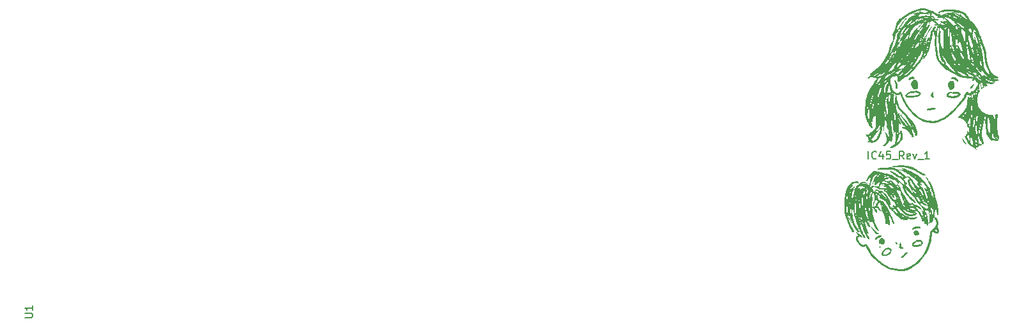
<source format=gbr>
%TF.GenerationSoftware,KiCad,Pcbnew,7.0.2*%
%TF.CreationDate,2023-06-06T03:33:47+01:00*%
%TF.ProjectId,45_keyboard,34355f6b-6579-4626-9f61-72642e6b6963,rev?*%
%TF.SameCoordinates,Original*%
%TF.FileFunction,Legend,Top*%
%TF.FilePolarity,Positive*%
%FSLAX46Y46*%
G04 Gerber Fmt 4.6, Leading zero omitted, Abs format (unit mm)*
G04 Created by KiCad (PCBNEW 7.0.2) date 2023-06-06 03:33:47*
%MOMM*%
%LPD*%
G01*
G04 APERTURE LIST*
%ADD10C,0.150000*%
%ADD11C,1.750000*%
%ADD12C,3.987800*%
%ADD13C,3.048000*%
%ADD14C,0.800000*%
G04 APERTURE END LIST*
D10*
X297100595Y-100683869D02*
X297100595Y-99683869D01*
X298148213Y-100588630D02*
X298100594Y-100636250D01*
X298100594Y-100636250D02*
X297957737Y-100683869D01*
X297957737Y-100683869D02*
X297862499Y-100683869D01*
X297862499Y-100683869D02*
X297719642Y-100636250D01*
X297719642Y-100636250D02*
X297624404Y-100541011D01*
X297624404Y-100541011D02*
X297576785Y-100445773D01*
X297576785Y-100445773D02*
X297529166Y-100255297D01*
X297529166Y-100255297D02*
X297529166Y-100112440D01*
X297529166Y-100112440D02*
X297576785Y-99921964D01*
X297576785Y-99921964D02*
X297624404Y-99826726D01*
X297624404Y-99826726D02*
X297719642Y-99731488D01*
X297719642Y-99731488D02*
X297862499Y-99683869D01*
X297862499Y-99683869D02*
X297957737Y-99683869D01*
X297957737Y-99683869D02*
X298100594Y-99731488D01*
X298100594Y-99731488D02*
X298148213Y-99779107D01*
X299005356Y-100017202D02*
X299005356Y-100683869D01*
X298767261Y-99636250D02*
X298529166Y-100350535D01*
X298529166Y-100350535D02*
X299148213Y-100350535D01*
X300005356Y-99683869D02*
X299529166Y-99683869D01*
X299529166Y-99683869D02*
X299481547Y-100160059D01*
X299481547Y-100160059D02*
X299529166Y-100112440D01*
X299529166Y-100112440D02*
X299624404Y-100064821D01*
X299624404Y-100064821D02*
X299862499Y-100064821D01*
X299862499Y-100064821D02*
X299957737Y-100112440D01*
X299957737Y-100112440D02*
X300005356Y-100160059D01*
X300005356Y-100160059D02*
X300052975Y-100255297D01*
X300052975Y-100255297D02*
X300052975Y-100493392D01*
X300052975Y-100493392D02*
X300005356Y-100588630D01*
X300005356Y-100588630D02*
X299957737Y-100636250D01*
X299957737Y-100636250D02*
X299862499Y-100683869D01*
X299862499Y-100683869D02*
X299624404Y-100683869D01*
X299624404Y-100683869D02*
X299529166Y-100636250D01*
X299529166Y-100636250D02*
X299481547Y-100588630D01*
X300243452Y-100779107D02*
X301005356Y-100779107D01*
X301814880Y-100683869D02*
X301481547Y-100207678D01*
X301243452Y-100683869D02*
X301243452Y-99683869D01*
X301243452Y-99683869D02*
X301624404Y-99683869D01*
X301624404Y-99683869D02*
X301719642Y-99731488D01*
X301719642Y-99731488D02*
X301767261Y-99779107D01*
X301767261Y-99779107D02*
X301814880Y-99874345D01*
X301814880Y-99874345D02*
X301814880Y-100017202D01*
X301814880Y-100017202D02*
X301767261Y-100112440D01*
X301767261Y-100112440D02*
X301719642Y-100160059D01*
X301719642Y-100160059D02*
X301624404Y-100207678D01*
X301624404Y-100207678D02*
X301243452Y-100207678D01*
X302624404Y-100636250D02*
X302529166Y-100683869D01*
X302529166Y-100683869D02*
X302338690Y-100683869D01*
X302338690Y-100683869D02*
X302243452Y-100636250D01*
X302243452Y-100636250D02*
X302195833Y-100541011D01*
X302195833Y-100541011D02*
X302195833Y-100160059D01*
X302195833Y-100160059D02*
X302243452Y-100064821D01*
X302243452Y-100064821D02*
X302338690Y-100017202D01*
X302338690Y-100017202D02*
X302529166Y-100017202D01*
X302529166Y-100017202D02*
X302624404Y-100064821D01*
X302624404Y-100064821D02*
X302672023Y-100160059D01*
X302672023Y-100160059D02*
X302672023Y-100255297D01*
X302672023Y-100255297D02*
X302195833Y-100350535D01*
X303005357Y-100017202D02*
X303243452Y-100683869D01*
X303243452Y-100683869D02*
X303481547Y-100017202D01*
X303624405Y-100779107D02*
X304386309Y-100779107D01*
X305148214Y-100683869D02*
X304576786Y-100683869D01*
X304862500Y-100683869D02*
X304862500Y-99683869D01*
X304862500Y-99683869D02*
X304767262Y-99826726D01*
X304767262Y-99826726D02*
X304672024Y-99921964D01*
X304672024Y-99921964D02*
X304576786Y-99969583D01*
%TO.C,U1*%
X185306619Y-121744650D02*
X186116142Y-121744650D01*
X186116142Y-121744650D02*
X186211380Y-121697031D01*
X186211380Y-121697031D02*
X186259000Y-121649412D01*
X186259000Y-121649412D02*
X186306619Y-121554174D01*
X186306619Y-121554174D02*
X186306619Y-121363698D01*
X186306619Y-121363698D02*
X186259000Y-121268460D01*
X186259000Y-121268460D02*
X186211380Y-121220841D01*
X186211380Y-121220841D02*
X186116142Y-121173222D01*
X186116142Y-121173222D02*
X185306619Y-121173222D01*
X186306619Y-120173222D02*
X186306619Y-120744650D01*
X186306619Y-120458936D02*
X185306619Y-120458936D01*
X185306619Y-120458936D02*
X185449476Y-120554174D01*
X185449476Y-120554174D02*
X185544714Y-120649412D01*
X185544714Y-120649412D02*
X185592333Y-120744650D01*
%TO.C,G\u002A\u002A\u002A*%
G36*
X306016770Y-108417338D02*
G01*
X306091835Y-108494221D01*
X306175365Y-108601569D01*
X306254497Y-108722375D01*
X306316369Y-108839627D01*
X306330511Y-108873856D01*
X306359693Y-109011776D01*
X306365557Y-109185742D01*
X306348830Y-109362885D01*
X306316826Y-109493000D01*
X306293021Y-109573147D01*
X306289049Y-109645442D01*
X306307311Y-109734510D01*
X306350203Y-109864977D01*
X306354153Y-109876190D01*
X306421353Y-110114845D01*
X306437509Y-110310202D01*
X306403054Y-110470704D01*
X306386563Y-110506410D01*
X306339904Y-110576374D01*
X306278234Y-110607241D01*
X306176721Y-110613944D01*
X306016731Y-110588172D01*
X305872462Y-110519683D01*
X305767629Y-110421297D01*
X305743551Y-110379810D01*
X305704672Y-110318804D01*
X305652812Y-110316146D01*
X305616565Y-110330842D01*
X305561533Y-110368172D01*
X305535939Y-110429684D01*
X305529586Y-110537826D01*
X305523193Y-110695816D01*
X305506485Y-110898573D01*
X305482491Y-111119105D01*
X305454238Y-111330421D01*
X305424756Y-111505529D01*
X305416629Y-111544684D01*
X305269669Y-112080719D01*
X305070581Y-112603522D01*
X304826301Y-113098790D01*
X304543765Y-113552223D01*
X304275306Y-113898006D01*
X304164309Y-114027225D01*
X304040778Y-114172401D01*
X303969014Y-114257441D01*
X303869383Y-114364708D01*
X303739146Y-114483721D01*
X303570559Y-114620732D01*
X303355882Y-114781995D01*
X303087372Y-114973764D01*
X303048276Y-115001143D01*
X302724522Y-115211357D01*
X302421930Y-115369949D01*
X302125910Y-115480123D01*
X301821873Y-115545078D01*
X301495230Y-115568018D01*
X301131392Y-115552143D01*
X300749138Y-115505692D01*
X300286296Y-115421806D01*
X299884004Y-115315397D01*
X299532195Y-115182385D01*
X299220801Y-115018691D01*
X298939754Y-114820236D01*
X298832304Y-114729074D01*
X298674433Y-114593165D01*
X298493371Y-114444348D01*
X298324762Y-114311831D01*
X298303137Y-114295458D01*
X298121581Y-114147947D01*
X297930254Y-113973854D01*
X297742791Y-113787336D01*
X297572829Y-113602551D01*
X297434003Y-113433654D01*
X297340857Y-113296408D01*
X297261700Y-113156569D01*
X297178989Y-113010000D01*
X297145064Y-112949713D01*
X297077396Y-112833451D01*
X297012649Y-112728753D01*
X296989779Y-112694253D01*
X296933561Y-112603841D01*
X296868800Y-112487523D01*
X296848535Y-112448423D01*
X296770298Y-112293829D01*
X296501902Y-112316516D01*
X296355914Y-112326006D01*
X296256292Y-112321660D01*
X296177063Y-112299350D01*
X296092251Y-112254947D01*
X296084111Y-112250117D01*
X295920237Y-112118701D01*
X295762624Y-111928868D01*
X295622282Y-111695032D01*
X295562396Y-111566981D01*
X295483644Y-111336274D01*
X295460868Y-111146364D01*
X295493699Y-110999263D01*
X295581767Y-110896982D01*
X295694569Y-110848061D01*
X295787546Y-110824725D01*
X295644858Y-110669927D01*
X295519221Y-110522742D01*
X295450466Y-110414399D01*
X295436405Y-110340870D01*
X295451211Y-110313789D01*
X295489915Y-110322940D01*
X295570637Y-110371057D01*
X295681080Y-110448352D01*
X295808945Y-110545037D01*
X295941931Y-110651326D01*
X296067742Y-110757430D01*
X296174077Y-110853562D01*
X296248638Y-110929934D01*
X296277650Y-110971480D01*
X296282175Y-111038321D01*
X296238034Y-111066076D01*
X296158136Y-111054847D01*
X296055392Y-111004736D01*
X296004885Y-110969329D01*
X295940983Y-110925050D01*
X295912309Y-110926695D01*
X295901451Y-110959367D01*
X295860761Y-111017327D01*
X295801092Y-111053181D01*
X295732854Y-111108376D01*
X295715207Y-111205453D01*
X295748176Y-111348323D01*
X295803839Y-111482965D01*
X295903776Y-111665059D01*
X296021552Y-111828861D01*
X296143510Y-111957833D01*
X296255995Y-112035440D01*
X296262401Y-112038208D01*
X296346035Y-112062035D01*
X296443239Y-112062303D01*
X296581212Y-112038958D01*
X296587870Y-112037552D01*
X296711824Y-112016022D01*
X296811070Y-112007332D01*
X296855186Y-112011252D01*
X296893456Y-112050052D01*
X296961302Y-112143913D01*
X297053152Y-112283928D01*
X297163438Y-112461188D01*
X297286591Y-112666785D01*
X297417040Y-112891811D01*
X297520122Y-113074816D01*
X297681702Y-113319021D01*
X297897987Y-113575144D01*
X298155608Y-113828763D01*
X298431753Y-114058286D01*
X298597853Y-114188069D01*
X298785573Y-114339759D01*
X298962060Y-114486679D01*
X299013304Y-114530491D01*
X299287908Y-114744009D01*
X299565204Y-114907386D01*
X299869818Y-115033317D01*
X300147420Y-115115042D01*
X300350624Y-115161207D01*
X300589566Y-115206575D01*
X300844207Y-115248191D01*
X301094509Y-115283097D01*
X301320434Y-115308336D01*
X301501941Y-115320951D01*
X301548788Y-115321839D01*
X301711134Y-115304122D01*
X301914490Y-115255689D01*
X302137426Y-115183622D01*
X302358512Y-115094999D01*
X302556317Y-114996901D01*
X302588520Y-114978355D01*
X302754935Y-114874082D01*
X302946240Y-114744934D01*
X303146219Y-114602797D01*
X303338657Y-114459560D01*
X303507339Y-114327112D01*
X303636050Y-114217339D01*
X303668679Y-114186451D01*
X303939991Y-113890972D01*
X304220347Y-113532811D01*
X304423471Y-113241667D01*
X304717819Y-112738127D01*
X304949134Y-112203301D01*
X305118457Y-111634017D01*
X305226829Y-111027102D01*
X305259603Y-110693343D01*
X305284286Y-110352921D01*
X305513122Y-110122849D01*
X305949450Y-110122849D01*
X305951977Y-110190998D01*
X305994609Y-110280307D01*
X306058752Y-110337806D01*
X306125124Y-110352030D01*
X306169606Y-110320394D01*
X306175786Y-110265972D01*
X306164376Y-110174279D01*
X306141327Y-110070342D01*
X306112597Y-109979187D01*
X306084139Y-109925842D01*
X306074501Y-109920690D01*
X306020959Y-109952449D01*
X305975061Y-110029133D01*
X305949450Y-110122849D01*
X305513122Y-110122849D01*
X305544613Y-110091188D01*
X305677359Y-109950411D01*
X305808763Y-109798771D01*
X305917245Y-109661582D01*
X305949596Y-109616112D01*
X306028430Y-109492591D01*
X306072187Y-109395916D01*
X306090979Y-109295615D01*
X306094899Y-109178181D01*
X306089228Y-109036807D01*
X306064476Y-108932899D01*
X306010520Y-108831485D01*
X305982352Y-108789368D01*
X305915150Y-108687022D01*
X305865668Y-108602810D01*
X305850430Y-108570402D01*
X305851291Y-108485600D01*
X305897163Y-108414693D01*
X305963035Y-108387931D01*
X306016770Y-108417338D01*
G37*
G36*
X302244851Y-113013387D02*
G01*
X302275968Y-113084930D01*
X302253812Y-113180129D01*
X302189922Y-113279462D01*
X302086676Y-113403817D01*
X301962776Y-113533979D01*
X301836923Y-113650736D01*
X301727817Y-113734872D01*
X301695302Y-113753957D01*
X301591855Y-113803685D01*
X301527966Y-113821500D01*
X301479556Y-113811231D01*
X301448062Y-113793272D01*
X301409359Y-113735201D01*
X301434101Y-113657455D01*
X301518314Y-113568333D01*
X301576237Y-113525593D01*
X301676854Y-113444286D01*
X301794889Y-113329022D01*
X301904420Y-113205187D01*
X302020794Y-113073795D01*
X302109908Y-113002817D01*
X302164436Y-112986343D01*
X302244851Y-113013387D01*
G37*
G36*
X299800627Y-112457865D02*
G01*
X299925143Y-112503605D01*
X300001006Y-112540835D01*
X300104183Y-112600592D01*
X300158354Y-112649164D01*
X300178965Y-112709620D01*
X300181461Y-112805029D01*
X300181398Y-112810275D01*
X300144543Y-113002253D01*
X300038085Y-113178990D01*
X299860796Y-113342478D01*
X299847681Y-113352052D01*
X299655899Y-113465592D01*
X299457861Y-113539647D01*
X299267853Y-113572192D01*
X299100158Y-113561202D01*
X298969060Y-113504654D01*
X298941014Y-113480538D01*
X298865858Y-113357799D01*
X298858590Y-113257515D01*
X299070403Y-113257515D01*
X299075561Y-113311847D01*
X299103167Y-113339690D01*
X299171418Y-113349845D01*
X299263976Y-113351149D01*
X299420554Y-113337232D01*
X299554745Y-113286441D01*
X299620513Y-113247801D01*
X299759626Y-113144891D01*
X299875409Y-113031886D01*
X299954302Y-112924112D01*
X299982759Y-112838367D01*
X299949432Y-112768866D01*
X299862121Y-112709266D01*
X299739827Y-112669224D01*
X299627381Y-112657759D01*
X299540892Y-112665907D01*
X299466478Y-112698739D01*
X299381804Y-112768831D01*
X299319586Y-112831106D01*
X299193172Y-112970751D01*
X299115724Y-113081985D01*
X299078064Y-113180513D01*
X299070403Y-113257515D01*
X298858590Y-113257515D01*
X298855069Y-113208923D01*
X298907319Y-113039577D01*
X299021277Y-112855426D01*
X299113238Y-112746114D01*
X299282155Y-112597154D01*
X299467092Y-112492682D01*
X299649029Y-112442584D01*
X299702954Y-112439646D01*
X299800627Y-112457865D01*
G37*
G36*
X301385808Y-111742672D02*
G01*
X301420276Y-111834412D01*
X301437268Y-111969797D01*
X301436562Y-112086473D01*
X301424282Y-112311063D01*
X301579383Y-112364679D01*
X301689955Y-112415138D01*
X301729196Y-112467965D01*
X301698734Y-112527559D01*
X301653374Y-112564454D01*
X301562876Y-112610703D01*
X301469682Y-112611741D01*
X301351279Y-112570686D01*
X301245020Y-112515286D01*
X301184110Y-112451637D01*
X301161403Y-112361875D01*
X301169751Y-112228136D01*
X301181965Y-112147458D01*
X301219727Y-111958847D01*
X301261825Y-111816905D01*
X301304935Y-111730998D01*
X301337620Y-111708908D01*
X301385808Y-111742672D01*
G37*
G36*
X298683048Y-112287065D02*
G01*
X298723185Y-112356826D01*
X298720432Y-112415920D01*
X298669896Y-112462871D01*
X298614225Y-112475287D01*
X298539366Y-112452146D01*
X298508017Y-112415920D01*
X298510786Y-112339081D01*
X298559509Y-112275312D01*
X298614225Y-112256322D01*
X298683048Y-112287065D01*
G37*
G36*
X303857344Y-111406940D02*
G01*
X304009671Y-111437933D01*
X304139869Y-111489960D01*
X304212583Y-111542833D01*
X304286814Y-111664566D01*
X304306834Y-111811084D01*
X304273260Y-111958993D01*
X304198579Y-112073084D01*
X304055253Y-112178445D01*
X303858679Y-112259320D01*
X303626034Y-112310401D01*
X303378762Y-112326429D01*
X303237760Y-112322473D01*
X303121363Y-112314708D01*
X303052364Y-112304720D01*
X303048276Y-112303420D01*
X302935611Y-112231836D01*
X302878076Y-112129370D01*
X302872036Y-112008422D01*
X302872661Y-112006523D01*
X303095003Y-112006523D01*
X303096874Y-112052754D01*
X303145833Y-112087328D01*
X303248583Y-112106650D01*
X303387566Y-112110848D01*
X303545225Y-112100052D01*
X303704000Y-112074391D01*
X303806768Y-112047538D01*
X303965224Y-111978499D01*
X304063930Y-111892744D01*
X304097488Y-111795919D01*
X304090180Y-111751129D01*
X304054959Y-111696214D01*
X303983165Y-111661034D01*
X303862855Y-111642224D01*
X303683199Y-111636418D01*
X303529353Y-111644590D01*
X303417469Y-111674607D01*
X303339859Y-111718032D01*
X303222328Y-111814250D01*
X303136850Y-111915731D01*
X303095003Y-112006523D01*
X302872661Y-112006523D01*
X302913853Y-111881395D01*
X302999891Y-111760692D01*
X303126513Y-111658715D01*
X303254891Y-111598845D01*
X303340020Y-111557419D01*
X303388780Y-111510883D01*
X303389815Y-111508467D01*
X303449125Y-111447744D01*
X303558918Y-111411087D01*
X303701042Y-111397739D01*
X303857344Y-111406940D01*
G37*
G36*
X299020137Y-111191135D02*
G01*
X299026233Y-111194128D01*
X299167867Y-111309886D01*
X299255496Y-111471524D01*
X299280707Y-111595108D01*
X299286727Y-111707934D01*
X299269266Y-111783751D01*
X299216114Y-111856052D01*
X299167198Y-111906500D01*
X299056032Y-111996496D01*
X298958655Y-112035809D01*
X298887026Y-112020647D01*
X298869684Y-112000862D01*
X298820222Y-111974313D01*
X298742407Y-111964368D01*
X298624703Y-111932788D01*
X298535637Y-111849329D01*
X298479483Y-111730916D01*
X298460511Y-111594469D01*
X298482996Y-111456913D01*
X298551208Y-111335169D01*
X298576793Y-111308352D01*
X298675277Y-111244270D01*
X298800934Y-111198560D01*
X298925356Y-111178442D01*
X299020137Y-111191135D01*
G37*
G36*
X300805925Y-111692688D02*
G01*
X300868148Y-111744476D01*
X300924689Y-111821207D01*
X300958455Y-111901757D01*
X300960952Y-111941324D01*
X300923661Y-112008876D01*
X300855664Y-112028620D01*
X300784107Y-111997247D01*
X300758262Y-111966030D01*
X300721364Y-111869740D01*
X300715872Y-111770432D01*
X300742127Y-111698188D01*
X300755116Y-111686967D01*
X300805925Y-111692688D01*
G37*
G36*
X298845443Y-110833504D02*
G01*
X298881931Y-110882540D01*
X298880693Y-110946830D01*
X298840325Y-110995035D01*
X298748746Y-111036397D01*
X298638714Y-111068612D01*
X298434282Y-111156534D01*
X298255286Y-111285706D01*
X298128992Y-111387630D01*
X298043383Y-111440023D01*
X297989182Y-111446566D01*
X297957116Y-111410941D01*
X297954693Y-111405000D01*
X297955111Y-111312893D01*
X298007190Y-111200385D01*
X298098323Y-111081671D01*
X298215903Y-110970950D01*
X298347324Y-110882418D01*
X298460708Y-110835157D01*
X298619676Y-110804352D01*
X298752808Y-110804351D01*
X298845443Y-110833504D01*
G37*
G36*
X300121196Y-101811460D02*
G01*
X300296351Y-101823405D01*
X300442186Y-101847875D01*
X300569507Y-101885980D01*
X300689117Y-101938831D01*
X300783902Y-101990940D01*
X300861990Y-102033151D01*
X300936285Y-102060986D01*
X301025029Y-102077557D01*
X301146464Y-102085974D01*
X301318832Y-102089352D01*
X301362858Y-102089709D01*
X301778334Y-102092672D01*
X301628678Y-102027427D01*
X301519980Y-101968573D01*
X301481495Y-101918075D01*
X301514061Y-101877309D01*
X301532260Y-101869235D01*
X301579609Y-101862966D01*
X301651255Y-101875036D01*
X301754776Y-101908329D01*
X301897752Y-101965725D01*
X302087763Y-102050108D01*
X302332389Y-102164361D01*
X302427874Y-102209817D01*
X302800728Y-102388961D01*
X303112661Y-102541535D01*
X303369283Y-102670991D01*
X303576202Y-102780777D01*
X303739029Y-102874344D01*
X303863373Y-102955141D01*
X303954842Y-103026618D01*
X304019046Y-103092225D01*
X304061594Y-103155410D01*
X304088095Y-103219625D01*
X304092076Y-103233305D01*
X304138653Y-103302778D01*
X304223931Y-103366875D01*
X304240422Y-103375304D01*
X304332248Y-103439539D01*
X304450700Y-103551877D01*
X304584373Y-103698126D01*
X304721860Y-103864090D01*
X304851757Y-104035577D01*
X304962657Y-104198393D01*
X305043155Y-104338345D01*
X305074863Y-104413698D01*
X305116203Y-104470920D01*
X305149937Y-104483046D01*
X305195380Y-104503126D01*
X305234839Y-104569244D01*
X305271878Y-104690220D01*
X305310058Y-104874873D01*
X305311563Y-104883177D01*
X305346900Y-105021474D01*
X305406224Y-105196121D01*
X305479492Y-105378898D01*
X305519433Y-105467085D01*
X305601299Y-105647350D01*
X305681453Y-105837235D01*
X305747333Y-106006469D01*
X305769885Y-106070546D01*
X305810568Y-106187301D01*
X305841149Y-106265112D01*
X305856079Y-106290111D01*
X305856701Y-106287498D01*
X305849454Y-106229271D01*
X305827836Y-106115151D01*
X305795252Y-105960036D01*
X305755109Y-105778822D01*
X305710812Y-105586408D01*
X305665766Y-105397690D01*
X305623377Y-105227567D01*
X305587050Y-105090935D01*
X305569342Y-105030460D01*
X305482803Y-104777651D01*
X305372082Y-104491438D01*
X305246538Y-104193380D01*
X305115531Y-103905039D01*
X304988421Y-103647973D01*
X304896301Y-103480136D01*
X304814889Y-103337010D01*
X304751651Y-103217948D01*
X304713320Y-103136185D01*
X304705704Y-103105407D01*
X304748239Y-103096983D01*
X304813528Y-103139441D01*
X304905792Y-103236682D01*
X305029252Y-103392604D01*
X305057602Y-103430557D01*
X305252370Y-103716351D01*
X305426770Y-104023719D01*
X305584398Y-104361757D01*
X305728852Y-104739558D01*
X305863731Y-105166217D01*
X305992631Y-105650826D01*
X306075360Y-106003191D01*
X306122672Y-106210504D01*
X306172152Y-106421769D01*
X306217716Y-106611313D01*
X306251271Y-106745690D01*
X306285055Y-106898983D01*
X306320319Y-107095964D01*
X306352175Y-107307613D01*
X306370013Y-107450607D01*
X306391958Y-107689586D01*
X306396079Y-107864626D01*
X306381330Y-107982822D01*
X306346665Y-108051270D01*
X306291038Y-108077065D01*
X306277590Y-108077730D01*
X306229387Y-108062201D01*
X306199318Y-108004376D01*
X306181246Y-107913506D01*
X306127188Y-107562064D01*
X306077702Y-107256778D01*
X306033851Y-107003695D01*
X305996698Y-106808867D01*
X305967305Y-106678342D01*
X305959273Y-106649704D01*
X305944295Y-106608114D01*
X305932894Y-106598243D01*
X305924601Y-106626786D01*
X305918945Y-106700437D01*
X305915453Y-106825891D01*
X305913657Y-107009841D01*
X305913085Y-107258983D01*
X305913075Y-107306600D01*
X305912057Y-107589982D01*
X305908511Y-107812233D01*
X305901696Y-107985185D01*
X305890875Y-108120676D01*
X305875307Y-108230538D01*
X305854253Y-108326606D01*
X305847867Y-108350505D01*
X305800195Y-108497947D01*
X305736804Y-108659527D01*
X305665149Y-108819886D01*
X305592685Y-108963665D01*
X305526869Y-109075504D01*
X305475155Y-109140043D01*
X305460205Y-109149140D01*
X305425486Y-109142523D01*
X305432990Y-109101158D01*
X305458563Y-109016244D01*
X305475507Y-108941078D01*
X305493805Y-108844109D01*
X305447504Y-108941163D01*
X305369096Y-109069263D01*
X305280444Y-109157485D01*
X305196704Y-109190799D01*
X305195781Y-109190805D01*
X305147550Y-109186759D01*
X305132879Y-109162981D01*
X305150126Y-109102007D01*
X305180440Y-109027533D01*
X305206426Y-108944475D01*
X305205243Y-108895646D01*
X305200527Y-108891852D01*
X305188638Y-108853401D01*
X305176923Y-108754822D01*
X305166413Y-108608968D01*
X305158138Y-108428695D01*
X305155032Y-108324481D01*
X305148771Y-108129937D01*
X305140505Y-107961760D01*
X305131111Y-107833218D01*
X305126975Y-107800784D01*
X305207924Y-107800784D01*
X305247992Y-108187123D01*
X305270156Y-108368585D01*
X305291339Y-108477268D01*
X305311374Y-108513374D01*
X305330100Y-108477107D01*
X305347350Y-108368672D01*
X305362962Y-108188272D01*
X305372126Y-108033051D01*
X305394261Y-107603305D01*
X305301093Y-107702044D01*
X305207924Y-107800784D01*
X305126975Y-107800784D01*
X305121465Y-107757578D01*
X305116699Y-107743614D01*
X305097404Y-107691236D01*
X305091954Y-107630817D01*
X305083353Y-107570667D01*
X305042801Y-107556421D01*
X304985429Y-107566161D01*
X304855587Y-107562641D01*
X304733154Y-107515203D01*
X304587406Y-107440847D01*
X304624372Y-107574727D01*
X304664201Y-107684604D01*
X304725368Y-107818290D01*
X304764821Y-107893168D01*
X304845672Y-108068664D01*
X304917116Y-108282349D01*
X304976401Y-108517878D01*
X305020775Y-108758907D01*
X305047486Y-108989089D01*
X305053783Y-109192080D01*
X305036913Y-109351534D01*
X305019809Y-109407736D01*
X304964480Y-109487089D01*
X304895062Y-109520980D01*
X304832904Y-109501312D01*
X304818957Y-109483906D01*
X304810538Y-109436569D01*
X304802066Y-109330089D01*
X304794333Y-109178308D01*
X304788128Y-108995065D01*
X304786108Y-108909121D01*
X304774480Y-108597058D01*
X304753846Y-108350279D01*
X304724518Y-108170418D01*
X304686808Y-108059109D01*
X304641030Y-108017987D01*
X304616750Y-108023406D01*
X304587868Y-108044900D01*
X304576650Y-108079747D01*
X304584183Y-108143461D01*
X304611553Y-108251554D01*
X304639627Y-108349961D01*
X304683228Y-108529625D01*
X304717260Y-108723673D01*
X304734641Y-108891391D01*
X304734923Y-108897785D01*
X304737524Y-109038283D01*
X304728219Y-109127928D01*
X304702448Y-109188487D01*
X304664727Y-109232814D01*
X304584194Y-109313348D01*
X304546120Y-109213206D01*
X304521496Y-109110925D01*
X304508601Y-108984156D01*
X304508046Y-108955997D01*
X304492604Y-108740151D01*
X304448881Y-108477069D01*
X304380787Y-108185018D01*
X304292231Y-107882268D01*
X304253787Y-107767529D01*
X304189086Y-107586636D01*
X304139741Y-107464266D01*
X304099782Y-107389136D01*
X304063236Y-107349966D01*
X304025131Y-107335618D01*
X303941345Y-107302359D01*
X303852956Y-107238836D01*
X303850114Y-107236180D01*
X303726634Y-107146296D01*
X303598574Y-107096949D01*
X303487328Y-107095175D01*
X303456863Y-107106806D01*
X303430539Y-107127247D01*
X303428125Y-107156359D01*
X303456033Y-107203848D01*
X303520679Y-107279421D01*
X303628475Y-107392785D01*
X303682365Y-107448076D01*
X303923672Y-107722321D01*
X304126983Y-108009094D01*
X304283183Y-108293831D01*
X304383158Y-108561968D01*
X304385937Y-108572444D01*
X304421855Y-108740647D01*
X304424333Y-108851528D01*
X304391603Y-108913525D01*
X304321897Y-108935074D01*
X304309880Y-108935345D01*
X304248767Y-108923746D01*
X304210033Y-108876431D01*
X304179298Y-108780244D01*
X304057721Y-108433650D01*
X303868419Y-108076405D01*
X303625550Y-107728617D01*
X303466948Y-107525482D01*
X303323716Y-107588676D01*
X303180485Y-107651869D01*
X303287728Y-107664081D01*
X303368818Y-107684564D01*
X303381409Y-107720735D01*
X303324899Y-107774011D01*
X303213622Y-107838186D01*
X303113644Y-107885800D01*
X303033346Y-107907586D01*
X302942801Y-107907094D01*
X302812085Y-107887870D01*
X302804882Y-107886639D01*
X302542885Y-107816308D01*
X302259825Y-107695577D01*
X301976109Y-107534111D01*
X301798348Y-107409879D01*
X301736221Y-107365220D01*
X302245403Y-107365220D01*
X302274623Y-107400315D01*
X302345803Y-107450490D01*
X302434225Y-107501139D01*
X302515170Y-107537657D01*
X302552981Y-107546950D01*
X302546810Y-107528688D01*
X302494177Y-107480158D01*
X302443499Y-107440096D01*
X302336372Y-107363993D01*
X302274101Y-107333971D01*
X302247835Y-107346684D01*
X302245403Y-107365220D01*
X301736221Y-107365220D01*
X301672916Y-107319714D01*
X301590397Y-107269931D01*
X301554831Y-107260429D01*
X301570258Y-107291107D01*
X301640718Y-107361867D01*
X301697989Y-107412367D01*
X301780878Y-107492848D01*
X301833769Y-107562519D01*
X301843966Y-107590854D01*
X301868779Y-107649437D01*
X301929919Y-107725023D01*
X301944325Y-107739184D01*
X302145957Y-107885450D01*
X302385730Y-107976233D01*
X302617515Y-108011798D01*
X302774954Y-108018487D01*
X302904535Y-108007897D01*
X303041078Y-107975177D01*
X303160503Y-107936143D01*
X303336881Y-107878473D01*
X303455478Y-107848876D01*
X303525440Y-107846303D01*
X303555910Y-107869704D01*
X303559196Y-107890337D01*
X303527005Y-107979091D01*
X303441494Y-108073084D01*
X303319252Y-108156587D01*
X303239479Y-108193468D01*
X303089190Y-108233248D01*
X302901074Y-108256865D01*
X302697000Y-108264365D01*
X302498837Y-108255795D01*
X302328455Y-108231202D01*
X302208908Y-108191275D01*
X302058233Y-108089874D01*
X301869244Y-107927889D01*
X301642905Y-107706255D01*
X301380178Y-107425908D01*
X301230353Y-107256617D01*
X302574179Y-107256617D01*
X302623143Y-107289042D01*
X302712057Y-107326928D01*
X302830518Y-107366687D01*
X302968122Y-107404728D01*
X303114466Y-107437461D01*
X303259147Y-107461296D01*
X303357869Y-107471022D01*
X303392818Y-107465814D01*
X303383791Y-107436191D01*
X303326034Y-107371598D01*
X303302249Y-107347574D01*
X303240501Y-107291186D01*
X303178052Y-107252673D01*
X303100389Y-107229302D01*
X302993002Y-107218344D01*
X302841376Y-107217067D01*
X302637716Y-107222513D01*
X302575569Y-107233244D01*
X302574179Y-107256617D01*
X301230353Y-107256617D01*
X301125276Y-107137887D01*
X301051867Y-107058601D01*
X301001218Y-107027328D01*
X300951121Y-107034590D01*
X300919036Y-107049868D01*
X300859158Y-107085336D01*
X300852818Y-107119426D01*
X300896027Y-107180596D01*
X300900016Y-107185632D01*
X300959445Y-107271969D01*
X301028823Y-107388205D01*
X301058911Y-107443582D01*
X301123230Y-107545180D01*
X301207438Y-107649839D01*
X301299495Y-107746344D01*
X301387358Y-107823483D01*
X301458986Y-107870039D01*
X301502338Y-107874801D01*
X301509010Y-107862762D01*
X301527454Y-107837356D01*
X301569020Y-107865323D01*
X301612614Y-107913815D01*
X301684504Y-107984347D01*
X301746703Y-108021363D01*
X301757120Y-108022988D01*
X301815445Y-108052392D01*
X301830185Y-108076208D01*
X301871842Y-108124472D01*
X301955301Y-108188279D01*
X302011660Y-108223811D01*
X302134831Y-108284292D01*
X302235915Y-108301660D01*
X302295223Y-108295211D01*
X302381733Y-108286568D01*
X302423167Y-108310206D01*
X302436887Y-108345466D01*
X302487201Y-108401313D01*
X302596240Y-108439015D01*
X302751504Y-108456385D01*
X302940495Y-108451237D01*
X303004270Y-108444692D01*
X303216741Y-108419622D01*
X303367276Y-108403360D01*
X303466330Y-108395396D01*
X303524359Y-108395222D01*
X303551819Y-108402327D01*
X303559164Y-108416203D01*
X303559196Y-108417659D01*
X303531150Y-108466744D01*
X303460605Y-108536049D01*
X303367946Y-108608748D01*
X303273560Y-108668012D01*
X303232805Y-108687069D01*
X303120529Y-108711129D01*
X302963120Y-108720457D01*
X302786768Y-108715825D01*
X302617663Y-108697999D01*
X302481998Y-108667749D01*
X302473253Y-108664773D01*
X302377292Y-108634093D01*
X302331458Y-108631320D01*
X302318551Y-108656181D01*
X302318391Y-108662320D01*
X302288760Y-108712386D01*
X302216063Y-108767058D01*
X302202385Y-108774494D01*
X302045288Y-108816268D01*
X301847347Y-108802810D01*
X301614507Y-108734908D01*
X301483225Y-108679097D01*
X301391011Y-108632163D01*
X301333598Y-108596047D01*
X302158706Y-108596047D01*
X302208908Y-108601134D01*
X302260717Y-108595399D01*
X302254526Y-108582727D01*
X302179810Y-108577907D01*
X302163291Y-108582727D01*
X302158706Y-108596047D01*
X301333598Y-108596047D01*
X301302564Y-108576525D01*
X301207925Y-108503694D01*
X301097138Y-108405178D01*
X300960247Y-108272486D01*
X300862904Y-108173789D01*
X301500555Y-108173789D01*
X301503180Y-108178527D01*
X301555191Y-108226858D01*
X301643337Y-108283605D01*
X301736617Y-108331004D01*
X301804031Y-108351293D01*
X301804710Y-108351300D01*
X301826089Y-108334809D01*
X301790644Y-108281654D01*
X301774474Y-108263923D01*
X301714153Y-108217712D01*
X301636713Y-108179333D01*
X301562041Y-108155046D01*
X301510025Y-108151111D01*
X301500555Y-108173789D01*
X300862904Y-108173789D01*
X300787294Y-108097128D01*
X300722293Y-108030188D01*
X300563999Y-107865011D01*
X300423272Y-107714840D01*
X300308091Y-107588462D01*
X300226436Y-107494663D01*
X300186286Y-107442231D01*
X300183853Y-107437234D01*
X300139264Y-107388209D01*
X300054167Y-107341015D01*
X300037427Y-107334540D01*
X299935554Y-107280722D01*
X299841952Y-107191207D01*
X299749605Y-107056366D01*
X299651497Y-106866572D01*
X299580719Y-106707784D01*
X299512446Y-106555677D01*
X299447038Y-106423160D01*
X299393946Y-106328782D01*
X299372163Y-106298431D01*
X299268363Y-106216935D01*
X299097504Y-106125828D01*
X298864496Y-106027661D01*
X298814943Y-106008920D01*
X298649033Y-105937899D01*
X298554629Y-105874782D01*
X298530758Y-105818850D01*
X298536954Y-105803767D01*
X298586361Y-105780841D01*
X298641632Y-105782423D01*
X298687463Y-105786518D01*
X298678090Y-105775955D01*
X298635867Y-105728153D01*
X298632472Y-105709721D01*
X298609332Y-105654348D01*
X298552347Y-105585648D01*
X298480172Y-105520001D01*
X298411458Y-105473787D01*
X298364859Y-105463384D01*
X298358371Y-105469029D01*
X298334942Y-105543344D01*
X298318972Y-105661909D01*
X298311559Y-105798202D01*
X298313800Y-105925703D01*
X298326793Y-106017890D01*
X298334811Y-106038201D01*
X298364184Y-106081357D01*
X298374565Y-106060818D01*
X298376127Y-106015805D01*
X298378978Y-105957738D01*
X298392194Y-105957635D01*
X298426539Y-106018705D01*
X298434038Y-106033071D01*
X298478987Y-106116626D01*
X298515390Y-106157046D01*
X298570654Y-106174716D01*
X298638154Y-106184890D01*
X298746574Y-106212365D01*
X298875696Y-106260521D01*
X298924169Y-106282608D01*
X299053096Y-106375481D01*
X299202185Y-106538302D01*
X299371458Y-106771104D01*
X299560938Y-107073922D01*
X299770650Y-107446792D01*
X299966571Y-107822270D01*
X300147027Y-108183819D01*
X300291630Y-108486153D01*
X300401799Y-108732811D01*
X300478950Y-108927335D01*
X300524501Y-109073264D01*
X300539871Y-109174137D01*
X300529690Y-109228200D01*
X300470369Y-109294064D01*
X300402912Y-109289860D01*
X300329944Y-109217709D01*
X300254092Y-109079733D01*
X300209465Y-108969441D01*
X300152938Y-108826967D01*
X300078744Y-108656186D01*
X299992889Y-108469195D01*
X299901377Y-108278090D01*
X299810214Y-108094968D01*
X299725405Y-107931925D01*
X299652954Y-107801057D01*
X299598867Y-107714462D01*
X299571651Y-107684634D01*
X299527503Y-107645688D01*
X299457138Y-107559739D01*
X299372530Y-107441984D01*
X299329669Y-107377539D01*
X299250596Y-107260834D01*
X299188403Y-107179139D01*
X299151420Y-107142836D01*
X299144797Y-107147126D01*
X299163950Y-107202491D01*
X299214559Y-107297301D01*
X299286234Y-107415856D01*
X299368582Y-107542456D01*
X299451212Y-107661398D01*
X299523733Y-107756984D01*
X299575754Y-107813512D01*
X299591633Y-107822270D01*
X299628023Y-107853734D01*
X299658280Y-107929633D01*
X299658786Y-107931753D01*
X299686846Y-108024270D01*
X299733331Y-108152302D01*
X299776628Y-108260201D01*
X299833118Y-108431503D01*
X299882552Y-108649914D01*
X299920498Y-108889601D01*
X299942527Y-109124731D01*
X299946265Y-109249244D01*
X299929101Y-109376315D01*
X299882894Y-109455178D01*
X299815565Y-109476430D01*
X299769858Y-109458588D01*
X299743371Y-109427959D01*
X299721584Y-109366030D01*
X299702490Y-109262153D01*
X299684082Y-109105680D01*
X299666262Y-108908937D01*
X299647138Y-108696645D01*
X299628007Y-108537951D01*
X299604612Y-108413591D01*
X299572697Y-108304300D01*
X299528003Y-108190813D01*
X299487521Y-108100059D01*
X299415257Y-107947775D01*
X299365910Y-107855075D01*
X299341510Y-107823164D01*
X299344088Y-107853245D01*
X299375675Y-107946523D01*
X299420220Y-108060148D01*
X299493631Y-108268500D01*
X299550494Y-108485248D01*
X299590077Y-108699226D01*
X299611652Y-108899270D01*
X299614489Y-109074212D01*
X299597859Y-109212888D01*
X299561031Y-109304133D01*
X299503642Y-109336782D01*
X299439065Y-109303704D01*
X299388835Y-109217944D01*
X299363542Y-109099710D01*
X299362357Y-109067170D01*
X299340819Y-108799673D01*
X299275171Y-108491488D01*
X299163863Y-108135510D01*
X299151468Y-108100649D01*
X299025402Y-107749282D01*
X299289368Y-107749282D01*
X299307615Y-107767529D01*
X299325863Y-107749282D01*
X299307615Y-107731034D01*
X299289368Y-107749282D01*
X299025402Y-107749282D01*
X299015661Y-107722131D01*
X298833190Y-107639161D01*
X298600416Y-107498966D01*
X298421298Y-107316913D01*
X298391907Y-107274863D01*
X298313466Y-107204075D01*
X298183866Y-107164694D01*
X298171578Y-107162759D01*
X298069358Y-107152260D01*
X298000706Y-107154158D01*
X297987976Y-107159055D01*
X297993294Y-107198268D01*
X298033956Y-107263134D01*
X298091214Y-107330299D01*
X298146320Y-107376412D01*
X298168830Y-107384339D01*
X298210220Y-107418389D01*
X298242435Y-107511098D01*
X298261261Y-107648307D01*
X298263891Y-107703664D01*
X298256242Y-107804596D01*
X298232473Y-107836634D01*
X298202116Y-107798611D01*
X298178942Y-107714068D01*
X298153171Y-107622897D01*
X298121563Y-107567346D01*
X298117811Y-107564498D01*
X298096901Y-107577723D01*
X298101408Y-107657775D01*
X298105404Y-107681824D01*
X298114885Y-107769903D01*
X298101372Y-107792031D01*
X298067033Y-107750770D01*
X298014037Y-107648681D01*
X297947289Y-107495018D01*
X297885694Y-107356304D01*
X297832067Y-107269772D01*
X297773268Y-107217733D01*
X297722629Y-107192616D01*
X297601678Y-107143263D01*
X297627551Y-107464520D01*
X297651841Y-107676672D01*
X297692754Y-107937534D01*
X297746013Y-108225882D01*
X297807342Y-108520492D01*
X297872466Y-108800141D01*
X297937110Y-109043604D01*
X297963007Y-109129703D01*
X298042637Y-109363853D01*
X298122931Y-109552559D01*
X298217091Y-109722283D01*
X298338318Y-109899485D01*
X298365237Y-109935829D01*
X298447352Y-110049794D01*
X298489012Y-110122398D01*
X298496274Y-110168531D01*
X298475194Y-110203084D01*
X298474309Y-110203975D01*
X298403411Y-110230788D01*
X298314463Y-110196375D01*
X298212941Y-110108604D01*
X298104322Y-109975341D01*
X297994083Y-109804453D01*
X297887699Y-109603809D01*
X297790646Y-109381275D01*
X297708403Y-109144718D01*
X297688061Y-109074463D01*
X297640323Y-108886502D01*
X297590593Y-108665146D01*
X297542054Y-108427525D01*
X297497889Y-108190774D01*
X297461282Y-107972024D01*
X297435413Y-107788410D01*
X297423467Y-107657063D01*
X297423191Y-107648684D01*
X297417769Y-107559846D01*
X297408807Y-107527617D01*
X297400505Y-107548563D01*
X297393694Y-107647553D01*
X297397628Y-107800516D01*
X297410379Y-107989585D01*
X297430021Y-108196892D01*
X297454628Y-108404571D01*
X297482271Y-108594755D01*
X297511025Y-108749576D01*
X297538962Y-108851169D01*
X297541705Y-108857872D01*
X297589963Y-108976468D01*
X297605416Y-109043685D01*
X297587042Y-109073846D01*
X297533817Y-109081277D01*
X297525758Y-109081322D01*
X297429488Y-109047910D01*
X297327252Y-108955044D01*
X297249087Y-108844109D01*
X297227623Y-108812262D01*
X297218129Y-108815170D01*
X297221223Y-108861996D01*
X297237525Y-108961903D01*
X297267653Y-109124055D01*
X297268200Y-109126940D01*
X297277368Y-109200245D01*
X297270558Y-109225746D01*
X297267943Y-109224000D01*
X297251883Y-109181698D01*
X297225288Y-109082855D01*
X297191940Y-108942503D01*
X297157796Y-108786069D01*
X297118189Y-108605825D01*
X297065401Y-108377728D01*
X297004837Y-108124509D01*
X296941903Y-107868899D01*
X296904124Y-107719425D01*
X296848265Y-107494208D01*
X296797458Y-107276717D01*
X296755333Y-107083481D01*
X296725524Y-106931025D01*
X296712991Y-106849601D01*
X296693745Y-106728709D01*
X296673112Y-106676571D01*
X296653582Y-106689056D01*
X296637647Y-106762033D01*
X296627798Y-106891371D01*
X296625847Y-106994132D01*
X296640834Y-107237732D01*
X296684107Y-107527683D01*
X296751788Y-107844815D01*
X296839997Y-108169961D01*
X296904158Y-108369684D01*
X296972704Y-108570979D01*
X297019346Y-108713473D01*
X297046152Y-108807303D01*
X297055190Y-108862608D01*
X297048529Y-108889524D01*
X297028236Y-108898190D01*
X297012117Y-108898851D01*
X296983291Y-108908220D01*
X296984046Y-108945577D01*
X297017085Y-109024797D01*
X297049336Y-109089935D01*
X297120971Y-109225126D01*
X297196417Y-109358265D01*
X297232422Y-109417658D01*
X297285707Y-109514240D01*
X297316026Y-109592792D01*
X297318679Y-109610909D01*
X297291308Y-109672359D01*
X297222590Y-109690055D01*
X297132618Y-109659642D01*
X297122606Y-109653383D01*
X297068071Y-109594941D01*
X296993444Y-109484369D01*
X296907018Y-109336782D01*
X296817085Y-109167293D01*
X296731938Y-108991016D01*
X296659868Y-108823064D01*
X296643102Y-108779431D01*
X296598916Y-108668096D01*
X296574054Y-108623574D01*
X296568605Y-108646443D01*
X296582655Y-108737284D01*
X296616292Y-108896673D01*
X296669603Y-109125191D01*
X296736140Y-109397139D01*
X296813610Y-109701835D01*
X296879445Y-109943079D01*
X296936511Y-110128952D01*
X296987675Y-110267534D01*
X297035803Y-110366907D01*
X297083764Y-110435151D01*
X297115293Y-110465890D01*
X297168894Y-110527281D01*
X297155270Y-110563698D01*
X297076679Y-110572516D01*
X297027647Y-110567741D01*
X296882593Y-110548285D01*
X296937914Y-110655265D01*
X296985914Y-110740322D01*
X297058430Y-110860205D01*
X297139204Y-110988086D01*
X297224350Y-111140382D01*
X297266169Y-111259344D01*
X297267662Y-111338500D01*
X297231830Y-111371374D01*
X297161678Y-111351493D01*
X297060205Y-111272383D01*
X297024159Y-111236189D01*
X296899724Y-111075575D01*
X296767282Y-110849867D01*
X296629413Y-110566191D01*
X296488701Y-110231669D01*
X296351430Y-109863361D01*
X296571725Y-109863361D01*
X296575100Y-109893381D01*
X296607162Y-109975431D01*
X296649725Y-110077063D01*
X296681816Y-110154019D01*
X296687852Y-110168600D01*
X296711802Y-110210763D01*
X296720903Y-110196194D01*
X296714334Y-110139789D01*
X296693647Y-110063461D01*
X296650577Y-109962900D01*
X296602204Y-109887576D01*
X296599055Y-109884195D01*
X296571725Y-109863361D01*
X296351430Y-109863361D01*
X296347727Y-109853425D01*
X296209075Y-109438583D01*
X296075327Y-108994265D01*
X295949064Y-108527595D01*
X295903117Y-108337036D01*
X296041380Y-108337036D01*
X296052338Y-108393928D01*
X296082477Y-108502176D01*
X296127690Y-108649734D01*
X296183873Y-108824553D01*
X296246920Y-109014587D01*
X296312726Y-109207789D01*
X296377185Y-109392111D01*
X296436191Y-109555507D01*
X296485641Y-109685928D01*
X296521428Y-109771329D01*
X296539446Y-109799661D01*
X296539732Y-109799445D01*
X296535081Y-109761236D01*
X296512929Y-109664325D01*
X296476168Y-109520093D01*
X296427692Y-109339917D01*
X296374606Y-109149985D01*
X296314947Y-108938889D01*
X296261033Y-108745946D01*
X296216588Y-108584659D01*
X296185338Y-108468526D01*
X296171909Y-108415302D01*
X296138714Y-108342527D01*
X296095426Y-108314942D01*
X296047214Y-108327081D01*
X296041380Y-108337036D01*
X295903117Y-108337036D01*
X295832870Y-108045698D01*
X295779939Y-107804023D01*
X295739854Y-107617129D01*
X295712497Y-107497455D01*
X295696336Y-107440637D01*
X295689839Y-107442314D01*
X295691473Y-107498124D01*
X295696614Y-107566810D01*
X295734891Y-107938820D01*
X295788920Y-108327686D01*
X295855266Y-108714834D01*
X295930491Y-109081691D01*
X296011159Y-109409685D01*
X296080369Y-109640849D01*
X296125206Y-109785267D01*
X296155930Y-109904412D01*
X296168387Y-109981004D01*
X296166315Y-109998199D01*
X296175530Y-110040611D01*
X296215025Y-110135013D01*
X296279340Y-110269759D01*
X296363015Y-110433201D01*
X296421469Y-110542455D01*
X296516098Y-110719929D01*
X296596807Y-110877771D01*
X296657571Y-111003678D01*
X296692367Y-111085346D01*
X296698276Y-111107730D01*
X296670779Y-111168748D01*
X296602070Y-111186485D01*
X296512821Y-111156358D01*
X296503967Y-111150802D01*
X296449232Y-111091308D01*
X296371636Y-110973920D01*
X296275965Y-110808290D01*
X296167006Y-110604074D01*
X296049545Y-110370925D01*
X295928370Y-110118498D01*
X295812621Y-109865948D01*
X296077874Y-109865948D01*
X296096121Y-109884195D01*
X296114368Y-109865948D01*
X296096121Y-109847701D01*
X296077874Y-109865948D01*
X295812621Y-109865948D01*
X295808267Y-109856447D01*
X295694022Y-109594427D01*
X295616271Y-109405048D01*
X295896484Y-109405048D01*
X295916295Y-109478125D01*
X295958945Y-109585690D01*
X295960016Y-109588119D01*
X296010502Y-109697710D01*
X296049122Y-109772939D01*
X296067352Y-109797400D01*
X296062222Y-109760300D01*
X296038272Y-109675106D01*
X296011132Y-109591436D01*
X295968013Y-109482078D01*
X295926553Y-109405238D01*
X295903796Y-109382156D01*
X295896484Y-109405048D01*
X295616271Y-109405048D01*
X295590423Y-109342090D01*
X295532166Y-109190805D01*
X295431956Y-108897520D01*
X295331437Y-108558503D01*
X295237893Y-108200617D01*
X295158610Y-107850722D01*
X295131349Y-107712787D01*
X295096503Y-107528789D01*
X295062412Y-107351673D01*
X295036754Y-107220892D01*
X295258943Y-107220892D01*
X295268341Y-107438961D01*
X295295751Y-107639799D01*
X295322566Y-107783164D01*
X295357149Y-107943643D01*
X295395720Y-108106562D01*
X295434497Y-108257246D01*
X295469699Y-108381023D01*
X295497543Y-108463218D01*
X295514248Y-108489158D01*
X295514571Y-108488881D01*
X295515454Y-108450973D01*
X295510920Y-108354479D01*
X295501795Y-108213538D01*
X295488904Y-108042285D01*
X295487355Y-108022988D01*
X295466570Y-107649980D01*
X295460301Y-107265733D01*
X295552106Y-107265733D01*
X295560105Y-107334102D01*
X295573001Y-107456850D01*
X295588917Y-107615681D01*
X295603621Y-107767529D01*
X295634816Y-108051326D01*
X295673197Y-108331859D01*
X295715806Y-108590825D01*
X295759686Y-108809924D01*
X295793865Y-108944704D01*
X295825304Y-109039860D01*
X295842865Y-109069215D01*
X295845947Y-109038734D01*
X295833946Y-108954389D01*
X295806259Y-108822146D01*
X295806249Y-108822102D01*
X295751025Y-108551175D01*
X295701966Y-108249379D01*
X295662769Y-107944290D01*
X295637132Y-107663483D01*
X295629394Y-107503144D01*
X295620752Y-107332409D01*
X295604988Y-107224405D01*
X295582836Y-107183992D01*
X295581139Y-107183820D01*
X295554013Y-107213868D01*
X295552106Y-107265733D01*
X295460301Y-107265733D01*
X295459878Y-107239825D01*
X295466534Y-106812611D01*
X295467283Y-106796115D01*
X295534515Y-106796115D01*
X295536500Y-106945517D01*
X295542333Y-107058414D01*
X295552143Y-107118392D01*
X295554790Y-107122797D01*
X295611651Y-107150321D01*
X295655802Y-107132769D01*
X295659526Y-107083261D01*
X295649091Y-107025148D01*
X295637287Y-106909057D01*
X295625338Y-106749951D01*
X295614468Y-106562793D01*
X295611001Y-106490230D01*
X295601372Y-106291347D01*
X295593061Y-106160120D01*
X295585282Y-106091247D01*
X295577253Y-106079423D01*
X295568189Y-106119348D01*
X295562437Y-106161782D01*
X295550338Y-106293043D01*
X295541565Y-106453463D01*
X295536247Y-106626625D01*
X295534515Y-106796115D01*
X295467283Y-106796115D01*
X295485792Y-106388428D01*
X295513283Y-106034052D01*
X295826737Y-106034052D01*
X295839973Y-106508040D01*
X295889209Y-107016693D01*
X295939934Y-107366092D01*
X295984200Y-107639799D01*
X296019765Y-107402586D01*
X296025870Y-107348780D01*
X296056571Y-107348780D01*
X296059531Y-107463990D01*
X296060636Y-107471527D01*
X296080884Y-107590827D01*
X296108246Y-107738889D01*
X296139579Y-107900298D01*
X296171740Y-108059638D01*
X296201586Y-108201494D01*
X296225975Y-108310451D01*
X296241764Y-108371093D01*
X296245533Y-108378414D01*
X296244830Y-108340764D01*
X296236574Y-108243016D01*
X296221980Y-108097528D01*
X296202264Y-107916662D01*
X296187190Y-107785234D01*
X296182963Y-107749282D01*
X296259235Y-107749282D01*
X296279364Y-108004741D01*
X296299685Y-108213030D01*
X296328036Y-108434987D01*
X296362282Y-108659942D01*
X296400289Y-108877224D01*
X296439920Y-109076162D01*
X296479042Y-109246084D01*
X296515517Y-109376321D01*
X296547212Y-109456201D01*
X296571991Y-109475052D01*
X296573339Y-109473883D01*
X296572801Y-109433743D01*
X296558365Y-109338795D01*
X296532748Y-109205305D01*
X296513373Y-109114538D01*
X296474504Y-108911848D01*
X296438737Y-108678817D01*
X296412419Y-108458021D01*
X296407769Y-108406178D01*
X296403789Y-108369684D01*
X296446292Y-108369684D01*
X296452813Y-108469392D01*
X296474601Y-108547378D01*
X296504395Y-108583904D01*
X296522882Y-108577923D01*
X296533052Y-108520348D01*
X296503323Y-108421787D01*
X296502724Y-108420411D01*
X296466974Y-108349514D01*
X296449382Y-108345449D01*
X296446292Y-108369684D01*
X296403789Y-108369684D01*
X296388733Y-108231615D01*
X296362449Y-108067654D01*
X296333248Y-107939122D01*
X296318648Y-107895259D01*
X296259235Y-107749282D01*
X296182963Y-107749282D01*
X296174023Y-107673252D01*
X296445698Y-107673252D01*
X296452407Y-107720585D01*
X296464865Y-107721151D01*
X296473577Y-107672307D01*
X296467746Y-107651203D01*
X296451542Y-107637380D01*
X296445698Y-107673252D01*
X296174023Y-107673252D01*
X296163889Y-107587069D01*
X296143428Y-107415454D01*
X296127333Y-107282996D01*
X296117129Y-107202305D01*
X296114387Y-107183621D01*
X296099679Y-107198436D01*
X296074859Y-107252561D01*
X296056571Y-107348780D01*
X296025870Y-107348780D01*
X296039322Y-107230219D01*
X296051241Y-107043128D01*
X296053111Y-106938080D01*
X296044323Y-106795749D01*
X296023954Y-106665963D01*
X296004436Y-106598628D01*
X295980501Y-106517920D01*
X295950931Y-106384342D01*
X295919711Y-106217380D01*
X295894220Y-106059543D01*
X295886374Y-106007005D01*
X295971145Y-106007005D01*
X295971272Y-106024928D01*
X295974863Y-106167109D01*
X295981333Y-106236917D01*
X295990066Y-106234884D01*
X296000028Y-106164470D01*
X296224810Y-106164470D01*
X296225788Y-106364192D01*
X296235298Y-106575737D01*
X296253179Y-106783961D01*
X296279272Y-106973715D01*
X296287623Y-107019397D01*
X296351543Y-107347845D01*
X296374132Y-106928161D01*
X296384502Y-106704732D01*
X296393496Y-106455201D01*
X296393869Y-106441195D01*
X296517569Y-106441195D01*
X296522775Y-106521595D01*
X296535051Y-106564358D01*
X296555941Y-106581254D01*
X296583043Y-106584072D01*
X296612517Y-106580631D01*
X296632001Y-106562558D01*
X296642779Y-106518232D01*
X296646134Y-106436031D01*
X296643349Y-106304334D01*
X296635708Y-106111519D01*
X296635573Y-106108344D01*
X296627083Y-105929961D01*
X296618197Y-105779657D01*
X296609875Y-105671531D01*
X296603079Y-105619685D01*
X296602084Y-105617409D01*
X296575292Y-105612165D01*
X296554232Y-105667073D01*
X296538343Y-105785660D01*
X296527066Y-105971450D01*
X296522184Y-106120403D01*
X296517887Y-106311388D01*
X296517569Y-106441195D01*
X296393869Y-106441195D01*
X296399783Y-106218972D01*
X296401521Y-106116164D01*
X296400627Y-105922539D01*
X296390980Y-105796318D01*
X296370542Y-105732226D01*
X296337276Y-105724987D01*
X296289143Y-105769327D01*
X296274653Y-105787715D01*
X296249082Y-105861085D01*
X296232521Y-105991719D01*
X296224810Y-106164470D01*
X296000028Y-106164470D01*
X296000443Y-106161540D01*
X296011847Y-106017419D01*
X296013688Y-105988434D01*
X296016672Y-105870450D01*
X296010520Y-105788043D01*
X295998091Y-105760345D01*
X295984045Y-105793794D01*
X295974451Y-105882057D01*
X295971145Y-106007005D01*
X295886374Y-106007005D01*
X295843765Y-105721697D01*
X296187357Y-105721697D01*
X296213848Y-105758860D01*
X296223851Y-105760345D01*
X296259396Y-105747894D01*
X296260345Y-105744251D01*
X296234772Y-105713094D01*
X296223851Y-105705603D01*
X296190222Y-105708497D01*
X296187357Y-105721697D01*
X295843765Y-105721697D01*
X295830461Y-105632615D01*
X295826737Y-106034052D01*
X295513283Y-106034052D01*
X295516905Y-105987364D01*
X295539385Y-105796839D01*
X295603449Y-105796839D01*
X295616801Y-105826878D01*
X295627778Y-105821169D01*
X295632146Y-105777858D01*
X295627778Y-105772510D01*
X295606082Y-105777519D01*
X295603449Y-105796839D01*
X295539385Y-105796839D01*
X295559129Y-105629509D01*
X295575542Y-105525846D01*
X296369056Y-105525846D01*
X296373368Y-105613711D01*
X296398118Y-105650613D01*
X296401254Y-105650862D01*
X296430065Y-105619092D01*
X296438282Y-105569414D01*
X296522386Y-105569414D01*
X296555608Y-105570919D01*
X296593562Y-105526474D01*
X296617856Y-105440438D01*
X296619153Y-105429138D01*
X296616105Y-105356097D01*
X296837410Y-105356097D01*
X296837710Y-105576985D01*
X296842720Y-105811333D01*
X296852351Y-106047271D01*
X296866513Y-106272931D01*
X296885118Y-106476444D01*
X296898147Y-106581356D01*
X296920628Y-106743051D01*
X296938749Y-106876327D01*
X296950428Y-106965674D01*
X296953736Y-106995337D01*
X296968336Y-106998108D01*
X296971013Y-106958797D01*
X296970289Y-106857373D01*
X296966457Y-106704617D01*
X296962665Y-106594295D01*
X297127400Y-106594295D01*
X297135747Y-106834590D01*
X297153671Y-107139817D01*
X297173892Y-107420833D01*
X297192399Y-107610429D01*
X297217553Y-107795072D01*
X297246764Y-107962239D01*
X297277439Y-108099406D01*
X297306987Y-108194050D01*
X297332817Y-108233649D01*
X297341590Y-108231208D01*
X297344340Y-108191015D01*
X297341592Y-108089291D01*
X297333927Y-107937243D01*
X297321928Y-107746076D01*
X297306176Y-107526993D01*
X297302612Y-107480637D01*
X297284647Y-107235300D01*
X297269012Y-106994824D01*
X297256667Y-106776204D01*
X297249449Y-106615901D01*
X297356710Y-106615901D01*
X297364894Y-106776651D01*
X297382318Y-106928161D01*
X297396037Y-107019024D01*
X297406924Y-107054492D01*
X297416016Y-107030521D01*
X297424353Y-106943065D01*
X297432972Y-106788080D01*
X297436197Y-106718252D01*
X297437328Y-106582091D01*
X297424539Y-106509092D01*
X297400791Y-106490163D01*
X297368642Y-106521221D01*
X297356710Y-106615901D01*
X297249449Y-106615901D01*
X297248573Y-106596436D01*
X297245690Y-106473144D01*
X297242843Y-106328421D01*
X297232550Y-106243343D01*
X297212186Y-106204726D01*
X297190949Y-106198276D01*
X297160404Y-106220923D01*
X297139670Y-106291670D01*
X297128688Y-106414724D01*
X297127400Y-106594295D01*
X296962665Y-106594295D01*
X296959812Y-106511312D01*
X296950646Y-106288238D01*
X296946525Y-106197081D01*
X296934077Y-105928445D01*
X297175878Y-105928445D01*
X297178541Y-105965406D01*
X297194448Y-105968956D01*
X297209196Y-105961063D01*
X297241723Y-105908720D01*
X297245690Y-105879671D01*
X297268561Y-105804381D01*
X297296176Y-105763218D01*
X297320603Y-105720091D01*
X297521916Y-105720091D01*
X297532569Y-105738640D01*
X297559380Y-105720955D01*
X297602101Y-105699751D01*
X297612089Y-105710258D01*
X297612400Y-105755239D01*
X297612393Y-105861230D01*
X297612090Y-106016256D01*
X297611516Y-106208340D01*
X297610692Y-106425506D01*
X297610681Y-106428128D01*
X297607818Y-107114159D01*
X297691337Y-107060807D01*
X297780819Y-107016017D01*
X297897866Y-106971917D01*
X297926334Y-106963117D01*
X298021524Y-106926717D01*
X298317631Y-106926717D01*
X298338898Y-106963465D01*
X298349147Y-106964655D01*
X298401393Y-106986847D01*
X298469900Y-107041915D01*
X298538836Y-107112601D01*
X298592368Y-107181644D01*
X298614665Y-107231787D01*
X298606779Y-107245507D01*
X298610080Y-107274303D01*
X298660795Y-107334811D01*
X298748306Y-107414471D01*
X298752756Y-107418154D01*
X298849236Y-107495774D01*
X298920577Y-107549541D01*
X298951530Y-107567971D01*
X298951604Y-107567924D01*
X298944900Y-107532980D01*
X298918747Y-107447889D01*
X298878799Y-107331041D01*
X298878616Y-107330526D01*
X298834705Y-107191022D01*
X298823816Y-107110687D01*
X298838571Y-107085245D01*
X298844942Y-107047776D01*
X298809282Y-106960273D01*
X298754347Y-106862502D01*
X298678302Y-106721705D01*
X298646201Y-106618051D01*
X298647340Y-106569299D01*
X298670336Y-106569299D01*
X298688519Y-106624928D01*
X298737726Y-106711611D01*
X298807543Y-106815768D01*
X298887557Y-106923823D01*
X298967353Y-107022198D01*
X299036515Y-107097315D01*
X299084631Y-107135596D01*
X299100947Y-107130702D01*
X299088630Y-107064722D01*
X299043108Y-106971937D01*
X299018880Y-106934702D01*
X298913542Y-106792172D01*
X298817907Y-106676133D01*
X298740091Y-106595093D01*
X298688206Y-106557559D01*
X298670336Y-106569299D01*
X298647340Y-106569299D01*
X298647695Y-106554095D01*
X298649258Y-106474898D01*
X298618420Y-106450023D01*
X298564761Y-106474083D01*
X298497861Y-106541693D01*
X298427298Y-106647466D01*
X298404283Y-106690948D01*
X298339257Y-106836721D01*
X298317631Y-106926717D01*
X298021524Y-106926717D01*
X298027667Y-106924368D01*
X298079179Y-106872857D01*
X298100110Y-106807282D01*
X298103175Y-106709612D01*
X298077386Y-106667959D01*
X298057886Y-106638949D01*
X298096554Y-106615501D01*
X298159710Y-106566326D01*
X298210749Y-106494172D01*
X298271749Y-106401384D01*
X298353227Y-106305134D01*
X298360906Y-106297324D01*
X298417827Y-106227099D01*
X298436629Y-106177716D01*
X298417452Y-106163028D01*
X298360439Y-106196887D01*
X298359885Y-106197346D01*
X298308038Y-106222464D01*
X298238851Y-106209743D01*
X298180140Y-106184300D01*
X298089910Y-106145611D01*
X298026970Y-106125919D01*
X298020487Y-106125287D01*
X297990792Y-106158668D01*
X297954629Y-106248017D01*
X297916517Y-106377148D01*
X297880974Y-106529873D01*
X297852521Y-106690005D01*
X297843228Y-106760219D01*
X297827743Y-106876835D01*
X297812717Y-106931560D01*
X297792722Y-106935253D01*
X297769197Y-106908345D01*
X297729112Y-106798448D01*
X297729088Y-106649254D01*
X297765538Y-106479968D01*
X297834875Y-106309793D01*
X297901564Y-106199712D01*
X297947269Y-106125473D01*
X297954165Y-106063727D01*
X297925272Y-105977381D01*
X297920579Y-105966083D01*
X297887894Y-105838043D01*
X297869581Y-105650848D01*
X297866092Y-105503450D01*
X297864654Y-105435668D01*
X298050315Y-105435668D01*
X298057107Y-105548287D01*
X298071760Y-105642264D01*
X298073705Y-105649921D01*
X298089460Y-105691338D01*
X298107747Y-105685789D01*
X298134970Y-105625084D01*
X298168255Y-105529002D01*
X298205866Y-105411709D01*
X298219890Y-105343222D01*
X298210536Y-105303347D01*
X298178014Y-105271888D01*
X298170982Y-105266520D01*
X298106970Y-105225614D01*
X298101828Y-105223705D01*
X298474236Y-105223705D01*
X298501310Y-105273770D01*
X298570514Y-105332682D01*
X298664782Y-105395832D01*
X298747601Y-105437345D01*
X298761374Y-105441703D01*
X298824673Y-105458445D01*
X298843598Y-105464157D01*
X298837364Y-105440670D01*
X298815670Y-105396761D01*
X298762966Y-105346405D01*
X298723151Y-105345924D01*
X298678405Y-105339348D01*
X298668966Y-105295480D01*
X298643197Y-105217076D01*
X298598882Y-105160818D01*
X298544865Y-105118914D01*
X298513311Y-105130678D01*
X298490133Y-105169638D01*
X298474236Y-105223705D01*
X298101828Y-105223705D01*
X298075934Y-105214092D01*
X298059845Y-105245756D01*
X298051266Y-105327219D01*
X298050315Y-105435668D01*
X297864654Y-105435668D01*
X297862313Y-105325307D01*
X297849799Y-105207340D01*
X297826785Y-105137072D01*
X297811351Y-105116482D01*
X297769145Y-105081086D01*
X297757029Y-105102037D01*
X297756610Y-105120234D01*
X297727198Y-105183452D01*
X297702264Y-105199582D01*
X297664845Y-105234518D01*
X297626495Y-105315933D01*
X297583958Y-105452528D01*
X297536240Y-105643312D01*
X297521916Y-105720091D01*
X297320603Y-105720091D01*
X297332991Y-105698220D01*
X297376624Y-105588865D01*
X297409011Y-105487736D01*
X297456200Y-105341838D01*
X297510636Y-105200415D01*
X297543543Y-105128379D01*
X297588748Y-105010523D01*
X297591553Y-104925701D01*
X297552252Y-104885974D01*
X297537644Y-104884483D01*
X297494822Y-104914277D01*
X297477300Y-104948348D01*
X297452284Y-105012901D01*
X297407385Y-105120857D01*
X297352305Y-105248894D01*
X297352073Y-105249425D01*
X297290659Y-105410273D01*
X297237697Y-105584125D01*
X297210553Y-105703182D01*
X297186526Y-105845295D01*
X297175878Y-105928445D01*
X296934077Y-105928445D01*
X296910113Y-105411260D01*
X297004913Y-105128856D01*
X297048790Y-104996151D01*
X297081896Y-104892219D01*
X297098686Y-104834598D01*
X297099713Y-104828973D01*
X297069686Y-104813519D01*
X297000873Y-104813926D01*
X296925178Y-104827882D01*
X296885092Y-104844531D01*
X296865660Y-104892887D01*
X296851296Y-105002179D01*
X296841908Y-105160539D01*
X296837410Y-105356097D01*
X296616105Y-105356097D01*
X296615989Y-105353323D01*
X296595801Y-105334841D01*
X296572352Y-105379901D01*
X296566934Y-105405582D01*
X296547493Y-105475837D01*
X296531763Y-105518988D01*
X296522386Y-105569414D01*
X296438282Y-105569414D01*
X296442785Y-105542193D01*
X296442817Y-105537774D01*
X296473997Y-105417691D01*
X296549359Y-105325160D01*
X296613941Y-105253016D01*
X296648319Y-105172996D01*
X296663462Y-105056176D01*
X296665480Y-105018872D01*
X296665200Y-104905202D01*
X296654528Y-104826190D01*
X296641049Y-104802678D01*
X296608532Y-104827728D01*
X296557198Y-104902404D01*
X296503471Y-105000326D01*
X296452391Y-105124258D01*
X296411205Y-105264341D01*
X296382548Y-105403796D01*
X296369056Y-105525846D01*
X295575542Y-105525846D01*
X295581447Y-105488547D01*
X295621532Y-105248890D01*
X295650727Y-105054432D01*
X295668602Y-104910029D01*
X295674727Y-104820535D01*
X295668672Y-104790804D01*
X295650006Y-104825693D01*
X295636618Y-104866236D01*
X295615654Y-104951722D01*
X295585770Y-105096750D01*
X295549127Y-105288720D01*
X295507885Y-105515030D01*
X295464204Y-105763081D01*
X295420246Y-106020272D01*
X295378171Y-106274002D01*
X295340138Y-106511670D01*
X295308309Y-106720676D01*
X295284844Y-106888420D01*
X295273699Y-106982902D01*
X295258943Y-107220892D01*
X295036754Y-107220892D01*
X295033743Y-107205542D01*
X295019529Y-107135219D01*
X294997095Y-107000322D01*
X294984236Y-106871491D01*
X294983046Y-106834141D01*
X294974550Y-106758482D01*
X295202138Y-106758482D01*
X295204538Y-106830586D01*
X295213894Y-106853390D01*
X295215269Y-106852131D01*
X295224700Y-106810846D01*
X295236976Y-106716651D01*
X295249530Y-106589425D01*
X295250211Y-106581465D01*
X295258006Y-106454523D01*
X295254816Y-106391353D01*
X295240880Y-106396042D01*
X295239519Y-106398994D01*
X295225385Y-106457334D01*
X295213690Y-106550760D01*
X295205565Y-106658174D01*
X295202138Y-106758482D01*
X294974550Y-106758482D01*
X294973691Y-106750828D01*
X294950750Y-106710023D01*
X294946552Y-106709195D01*
X294926949Y-106742309D01*
X294913954Y-106828264D01*
X294910617Y-106919037D01*
X294915010Y-107023201D01*
X294925868Y-107082484D01*
X294938282Y-107086270D01*
X294948192Y-107104591D01*
X294956793Y-107184148D01*
X294963329Y-107313191D01*
X294967049Y-107479970D01*
X294967534Y-107542448D01*
X294976805Y-107872886D01*
X295003460Y-108163920D01*
X295049425Y-108442672D01*
X295105817Y-108710994D01*
X295161921Y-108933731D01*
X295225057Y-109128211D01*
X295302545Y-109311763D01*
X295401706Y-109501715D01*
X295529861Y-109715397D01*
X295694328Y-109970136D01*
X295695335Y-109971666D01*
X295799035Y-110137422D01*
X295858328Y-110256220D01*
X295875441Y-110337251D01*
X295852602Y-110389707D01*
X295803636Y-110418616D01*
X295754155Y-110421518D01*
X295696511Y-110389137D01*
X295624224Y-110314592D01*
X295530815Y-110191000D01*
X295409805Y-110011482D01*
X295386418Y-109975516D01*
X295219263Y-109696837D01*
X295067034Y-109396823D01*
X294922814Y-109060184D01*
X294779689Y-108671630D01*
X294728918Y-108521577D01*
X294655305Y-108309807D01*
X294598355Y-108168441D01*
X294557804Y-108096888D01*
X294536699Y-108089796D01*
X294523041Y-108149217D01*
X294535902Y-108274502D01*
X294562992Y-108412328D01*
X294618916Y-108640192D01*
X294675677Y-108811129D01*
X294739816Y-108940979D01*
X294817873Y-109045580D01*
X294829882Y-109058681D01*
X294887493Y-109122662D01*
X294895897Y-109142777D01*
X294857290Y-109126976D01*
X294847338Y-109121875D01*
X294749068Y-109034572D01*
X294658194Y-108882044D01*
X294578350Y-108671958D01*
X294514832Y-108420224D01*
X294479986Y-108260833D01*
X294445291Y-108122321D01*
X294415958Y-108024650D01*
X294404030Y-107995635D01*
X294387652Y-107934157D01*
X294369238Y-107814833D01*
X294358244Y-107718926D01*
X294475862Y-107718926D01*
X294481102Y-107794323D01*
X294498083Y-107865837D01*
X294519047Y-107905979D01*
X294528583Y-107905709D01*
X294528329Y-107866758D01*
X294513594Y-107784979D01*
X294509563Y-107767281D01*
X294489369Y-107699241D01*
X294477711Y-107700320D01*
X294475862Y-107718926D01*
X294358244Y-107718926D01*
X294350653Y-107652702D01*
X294333759Y-107462802D01*
X294331366Y-107429935D01*
X294665473Y-107429935D01*
X294671629Y-107516070D01*
X294672641Y-107521192D01*
X294694245Y-107615910D01*
X294726753Y-107743724D01*
X294765546Y-107888218D01*
X294806007Y-108032975D01*
X294843519Y-108161577D01*
X294873463Y-108257608D01*
X294891222Y-108304651D01*
X294893578Y-108306677D01*
X294894451Y-108268424D01*
X294888550Y-108174948D01*
X294877073Y-108043577D01*
X294871414Y-107986494D01*
X294858018Y-107833657D01*
X294843476Y-107631558D01*
X294829339Y-107403873D01*
X294817156Y-107174280D01*
X294814558Y-107118465D01*
X294804267Y-106924532D01*
X294792470Y-106757781D01*
X294780315Y-106631177D01*
X294768955Y-106557687D01*
X294763653Y-106544707D01*
X294745712Y-106566877D01*
X294729745Y-106644728D01*
X294717016Y-106760957D01*
X294708786Y-106898259D01*
X294706318Y-107039331D01*
X294710875Y-107166869D01*
X294715039Y-107210991D01*
X294723886Y-107331431D01*
X294713135Y-107391313D01*
X294693276Y-107402586D01*
X294665473Y-107429935D01*
X294331366Y-107429935D01*
X294327688Y-107379433D01*
X294321426Y-107256609D01*
X294373580Y-107256609D01*
X294375843Y-107346706D01*
X294381734Y-107380473D01*
X294388783Y-107356968D01*
X294394892Y-107239088D01*
X294388783Y-107156250D01*
X294380828Y-107133609D01*
X294375324Y-107175056D01*
X294373580Y-107256609D01*
X294321426Y-107256609D01*
X294298308Y-106803192D01*
X294294673Y-106414092D01*
X294488261Y-106414092D01*
X294497580Y-106604253D01*
X294529466Y-106822698D01*
X294535399Y-106855172D01*
X294599857Y-107201868D01*
X294623618Y-107001149D01*
X294637129Y-106851684D01*
X294647270Y-106674747D01*
X294650989Y-106551828D01*
X294643712Y-106417241D01*
X294919998Y-106417241D01*
X294922845Y-106496173D01*
X294930123Y-106517841D01*
X294935813Y-106499353D01*
X294941099Y-106406246D01*
X295059242Y-106406246D01*
X295067449Y-106429350D01*
X295087221Y-106518103D01*
X295093088Y-106593574D01*
X295098586Y-106655625D01*
X295117819Y-106651980D01*
X295129023Y-106636207D01*
X295160852Y-106554909D01*
X295164959Y-106522069D01*
X295139126Y-106452079D01*
X295103943Y-106412586D01*
X295060125Y-106382190D01*
X295059242Y-106406246D01*
X294941099Y-106406246D01*
X294941851Y-106393010D01*
X294935813Y-106335129D01*
X294926788Y-106317835D01*
X294921062Y-106363686D01*
X294919998Y-106417241D01*
X294643712Y-106417241D01*
X294640184Y-106351997D01*
X294606266Y-106164557D01*
X294591331Y-106113897D01*
X294589418Y-106108173D01*
X294947598Y-106108173D01*
X294961093Y-106114447D01*
X294997516Y-106070546D01*
X295008270Y-106052299D01*
X295279210Y-106052299D01*
X295280896Y-106138239D01*
X295283820Y-106195005D01*
X295289506Y-106216914D01*
X295299476Y-106198282D01*
X295315254Y-106133423D01*
X295338363Y-106016655D01*
X295370327Y-105842292D01*
X295412668Y-105604650D01*
X295438905Y-105456367D01*
X295471544Y-105264542D01*
X295497602Y-105097194D01*
X295515146Y-104967928D01*
X295522245Y-104890354D01*
X295521397Y-104875541D01*
X295506004Y-104884959D01*
X295478476Y-104950743D01*
X295443111Y-105058145D01*
X295404206Y-105192419D01*
X295366056Y-105338816D01*
X295332960Y-105482587D01*
X295311051Y-105597515D01*
X295291691Y-105761032D01*
X295280456Y-105945829D01*
X295279210Y-106052299D01*
X295008270Y-106052299D01*
X295041601Y-105995747D01*
X295054874Y-105948898D01*
X295041909Y-105907554D01*
X295010162Y-105916809D01*
X294975451Y-105962997D01*
X294953595Y-106032451D01*
X294953059Y-106036866D01*
X294947598Y-106108173D01*
X294589418Y-106108173D01*
X294528064Y-105924569D01*
X294499503Y-106216523D01*
X294488261Y-106414092D01*
X294294673Y-106414092D01*
X294293506Y-106289125D01*
X294313890Y-105830469D01*
X294324186Y-105739056D01*
X294402019Y-105739056D01*
X294408729Y-105786390D01*
X294421187Y-105786955D01*
X294429899Y-105738112D01*
X294424068Y-105717008D01*
X294417447Y-105711360D01*
X294582108Y-105711360D01*
X294586161Y-105882490D01*
X294596264Y-106000321D01*
X294610510Y-106060881D01*
X294626993Y-106060198D01*
X294643807Y-105994299D01*
X294654342Y-105902988D01*
X294853541Y-105902988D01*
X294853568Y-105976297D01*
X294863319Y-105997005D01*
X294878017Y-105970187D01*
X294929583Y-105892879D01*
X294983851Y-105869828D01*
X295028723Y-105853513D01*
X295057077Y-105793901D01*
X295074544Y-105696480D01*
X295093508Y-105585644D01*
X295125469Y-105430284D01*
X295165426Y-105251760D01*
X295208376Y-105071431D01*
X295249319Y-104910657D01*
X295283252Y-104790798D01*
X295294590Y-104756753D01*
X295287822Y-104738314D01*
X295238025Y-104771109D01*
X295154262Y-104847988D01*
X295068362Y-104937633D01*
X295012841Y-105016315D01*
X294975733Y-105108661D01*
X294945071Y-105239303D01*
X294932610Y-105304167D01*
X294902773Y-105477668D01*
X294879047Y-105642652D01*
X294862335Y-105788099D01*
X294853541Y-105902988D01*
X294654342Y-105902988D01*
X294658168Y-105869828D01*
X294673739Y-105707573D01*
X294692075Y-105548828D01*
X294708602Y-105431897D01*
X294735963Y-105267672D01*
X294658786Y-105364664D01*
X294614456Y-105437084D01*
X294590718Y-105528328D01*
X294582385Y-105661846D01*
X294582108Y-105711360D01*
X294417447Y-105711360D01*
X294407863Y-105703185D01*
X294402019Y-105739056D01*
X294324186Y-105739056D01*
X294360069Y-105420458D01*
X294432654Y-105052326D01*
X294532251Y-104719308D01*
X294577954Y-104598958D01*
X294614450Y-104499091D01*
X294629729Y-104436772D01*
X294623286Y-104425102D01*
X294589735Y-104472262D01*
X294541596Y-104572851D01*
X294485129Y-104710351D01*
X294426591Y-104868243D01*
X294372241Y-105030006D01*
X294328337Y-105179124D01*
X294310986Y-105249425D01*
X294261037Y-105520726D01*
X294220920Y-105833992D01*
X294191133Y-106173797D01*
X294172173Y-106524710D01*
X294164537Y-106871305D01*
X294168721Y-107198151D01*
X294185222Y-107489821D01*
X294214538Y-107730886D01*
X294228701Y-107804023D01*
X294336284Y-108242719D01*
X294460244Y-108646521D01*
X294609820Y-109041088D01*
X294794252Y-109452075D01*
X294898693Y-109664341D01*
X295000884Y-109869127D01*
X295090772Y-110053125D01*
X295163440Y-110205945D01*
X295213969Y-110317202D01*
X295237442Y-110376505D01*
X295238506Y-110382061D01*
X295212815Y-110432415D01*
X295148691Y-110442173D01*
X295065559Y-110415238D01*
X294982844Y-110355509D01*
X294955769Y-110325289D01*
X294900622Y-110240347D01*
X294823813Y-110101882D01*
X294731905Y-109923679D01*
X294631462Y-109719525D01*
X294529045Y-109503205D01*
X294431219Y-109288507D01*
X294344546Y-109089216D01*
X294275590Y-108919120D01*
X294241187Y-108824240D01*
X294116239Y-108430223D01*
X294022209Y-108081197D01*
X293956109Y-107757520D01*
X293914952Y-107439547D01*
X293895750Y-107107635D01*
X293895514Y-106742140D01*
X293900086Y-106581465D01*
X293934115Y-106016431D01*
X293994785Y-105516677D01*
X294082904Y-105079219D01*
X294199278Y-104701074D01*
X294344717Y-104379257D01*
X294360350Y-104355316D01*
X294654598Y-104355316D01*
X294672845Y-104373563D01*
X294691092Y-104355316D01*
X294672845Y-104337069D01*
X294654598Y-104355316D01*
X294360350Y-104355316D01*
X294520028Y-104110785D01*
X294592094Y-104024964D01*
X294773439Y-103851793D01*
X294959457Y-103739491D01*
X295170285Y-103679173D01*
X295414796Y-103661925D01*
X295569771Y-103664351D01*
X295668802Y-103673879D01*
X295728837Y-103693883D01*
X295766825Y-103727738D01*
X295770615Y-103732765D01*
X295813686Y-103800875D01*
X295813476Y-103850008D01*
X295785361Y-103899138D01*
X295750403Y-103934607D01*
X295717708Y-103904625D01*
X295716517Y-103902786D01*
X295652102Y-103865229D01*
X295540429Y-103859714D01*
X295397351Y-103881623D01*
X295238723Y-103926333D01*
X295080398Y-103989226D01*
X294938229Y-104065681D01*
X294828072Y-104151078D01*
X294813989Y-104165799D01*
X294767584Y-104220726D01*
X294765518Y-104232591D01*
X294785202Y-104217892D01*
X294863104Y-104175297D01*
X294950764Y-104156523D01*
X295023133Y-104163210D01*
X295055157Y-104196997D01*
X295055245Y-104200215D01*
X295024700Y-104244741D01*
X294950861Y-104294109D01*
X294937683Y-104300575D01*
X294838622Y-104379532D01*
X294745854Y-104510872D01*
X294671746Y-104674244D01*
X294638322Y-104793247D01*
X294628577Y-104850962D01*
X294638036Y-104856993D01*
X294673332Y-104806982D01*
X294711592Y-104745115D01*
X294769111Y-104659008D01*
X294811921Y-104609845D01*
X294825306Y-104605095D01*
X294820594Y-104644551D01*
X294787100Y-104707969D01*
X294754241Y-104776123D01*
X294715773Y-104880896D01*
X294678003Y-105000906D01*
X294647237Y-105114776D01*
X294629779Y-105201126D01*
X294630820Y-105237812D01*
X294663414Y-105228255D01*
X294710259Y-105164985D01*
X294762303Y-105063460D01*
X294810495Y-104939135D01*
X294816361Y-104920977D01*
X294883939Y-104745767D01*
X294968890Y-104583484D01*
X295062658Y-104445065D01*
X295156686Y-104341444D01*
X295242418Y-104283559D01*
X295311296Y-104282345D01*
X295314576Y-104284232D01*
X295330754Y-104316296D01*
X295293765Y-104346265D01*
X295254552Y-104391100D01*
X295197700Y-104481500D01*
X295134497Y-104596021D01*
X295076229Y-104713216D01*
X295034187Y-104811640D01*
X295019541Y-104867251D01*
X295040577Y-104872275D01*
X295095815Y-104832798D01*
X295173451Y-104760983D01*
X295247515Y-104683764D01*
X295676437Y-104683764D01*
X295694684Y-104702011D01*
X295712931Y-104683764D01*
X295694684Y-104665517D01*
X295676437Y-104683764D01*
X295247515Y-104683764D01*
X295261682Y-104668993D01*
X295320696Y-104601174D01*
X295622535Y-104601174D01*
X295654178Y-104628653D01*
X295661607Y-104629023D01*
X295707938Y-104608185D01*
X295712931Y-104592529D01*
X295743497Y-104562878D01*
X295785920Y-104556034D01*
X295845172Y-104574136D01*
X295858908Y-104599356D01*
X295881270Y-104604882D01*
X295937233Y-104566425D01*
X295961265Y-104544615D01*
X296046686Y-104470118D01*
X296087796Y-104453479D01*
X296085301Y-104495104D01*
X296042121Y-104591075D01*
X295992255Y-104730565D01*
X295970182Y-104877926D01*
X295970066Y-104892152D01*
X295971741Y-105048707D01*
X296073415Y-104829741D01*
X296157980Y-104666989D01*
X296233114Y-104568133D01*
X296305575Y-104525901D01*
X296355927Y-104525650D01*
X296412666Y-104554396D01*
X296435128Y-104596320D01*
X296414062Y-104626128D01*
X296393738Y-104629023D01*
X296348246Y-104662528D01*
X296294806Y-104754671D01*
X296262967Y-104831110D01*
X296220594Y-104953143D01*
X296196632Y-105039085D01*
X296191518Y-105081094D01*
X296205692Y-105071327D01*
X296239593Y-105001943D01*
X296255551Y-104963720D01*
X296320520Y-104832325D01*
X296391395Y-104720259D01*
X296661782Y-104720259D01*
X296680029Y-104738506D01*
X296698276Y-104720259D01*
X296680029Y-104702011D01*
X296661782Y-104720259D01*
X296391395Y-104720259D01*
X296401056Y-104704984D01*
X296415511Y-104685918D01*
X296844253Y-104685918D01*
X296851181Y-104730329D01*
X296887426Y-104732223D01*
X296933436Y-104715997D01*
X296971351Y-104685085D01*
X296950532Y-104643410D01*
X296900788Y-104614886D01*
X297148752Y-104614886D01*
X297154454Y-104629023D01*
X297187248Y-104663838D01*
X297193102Y-104665517D01*
X297208777Y-104637282D01*
X297209196Y-104629023D01*
X297181141Y-104593931D01*
X297170548Y-104592529D01*
X297148752Y-104614886D01*
X296900788Y-104614886D01*
X296894365Y-104611203D01*
X296852574Y-104641913D01*
X296844253Y-104685918D01*
X296415511Y-104685918D01*
X296419919Y-104680104D01*
X296511519Y-104588273D01*
X296613072Y-104517955D01*
X296635627Y-104507351D01*
X296751084Y-104460240D01*
X296436507Y-104362160D01*
X296287756Y-104318822D01*
X296990230Y-104318822D01*
X297008477Y-104337069D01*
X297026725Y-104318822D01*
X297008477Y-104300575D01*
X296990230Y-104318822D01*
X296287756Y-104318822D01*
X296238293Y-104304411D01*
X296101006Y-104276245D01*
X296892912Y-104276245D01*
X296897922Y-104297941D01*
X296917242Y-104300575D01*
X296947281Y-104287222D01*
X296941571Y-104276245D01*
X296898261Y-104271878D01*
X296892912Y-104276245D01*
X296101006Y-104276245D01*
X296091867Y-104274370D01*
X295981388Y-104272284D01*
X295891019Y-104298404D01*
X295804919Y-104352979D01*
X295780528Y-104372478D01*
X295692186Y-104459115D01*
X295637363Y-104540004D01*
X295622535Y-104601174D01*
X295320696Y-104601174D01*
X295348703Y-104568989D01*
X295422709Y-104473134D01*
X295463255Y-104410064D01*
X295574085Y-104229380D01*
X295671222Y-104107788D01*
X295750934Y-104049662D01*
X295774850Y-104045115D01*
X295827145Y-104021975D01*
X295910427Y-103962280D01*
X295978330Y-103904318D01*
X296110676Y-103791401D01*
X296218571Y-103723489D01*
X296324973Y-103690095D01*
X296452840Y-103680729D01*
X296467788Y-103680710D01*
X296567328Y-103684522D01*
X296648741Y-103700874D01*
X296734138Y-103738206D01*
X296845633Y-103804958D01*
X296920177Y-103853384D01*
X296987641Y-103906626D01*
X296989376Y-103933262D01*
X296927761Y-103932925D01*
X296805174Y-103905252D01*
X296727720Y-103882865D01*
X296580278Y-103851512D01*
X296454387Y-103859962D01*
X296423220Y-103867673D01*
X296334575Y-103899034D01*
X296316004Y-103923069D01*
X296364795Y-103937911D01*
X296478237Y-103941689D01*
X296528450Y-103940229D01*
X296681559Y-103949321D01*
X296843832Y-103983334D01*
X296994475Y-104035191D01*
X297112694Y-104097810D01*
X297175954Y-104160675D01*
X297198620Y-104254293D01*
X297193357Y-104322221D01*
X297188437Y-104387958D01*
X297205516Y-104410057D01*
X297266017Y-104421994D01*
X297306570Y-104435386D01*
X297351679Y-104449800D01*
X297343193Y-104431105D01*
X297309555Y-104396285D01*
X297267565Y-104310176D01*
X297265700Y-104296800D01*
X297355564Y-104296800D01*
X297371270Y-104375612D01*
X297378485Y-104384710D01*
X297418174Y-104378702D01*
X297487844Y-104334807D01*
X297509015Y-104317804D01*
X297634123Y-104242112D01*
X297754111Y-104235375D01*
X297831997Y-104265364D01*
X297892623Y-104315180D01*
X297892396Y-104356560D01*
X297832398Y-104373563D01*
X297760124Y-104396113D01*
X297670096Y-104451900D01*
X297650455Y-104467599D01*
X297538699Y-104561635D01*
X297647756Y-104653399D01*
X297748225Y-104782756D01*
X297779180Y-104885046D01*
X297806661Y-104979709D01*
X297848792Y-105004556D01*
X297907233Y-104959399D01*
X297972663Y-104862976D01*
X298045087Y-104771971D01*
X298115222Y-104738740D01*
X298171686Y-104768180D01*
X298176467Y-104775280D01*
X298172123Y-104826767D01*
X298142126Y-104869122D01*
X298091632Y-104942800D01*
X298106472Y-105005553D01*
X298189846Y-105066241D01*
X298218483Y-105080567D01*
X298307743Y-105118631D01*
X298360388Y-105122253D01*
X298403606Y-105092428D01*
X298408565Y-105087536D01*
X298435944Y-105049901D01*
X298429595Y-105009001D01*
X298410875Y-104984705D01*
X298653722Y-104984705D01*
X298842305Y-105202390D01*
X298956589Y-105340341D01*
X299072094Y-105489449D01*
X299160295Y-105612372D01*
X299223551Y-105700125D01*
X299308865Y-105810400D01*
X299404212Y-105928678D01*
X299497570Y-106040443D01*
X299576913Y-106131177D01*
X299630219Y-106186363D01*
X299643890Y-106196258D01*
X299635464Y-106167373D01*
X299605356Y-106091249D01*
X299579521Y-106029850D01*
X299505427Y-105882741D01*
X299401185Y-105708273D01*
X299282099Y-105529374D01*
X299163473Y-105368968D01*
X299060611Y-105249983D01*
X299055610Y-105244992D01*
X298945314Y-105153085D01*
X298819308Y-105070488D01*
X298798197Y-105059103D01*
X298653722Y-104984705D01*
X298410875Y-104984705D01*
X298382174Y-104947455D01*
X298323129Y-104885362D01*
X298249245Y-104802593D01*
X298206701Y-104740675D01*
X298202644Y-104718238D01*
X298245803Y-104719053D01*
X298321411Y-104748098D01*
X298401970Y-104791959D01*
X298459987Y-104837222D01*
X298468087Y-104847729D01*
X298515209Y-104869701D01*
X298608561Y-104883272D01*
X298661996Y-104885284D01*
X298824747Y-104902192D01*
X298976046Y-104956381D01*
X299129094Y-105055480D01*
X299297095Y-105207116D01*
X299393518Y-105307931D01*
X299551507Y-105493002D01*
X299683378Y-105682361D01*
X299798819Y-105893474D01*
X299907522Y-106143805D01*
X300005467Y-106410886D01*
X300054938Y-106556677D01*
X300081650Y-106649355D01*
X300087185Y-106704616D01*
X300073128Y-106738157D01*
X300041248Y-106765536D01*
X299975721Y-106797886D01*
X299940888Y-106797108D01*
X299911775Y-106793788D01*
X299926352Y-106845105D01*
X299983701Y-106947922D01*
X299986239Y-106952038D01*
X300046623Y-107029614D01*
X300126900Y-107083249D01*
X300251037Y-107127907D01*
X300282045Y-107136748D01*
X300400055Y-107176016D01*
X300486710Y-107216907D01*
X300519861Y-107245881D01*
X300513528Y-107316145D01*
X300457321Y-107376468D01*
X300373146Y-107403682D01*
X300370604Y-107403742D01*
X300326381Y-107408982D01*
X300333370Y-107430475D01*
X300396190Y-107479930D01*
X300402443Y-107484484D01*
X300481548Y-107548270D01*
X300591127Y-107644546D01*
X300709803Y-107754431D01*
X300730891Y-107774592D01*
X300834464Y-107871349D01*
X300918710Y-107944832D01*
X300969624Y-107983007D01*
X300976695Y-107985805D01*
X300979385Y-107955814D01*
X300958241Y-107877689D01*
X300930312Y-107800732D01*
X300857026Y-107625152D01*
X300789437Y-107496046D01*
X300711686Y-107390156D01*
X300607911Y-107284224D01*
X300530495Y-107214432D01*
X300413415Y-107108189D01*
X300345459Y-107032733D01*
X300319348Y-106972525D01*
X300327801Y-106912028D01*
X300358009Y-106846294D01*
X300404811Y-106756083D01*
X300546561Y-106878616D01*
X300639312Y-106955660D01*
X300698471Y-106992476D01*
X300725975Y-106983349D01*
X300723761Y-106922569D01*
X300693768Y-106804420D01*
X300637931Y-106623192D01*
X300635631Y-106615947D01*
X300591546Y-106490750D01*
X300549174Y-106416331D01*
X300493437Y-106372436D01*
X300436310Y-106348272D01*
X300336957Y-106286898D01*
X300279027Y-106232358D01*
X300829013Y-106232358D01*
X300831131Y-106286294D01*
X300850525Y-106385373D01*
X300881744Y-106510542D01*
X300919336Y-106642750D01*
X300957851Y-106762943D01*
X300991838Y-106852067D01*
X301015844Y-106891071D01*
X301017593Y-106891483D01*
X301059628Y-106917598D01*
X301118775Y-106980621D01*
X301122113Y-106984824D01*
X301182202Y-107051873D01*
X301207113Y-107058964D01*
X301196192Y-107010445D01*
X301148790Y-106910663D01*
X301136607Y-106888093D01*
X301078598Y-106771437D01*
X301010444Y-106618748D01*
X300946705Y-106462672D01*
X300945545Y-106459662D01*
X300896319Y-106340365D01*
X300856239Y-106259153D01*
X300832116Y-106229315D01*
X300829013Y-106232358D01*
X300279027Y-106232358D01*
X300215553Y-106172598D01*
X300082236Y-106017955D01*
X299947143Y-105835549D01*
X299820413Y-105637963D01*
X299727257Y-105468306D01*
X299626835Y-105291534D01*
X299523998Y-105150831D01*
X299427076Y-105055205D01*
X299344400Y-105013662D01*
X299309449Y-105016559D01*
X299250208Y-105006949D01*
X299178889Y-104956474D01*
X299178400Y-104955985D01*
X299131219Y-104887234D01*
X299143226Y-104842353D01*
X299204144Y-104822805D01*
X299303699Y-104830052D01*
X299431613Y-104865556D01*
X299528637Y-104906152D01*
X299684833Y-105013600D01*
X299841066Y-105184028D01*
X299988953Y-105407913D01*
X300019947Y-105464167D01*
X300107540Y-105606768D01*
X300223032Y-105766363D01*
X300341910Y-105909151D01*
X300345585Y-105913161D01*
X300448067Y-106022368D01*
X300518581Y-106086762D01*
X300573753Y-106115985D01*
X300630208Y-106119684D01*
X300686504Y-106110929D01*
X300773664Y-106082008D01*
X300783289Y-106071020D01*
X300902318Y-106071020D01*
X300914453Y-106122115D01*
X300915351Y-106125287D01*
X300947576Y-106220001D01*
X300994416Y-106335781D01*
X301048137Y-106456284D01*
X301101002Y-106565169D01*
X301145277Y-106646092D01*
X301173226Y-106682713D01*
X301178292Y-106680785D01*
X301172061Y-106627996D01*
X301142331Y-106532520D01*
X301108901Y-106447266D01*
X301049550Y-106316800D01*
X300988205Y-106196136D01*
X300957943Y-106143534D01*
X300914694Y-106077252D01*
X300902318Y-106071020D01*
X300783289Y-106071020D01*
X300818215Y-106031146D01*
X300818992Y-105951372D01*
X300774828Y-105835710D01*
X300684560Y-105677189D01*
X300589701Y-105531616D01*
X300517794Y-105425912D01*
X300679700Y-105425912D01*
X300703727Y-105491352D01*
X300766745Y-105604281D01*
X300813003Y-105678017D01*
X300900781Y-105818893D01*
X300987289Y-105965498D01*
X301039997Y-106060492D01*
X301092125Y-106153233D01*
X301130004Y-106209944D01*
X301141923Y-106219092D01*
X301136603Y-106181522D01*
X301110454Y-106097157D01*
X301082731Y-106020506D01*
X300998280Y-105826309D01*
X300901785Y-105649241D01*
X300805219Y-105509888D01*
X300752921Y-105453567D01*
X300695739Y-105411978D01*
X300679700Y-105425912D01*
X300517794Y-105425912D01*
X300425427Y-105290133D01*
X300289092Y-105099537D01*
X300169195Y-104949298D01*
X300054235Y-104828889D01*
X299932709Y-104727781D01*
X299793117Y-104635445D01*
X299623955Y-104541355D01*
X299413724Y-104434980D01*
X299365892Y-104411381D01*
X299256197Y-104355316D01*
X299581322Y-104355316D01*
X299599569Y-104373563D01*
X299617817Y-104355316D01*
X299599569Y-104337069D01*
X299581322Y-104355316D01*
X299256197Y-104355316D01*
X299178201Y-104315452D01*
X299052631Y-104241655D01*
X298983510Y-104185068D01*
X298965170Y-104140768D01*
X298991940Y-104103832D01*
X299003053Y-104096371D01*
X299028154Y-104092094D01*
X299020199Y-104110762D01*
X299034930Y-104145967D01*
X299114877Y-104182462D01*
X299151414Y-104193214D01*
X299276545Y-104232955D01*
X299390484Y-104278668D01*
X299411366Y-104288844D01*
X299488430Y-104320277D01*
X299533922Y-104323449D01*
X299535048Y-104322520D01*
X299517542Y-104297284D01*
X299448498Y-104254515D01*
X299344882Y-104201857D01*
X299223665Y-104146957D01*
X299101815Y-104097460D01*
X299097004Y-104095798D01*
X299627957Y-104095798D01*
X299649883Y-104119889D01*
X299718181Y-104171975D01*
X299813446Y-104237660D01*
X299942001Y-104331205D01*
X300089783Y-104450792D01*
X300224557Y-104570310D01*
X300325315Y-104664205D01*
X300403675Y-104735237D01*
X300446333Y-104771411D01*
X300450124Y-104773669D01*
X300441283Y-104747154D01*
X300405137Y-104680092D01*
X300395726Y-104663974D01*
X300355855Y-104584902D01*
X300357879Y-104541489D01*
X300380163Y-104522032D01*
X300407615Y-104489398D01*
X300388780Y-104437875D01*
X300361573Y-104398926D01*
X300277697Y-104310482D01*
X300197188Y-104249560D01*
X300126703Y-104218259D01*
X300018818Y-104181650D01*
X299894357Y-104145357D01*
X299774141Y-104115004D01*
X299678995Y-104096218D01*
X299629741Y-104094622D01*
X299627957Y-104095798D01*
X299097004Y-104095798D01*
X298996299Y-104061012D01*
X298924088Y-104045258D01*
X298919373Y-104045115D01*
X298841774Y-104030643D01*
X298806369Y-104001145D01*
X298787028Y-104011270D01*
X298748293Y-104076564D01*
X298697370Y-104184226D01*
X298678598Y-104228116D01*
X298613887Y-104400290D01*
X298589464Y-104516355D01*
X298606747Y-104581978D01*
X298667155Y-104602828D01*
X298768097Y-104585692D01*
X298867681Y-104567845D01*
X299013696Y-104553216D01*
X299179591Y-104544242D01*
X299233652Y-104542946D01*
X299413899Y-104545666D01*
X299560270Y-104565351D01*
X299685994Y-104609814D01*
X299804296Y-104686868D01*
X299928403Y-104804326D01*
X300071542Y-104970003D01*
X300174263Y-105098604D01*
X300316413Y-105280538D01*
X300419189Y-105415931D01*
X300488963Y-105515116D01*
X300532106Y-105588426D01*
X300554989Y-105646197D01*
X300563982Y-105698760D01*
X300565374Y-105732974D01*
X300551554Y-105815288D01*
X300506489Y-105836120D01*
X300429138Y-105794901D01*
X300318457Y-105691059D01*
X300173404Y-105524024D01*
X300165234Y-105514009D01*
X299993555Y-105303505D01*
X299860548Y-105142570D01*
X299759064Y-105023956D01*
X299681951Y-104940420D01*
X299622061Y-104884715D01*
X299572243Y-104849596D01*
X299525348Y-104827819D01*
X299474227Y-104812138D01*
X299472018Y-104811542D01*
X299375392Y-104795116D01*
X299228298Y-104781404D01*
X299053249Y-104772144D01*
X298924189Y-104769224D01*
X298729579Y-104764621D01*
X298603560Y-104754624D01*
X298541900Y-104738750D01*
X298534453Y-104724680D01*
X298513627Y-104684529D01*
X298443392Y-104628125D01*
X298342307Y-104565822D01*
X298228929Y-104507973D01*
X298121815Y-104464933D01*
X298039523Y-104447055D01*
X298036764Y-104447008D01*
X297962305Y-104427430D01*
X297943997Y-104381504D01*
X297979899Y-104327072D01*
X298054224Y-104286503D01*
X298143024Y-104273399D01*
X298245925Y-104301613D01*
X298296562Y-104324985D01*
X298442713Y-104397295D01*
X298466472Y-104248575D01*
X298514191Y-104074949D01*
X298585269Y-103908996D01*
X298862281Y-103908996D01*
X298875095Y-103927520D01*
X298924122Y-103893838D01*
X298936397Y-103881953D01*
X298967876Y-103857788D01*
X299011412Y-103846038D01*
X299081368Y-103847104D01*
X299192109Y-103861387D01*
X299357999Y-103889287D01*
X299387796Y-103894541D01*
X299581448Y-103928692D01*
X299712590Y-103950766D01*
X299790614Y-103961219D01*
X299824914Y-103960507D01*
X299824883Y-103949084D01*
X299799915Y-103927407D01*
X299782041Y-103913655D01*
X299705988Y-103864646D01*
X299593436Y-103803138D01*
X299461341Y-103737048D01*
X299326658Y-103674292D01*
X299206344Y-103622787D01*
X299117354Y-103590449D01*
X299077356Y-103584640D01*
X299039615Y-103624020D01*
X298978845Y-103702407D01*
X298943322Y-103752224D01*
X298885187Y-103847489D01*
X298862281Y-103908996D01*
X298585269Y-103908996D01*
X298599836Y-103874986D01*
X298709961Y-103674201D01*
X298831125Y-103498109D01*
X298908198Y-103410208D01*
X299044917Y-103292825D01*
X299193170Y-103212692D01*
X299313507Y-103170087D01*
X299493707Y-103120017D01*
X299620117Y-103099742D01*
X299705192Y-103108416D01*
X299756495Y-103140057D01*
X299797395Y-103198959D01*
X299788674Y-103251042D01*
X299724641Y-103300811D01*
X299599605Y-103352775D01*
X299417098Y-103408851D01*
X299198133Y-103470492D01*
X299380604Y-103533669D01*
X299600668Y-103621821D01*
X299839524Y-103737198D01*
X300072331Y-103866402D01*
X300274250Y-103996035D01*
X300366665Y-104065522D01*
X300489146Y-104161441D01*
X300560887Y-104209741D01*
X300583410Y-104213757D01*
X300558236Y-104176822D01*
X300486887Y-104102270D01*
X300370884Y-103993436D01*
X300308207Y-103937416D01*
X300168933Y-103817698D01*
X300069909Y-103741928D01*
X299999427Y-103702792D01*
X299945784Y-103692972D01*
X299922753Y-103696480D01*
X299842794Y-103691401D01*
X299806231Y-103641363D01*
X299825616Y-103567554D01*
X299837168Y-103551978D01*
X299919182Y-103505294D01*
X300031730Y-103506374D01*
X300151684Y-103553507D01*
X300187679Y-103577902D01*
X300425143Y-103771068D01*
X300630269Y-103962381D01*
X300792294Y-104141011D01*
X300899417Y-104294259D01*
X300979997Y-104425622D01*
X301067178Y-104548919D01*
X301122844Y-104616010D01*
X301188322Y-104690321D01*
X301208827Y-104739500D01*
X301190223Y-104790790D01*
X301168015Y-104825852D01*
X301110378Y-104895287D01*
X301062973Y-104922176D01*
X301041103Y-104898362D01*
X301040911Y-104893606D01*
X301019946Y-104849705D01*
X300968411Y-104776184D01*
X300955078Y-104759190D01*
X300869427Y-104652145D01*
X300875787Y-104832902D01*
X300897019Y-104980376D01*
X300955814Y-105137742D01*
X301014057Y-105250148D01*
X301121484Y-105451965D01*
X301215802Y-105652082D01*
X301307340Y-105874063D01*
X301406426Y-106141472D01*
X301413656Y-106161782D01*
X301537830Y-106475726D01*
X301668643Y-106740313D01*
X301802491Y-106950079D01*
X301935769Y-107099558D01*
X302064872Y-107183287D01*
X302093774Y-107192717D01*
X302122455Y-107190590D01*
X302110258Y-107154790D01*
X302053411Y-107078735D01*
X301976875Y-106988639D01*
X301958619Y-106966249D01*
X303065538Y-106966249D01*
X303077552Y-106993749D01*
X303119111Y-107001149D01*
X303179673Y-106995272D01*
X303194253Y-106986807D01*
X303165463Y-106959187D01*
X303108135Y-106949859D01*
X303065836Y-106965781D01*
X303065538Y-106966249D01*
X301958619Y-106966249D01*
X301826892Y-106804691D01*
X301733301Y-106660128D01*
X301694316Y-106550260D01*
X301704411Y-106491976D01*
X301770977Y-106491976D01*
X301796060Y-106540341D01*
X301860741Y-106616747D01*
X301923027Y-106678307D01*
X302019516Y-106763843D01*
X302078937Y-106809396D01*
X302096260Y-106812306D01*
X302066455Y-106769914D01*
X302041217Y-106740802D01*
X301919464Y-106606602D01*
X301838146Y-106522887D01*
X301791091Y-106483972D01*
X301772125Y-106484174D01*
X301770977Y-106491976D01*
X301704411Y-106491976D01*
X301708148Y-106470398D01*
X301760934Y-106422137D01*
X301787566Y-106399958D01*
X301793686Y-106364405D01*
X301775789Y-106301982D01*
X301730372Y-106199193D01*
X301671769Y-106078624D01*
X301513509Y-105727413D01*
X301408776Y-105423365D01*
X301383317Y-105296220D01*
X301480543Y-105296220D01*
X301494281Y-105362093D01*
X301534310Y-105475354D01*
X301593038Y-105618746D01*
X301662872Y-105775011D01*
X301736218Y-105926890D01*
X301805483Y-106057127D01*
X301842098Y-106117970D01*
X301927354Y-106241839D01*
X302023257Y-106368814D01*
X302118156Y-106484939D01*
X302200402Y-106576259D01*
X302258346Y-106628820D01*
X302274724Y-106636207D01*
X302266483Y-106613054D01*
X302220161Y-106555495D01*
X302202310Y-106535848D01*
X302086417Y-106390023D01*
X301954115Y-106187171D01*
X301812662Y-105939311D01*
X301669316Y-105658460D01*
X301656876Y-105632615D01*
X301587197Y-105489787D01*
X301530424Y-105378416D01*
X301492819Y-105310452D01*
X301480543Y-105296220D01*
X301383317Y-105296220D01*
X301366640Y-105212931D01*
X301442529Y-105212931D01*
X301455882Y-105242970D01*
X301466859Y-105237260D01*
X301471226Y-105193950D01*
X301466859Y-105188601D01*
X301445163Y-105193611D01*
X301442529Y-105212931D01*
X301366640Y-105212931D01*
X301356977Y-105164672D01*
X301352045Y-105103448D01*
X301318705Y-104914561D01*
X301242345Y-104697061D01*
X301132450Y-104473036D01*
X300998503Y-104264573D01*
X300982886Y-104243774D01*
X300905112Y-104139415D01*
X300868420Y-104079728D01*
X300868253Y-104052427D01*
X300900053Y-104045225D01*
X300909200Y-104045115D01*
X300987876Y-104079087D01*
X301087797Y-104178790D01*
X301206557Y-104340908D01*
X301341749Y-104562121D01*
X301490967Y-104839111D01*
X301504785Y-104866236D01*
X301736375Y-105311099D01*
X301946518Y-105690469D01*
X302134814Y-106003744D01*
X302300863Y-106250322D01*
X302444264Y-106429603D01*
X302564617Y-106540985D01*
X302647559Y-106581623D01*
X302747612Y-106623897D01*
X302784751Y-106687297D01*
X302754328Y-106762322D01*
X302742318Y-106775334D01*
X302699345Y-106809924D01*
X302650770Y-106816616D01*
X302571301Y-106795601D01*
X302518363Y-106777027D01*
X302423334Y-106745290D01*
X302364373Y-106730289D01*
X302354885Y-106731227D01*
X302384706Y-106759265D01*
X302460244Y-106806215D01*
X302560615Y-106861130D01*
X302664934Y-106913061D01*
X302752319Y-106951064D01*
X302799564Y-106964313D01*
X302879136Y-106951893D01*
X302958433Y-106927631D01*
X303055813Y-106890608D01*
X302924315Y-106745055D01*
X302843956Y-106639312D01*
X302799872Y-106546323D01*
X302796130Y-106479881D01*
X302836795Y-106453775D01*
X302838434Y-106453759D01*
X302887974Y-106475044D01*
X302975598Y-106531057D01*
X303083092Y-106610070D01*
X303092154Y-106617150D01*
X303252992Y-106728224D01*
X303412496Y-106799502D01*
X303553163Y-106838042D01*
X303739767Y-106897640D01*
X303900800Y-106981363D01*
X304023274Y-107079698D01*
X304094200Y-107183132D01*
X304106610Y-107243360D01*
X304116407Y-107304504D01*
X304136159Y-107315643D01*
X304164449Y-107337488D01*
X304214428Y-107411512D01*
X304277055Y-107523690D01*
X304302197Y-107573217D01*
X304365593Y-107696414D01*
X304417143Y-107787460D01*
X304448631Y-107832199D01*
X304453645Y-107834095D01*
X304457586Y-107786949D01*
X304440432Y-107690833D01*
X304407708Y-107564737D01*
X304364938Y-107427653D01*
X304317650Y-107298570D01*
X304271366Y-107196480D01*
X304264535Y-107184115D01*
X304202160Y-107095503D01*
X304100081Y-106972658D01*
X303971934Y-106831172D01*
X303831355Y-106686633D01*
X303817229Y-106672701D01*
X303772362Y-106626714D01*
X303999334Y-106626714D01*
X304010289Y-106658465D01*
X304067463Y-106724689D01*
X304159307Y-106815245D01*
X304274273Y-106919991D01*
X304400812Y-107028789D01*
X304527376Y-107131496D01*
X304642416Y-107217974D01*
X304734384Y-107278081D01*
X304751934Y-107287555D01*
X304964225Y-107395135D01*
X304975716Y-107225610D01*
X304976659Y-107168787D01*
X305350582Y-107168787D01*
X305354861Y-107283777D01*
X305366958Y-107358066D01*
X305389825Y-107407786D01*
X305426412Y-107449067D01*
X305435434Y-107457543D01*
X305502632Y-107565369D01*
X305544787Y-107739869D01*
X305561781Y-107979118D01*
X305553500Y-108281189D01*
X305519828Y-108644159D01*
X305510990Y-108716379D01*
X305503326Y-108786405D01*
X305507971Y-108795816D01*
X305528741Y-108741104D01*
X305548616Y-108681824D01*
X305579769Y-108564236D01*
X305611485Y-108406406D01*
X305637320Y-108240746D01*
X305639131Y-108226603D01*
X305654467Y-108074888D01*
X305665369Y-107908084D01*
X305671865Y-107738546D01*
X305673981Y-107578629D01*
X305671744Y-107440689D01*
X305665181Y-107337081D01*
X305654318Y-107280159D01*
X305639182Y-107282279D01*
X305637100Y-107287036D01*
X305598922Y-107350461D01*
X305559919Y-107348751D01*
X305518771Y-107279899D01*
X305474155Y-107141901D01*
X305435100Y-106980467D01*
X305419496Y-106909914D01*
X305646483Y-106909914D01*
X305650427Y-106972240D01*
X305661852Y-106977727D01*
X305663306Y-106974473D01*
X305670526Y-106902025D01*
X305664658Y-106864990D01*
X305653042Y-106850108D01*
X305646723Y-106898581D01*
X305646483Y-106909914D01*
X305419496Y-106909914D01*
X305358960Y-106636207D01*
X305611341Y-106636207D01*
X305615146Y-106702601D01*
X305624619Y-106710426D01*
X305628030Y-106700072D01*
X305633706Y-106607514D01*
X305628030Y-106572342D01*
X305617453Y-106560984D01*
X305611694Y-106611446D01*
X305611341Y-106636207D01*
X305358960Y-106636207D01*
X305354924Y-106617960D01*
X305351169Y-106996965D01*
X305350582Y-107168787D01*
X304976659Y-107168787D01*
X304977933Y-107092008D01*
X304969386Y-106966442D01*
X304964871Y-106937019D01*
X304944010Y-106858801D01*
X304913125Y-106839263D01*
X304873666Y-106854810D01*
X304740577Y-106887411D01*
X304585457Y-106865008D01*
X304426080Y-106793778D01*
X304280223Y-106679894D01*
X304238103Y-106634025D01*
X304171920Y-106563323D01*
X304126185Y-106543720D01*
X304079710Y-106566369D01*
X304078412Y-106567356D01*
X304020972Y-106610820D01*
X303999334Y-106626714D01*
X303772362Y-106626714D01*
X303631904Y-106482751D01*
X303490640Y-106317644D01*
X303378696Y-106158980D01*
X303305605Y-106034052D01*
X303229351Y-105903398D01*
X303145480Y-105783134D01*
X303042129Y-105659087D01*
X302907436Y-105517083D01*
X302846384Y-105457323D01*
X303237406Y-105457323D01*
X303247432Y-105486638D01*
X303309327Y-105588160D01*
X303380041Y-105712303D01*
X303403724Y-105755874D01*
X303484837Y-105891934D01*
X303584408Y-106036178D01*
X303690043Y-106173020D01*
X303789350Y-106286877D01*
X303869934Y-106362164D01*
X303901014Y-106381181D01*
X303986477Y-106409559D01*
X304027472Y-106401708D01*
X304026485Y-106349586D01*
X303986001Y-106245147D01*
X303960349Y-106189152D01*
X303901274Y-106076155D01*
X303831400Y-105975474D01*
X303737186Y-105871292D01*
X303605091Y-105747795D01*
X303515100Y-105669109D01*
X303370872Y-105547829D01*
X303278242Y-105477189D01*
X303237406Y-105457323D01*
X302846384Y-105457323D01*
X302729539Y-105342950D01*
X302717793Y-105331707D01*
X302543660Y-105158925D01*
X302383400Y-104988258D01*
X302249923Y-104834092D01*
X302156138Y-104710813D01*
X302144042Y-104692339D01*
X302052059Y-104554900D01*
X301973161Y-104452351D01*
X301914579Y-104392783D01*
X301883544Y-104384286D01*
X301880460Y-104397426D01*
X301895853Y-104441104D01*
X301937807Y-104536102D01*
X301999982Y-104668585D01*
X302076039Y-104824720D01*
X302079003Y-104830702D01*
X302165201Y-104992062D01*
X302265623Y-105160451D01*
X302371810Y-105323843D01*
X302475301Y-105470212D01*
X302567640Y-105587534D01*
X302640366Y-105663782D01*
X302681586Y-105687356D01*
X302722644Y-105712444D01*
X302801368Y-105779985D01*
X302906362Y-105878397D01*
X303026227Y-105996095D01*
X303149566Y-106121499D01*
X303264979Y-106243023D01*
X303361069Y-106349086D01*
X303426438Y-106428104D01*
X303449713Y-106467952D01*
X303425173Y-106511442D01*
X303343926Y-106526553D01*
X303329342Y-106526724D01*
X303275953Y-106520122D01*
X303216436Y-106495646D01*
X303141068Y-106446289D01*
X303040123Y-106365046D01*
X302903878Y-106244910D01*
X302775632Y-106127789D01*
X302500075Y-105860150D01*
X302272836Y-105604703D01*
X302077551Y-105339820D01*
X301897857Y-105043877D01*
X301765947Y-104793459D01*
X301684357Y-104626750D01*
X301632815Y-104507437D01*
X301606172Y-104418979D01*
X301599276Y-104344831D01*
X301605480Y-104278099D01*
X301614613Y-104192715D01*
X301602772Y-104132186D01*
X301558454Y-104074158D01*
X301470157Y-103996276D01*
X301453187Y-103982146D01*
X301344376Y-103896019D01*
X301244515Y-103824135D01*
X301190736Y-103790788D01*
X301133807Y-103764700D01*
X301113761Y-103778777D01*
X301119830Y-103847001D01*
X301124576Y-103876686D01*
X301129770Y-103973919D01*
X301105596Y-104007303D01*
X301055517Y-103978174D01*
X300982998Y-103887872D01*
X300927605Y-103800605D01*
X300870432Y-103708077D01*
X300818440Y-103641593D01*
X300755666Y-103589528D01*
X300666146Y-103540257D01*
X300533916Y-103482154D01*
X300433269Y-103440608D01*
X300200019Y-103339884D01*
X300029213Y-103253358D01*
X299912918Y-103175881D01*
X299843201Y-103102305D01*
X299814666Y-103039100D01*
X299799633Y-103008895D01*
X299897230Y-103008895D01*
X299900260Y-103027171D01*
X299909855Y-103037719D01*
X299978555Y-103085846D01*
X300081219Y-103135787D01*
X300110573Y-103147215D01*
X300234838Y-103189300D01*
X300297111Y-103201216D01*
X300301634Y-103183463D01*
X300288129Y-103168071D01*
X300234922Y-103135172D01*
X300137265Y-103089891D01*
X300052741Y-103056003D01*
X299945479Y-103018176D01*
X299897230Y-103008895D01*
X299799633Y-103008895D01*
X299781167Y-102971794D01*
X299744842Y-102950287D01*
X299642574Y-102967023D01*
X299500889Y-103011039D01*
X299343536Y-103073053D01*
X299194266Y-103143781D01*
X299085030Y-103208197D01*
X298974970Y-103291265D01*
X298845570Y-103400232D01*
X298708295Y-103523991D01*
X298574614Y-103651439D01*
X298455994Y-103771470D01*
X298363903Y-103872979D01*
X298309808Y-103944861D01*
X298300386Y-103968032D01*
X298290271Y-103983352D01*
X298272084Y-103938658D01*
X298247420Y-103850448D01*
X298179659Y-103953865D01*
X298137446Y-104027694D01*
X298138031Y-104069875D01*
X298166970Y-104097552D01*
X298189081Y-104123962D01*
X298154713Y-104137210D01*
X298082424Y-104141483D01*
X297988999Y-104137512D01*
X297943107Y-104108999D01*
X297920466Y-104043442D01*
X297919527Y-103933653D01*
X298085245Y-103933653D01*
X298102130Y-103934438D01*
X298146284Y-103883778D01*
X298199480Y-103805924D01*
X298276197Y-103696036D01*
X298383748Y-103556120D01*
X298503612Y-103409920D01*
X298553724Y-103351724D01*
X298651537Y-103238543D01*
X298701147Y-103176888D01*
X298703873Y-103164668D01*
X298661036Y-103199792D01*
X298634310Y-103223994D01*
X298450129Y-103403285D01*
X298295978Y-103574134D01*
X298179057Y-103727235D01*
X298106567Y-103853282D01*
X298085245Y-103933653D01*
X297919527Y-103933653D01*
X297919235Y-103899445D01*
X297966878Y-103701531D01*
X298063332Y-103449935D01*
X298090669Y-103388347D01*
X298200922Y-103179608D01*
X298239296Y-103130382D01*
X299006362Y-103130382D01*
X299011354Y-103132759D01*
X299044658Y-103107067D01*
X299052156Y-103096264D01*
X299061455Y-103062146D01*
X299056463Y-103059770D01*
X299023159Y-103085461D01*
X299015661Y-103096264D01*
X299006362Y-103130382D01*
X298239296Y-103130382D01*
X298308566Y-103041523D01*
X299106897Y-103041523D01*
X299125144Y-103059770D01*
X299143391Y-103041523D01*
X299125144Y-103023276D01*
X299106897Y-103041523D01*
X298308566Y-103041523D01*
X298329556Y-103014598D01*
X298500101Y-102864242D01*
X298506208Y-102859658D01*
X299165729Y-102859658D01*
X299178482Y-102897622D01*
X299186654Y-102911070D01*
X299224021Y-102956507D01*
X299269944Y-102957404D01*
X299332941Y-102928380D01*
X299403902Y-102886826D01*
X299435265Y-102858846D01*
X299435345Y-102858115D01*
X299402929Y-102847279D01*
X299321940Y-102841248D01*
X299289059Y-102840805D01*
X299197925Y-102843918D01*
X299165729Y-102859658D01*
X298506208Y-102859658D01*
X298537588Y-102836105D01*
X298611593Y-102776490D01*
X298645312Y-102738535D01*
X298640932Y-102731322D01*
X298575293Y-102719082D01*
X298538234Y-102706873D01*
X298494764Y-102700753D01*
X298497244Y-102719190D01*
X298485744Y-102762500D01*
X298432314Y-102835905D01*
X298373302Y-102898739D01*
X298280341Y-103001095D01*
X298176552Y-103134332D01*
X298069952Y-103285601D01*
X297968553Y-103442054D01*
X297880371Y-103590841D01*
X297813418Y-103719112D01*
X297775711Y-103814018D01*
X297773486Y-103860426D01*
X297766748Y-103899723D01*
X297755522Y-103905583D01*
X297720620Y-103945134D01*
X297679054Y-104028886D01*
X297665661Y-104063800D01*
X297633568Y-104149500D01*
X297618110Y-104170954D01*
X297612866Y-104133170D01*
X297612234Y-104105473D01*
X297633830Y-103921881D01*
X297698383Y-103702122D01*
X297798141Y-103462523D01*
X297925350Y-103219409D01*
X298072257Y-102989107D01*
X298231107Y-102787945D01*
X298245449Y-102772128D01*
X298358765Y-102648709D01*
X298249282Y-102674610D01*
X298075946Y-102749261D01*
X297915315Y-102889218D01*
X297766038Y-103096333D01*
X297626765Y-103372460D01*
X297503153Y-103698419D01*
X297421145Y-103960188D01*
X297372069Y-104158986D01*
X297355564Y-104296800D01*
X297265700Y-104296800D01*
X297247730Y-104167913D01*
X297249908Y-103982843D01*
X297273959Y-103768311D01*
X297318549Y-103542620D01*
X297401924Y-103255252D01*
X297505000Y-103018422D01*
X297637263Y-102810402D01*
X297639669Y-102807188D01*
X297697702Y-102725898D01*
X297712061Y-102695829D01*
X297686798Y-102712978D01*
X297625963Y-102773341D01*
X297533606Y-102872915D01*
X297413778Y-103007694D01*
X297279255Y-103163444D01*
X297153482Y-103313908D01*
X297046694Y-103447546D01*
X296967190Y-103553504D01*
X296923268Y-103620929D01*
X296917242Y-103636947D01*
X296899892Y-103674264D01*
X296862348Y-103663991D01*
X296826368Y-103618265D01*
X296814712Y-103579756D01*
X296828107Y-103481699D01*
X296884839Y-103344318D01*
X296976820Y-103180087D01*
X297095964Y-103001483D01*
X297234186Y-102820980D01*
X297383400Y-102651053D01*
X297478107Y-102556273D01*
X297681505Y-102388241D01*
X297862783Y-102289341D01*
X298022580Y-102259355D01*
X298161535Y-102298066D01*
X298187906Y-102314748D01*
X298270971Y-102349303D01*
X298393377Y-102374579D01*
X298473194Y-102382060D01*
X298589235Y-102393992D01*
X298673529Y-102414706D01*
X298700673Y-102431622D01*
X298745034Y-102453532D01*
X298845512Y-102481316D01*
X298985904Y-102510976D01*
X299107772Y-102532067D01*
X299346188Y-102577236D01*
X299602534Y-102638495D01*
X299855983Y-102709831D01*
X300085704Y-102785234D01*
X300270871Y-102858692D01*
X300318967Y-102881643D01*
X300419184Y-102941554D01*
X300545096Y-103029051D01*
X300654037Y-103112940D01*
X300773731Y-103202338D01*
X300848590Y-103239431D01*
X300874366Y-103231500D01*
X300898813Y-103211858D01*
X300917582Y-103242241D01*
X300956416Y-103297124D01*
X301036237Y-103383504D01*
X301146312Y-103491894D01*
X301275908Y-103612809D01*
X301414293Y-103736760D01*
X301550733Y-103854261D01*
X301674496Y-103955825D01*
X301774848Y-104031965D01*
X301841058Y-104073195D01*
X301861218Y-104076336D01*
X301862282Y-104036345D01*
X301851509Y-103947037D01*
X301838122Y-103866464D01*
X301770954Y-103660843D01*
X301646846Y-103484238D01*
X301460439Y-103330639D01*
X301261481Y-103219622D01*
X301097825Y-103132414D01*
X300912374Y-103020566D01*
X300740053Y-102905373D01*
X300707807Y-102882018D01*
X300540455Y-102762187D01*
X300351748Y-102632524D01*
X300178051Y-102517933D01*
X300151270Y-102500882D01*
X299993586Y-102392043D01*
X299901914Y-102309283D01*
X299873295Y-102254797D01*
X299904767Y-102230786D01*
X299993372Y-102239445D01*
X300136150Y-102282975D01*
X300330140Y-102363572D01*
X300333869Y-102365278D01*
X300469477Y-102435145D01*
X300634103Y-102531153D01*
X300798233Y-102635839D01*
X300844788Y-102667595D01*
X301017409Y-102786255D01*
X301141380Y-102866874D01*
X301226985Y-102914470D01*
X301284508Y-102934062D01*
X301324233Y-102930667D01*
X301350557Y-102914404D01*
X301394640Y-102896943D01*
X301422030Y-102943192D01*
X301467815Y-102999302D01*
X301555152Y-103058990D01*
X301656027Y-103107412D01*
X301742425Y-103129726D01*
X301769361Y-103127215D01*
X301759840Y-103100458D01*
X301699096Y-103036856D01*
X301594714Y-102942799D01*
X301454279Y-102824674D01*
X301285374Y-102688868D01*
X301095585Y-102541769D01*
X300902139Y-102396860D01*
X300774544Y-102304934D01*
X300662011Y-102231970D01*
X300554015Y-102175908D01*
X300550907Y-102174784D01*
X301114085Y-102174784D01*
X301140963Y-102208487D01*
X301213658Y-102277010D01*
X301320268Y-102370499D01*
X301448890Y-102479101D01*
X301587624Y-102592962D01*
X301724567Y-102702226D01*
X301847818Y-102797040D01*
X301945474Y-102867550D01*
X301971696Y-102884848D01*
X302076758Y-102958582D01*
X302165209Y-103032621D01*
X302186505Y-103054276D01*
X302232496Y-103110406D01*
X302229107Y-103136644D01*
X302186505Y-103153554D01*
X302002773Y-103236031D01*
X301872307Y-103332973D01*
X301772919Y-103419542D01*
X302009161Y-103653471D01*
X302135749Y-103786262D01*
X302211326Y-103885431D01*
X302243211Y-103961232D01*
X302245403Y-103984505D01*
X302229074Y-104061657D01*
X302183038Y-104074377D01*
X302111721Y-104022749D01*
X302074762Y-103981250D01*
X301992615Y-103880891D01*
X302026510Y-104003975D01*
X302066692Y-104114555D01*
X302118992Y-104214830D01*
X302170706Y-104283208D01*
X302200999Y-104300575D01*
X302256550Y-104330098D01*
X302345827Y-104419336D01*
X302469694Y-104569291D01*
X302629014Y-104780965D01*
X302701581Y-104881350D01*
X302823751Y-105045123D01*
X302917088Y-105157092D01*
X302978761Y-105216346D01*
X303005936Y-105221973D01*
X302995782Y-105173060D01*
X302945465Y-105068696D01*
X302868668Y-104935153D01*
X302793230Y-104798145D01*
X302732614Y-104666220D01*
X302703981Y-104581004D01*
X302788140Y-104581004D01*
X302791396Y-104592957D01*
X302908391Y-104778586D01*
X303067568Y-104975354D01*
X303247629Y-105158378D01*
X303350578Y-105246328D01*
X303458073Y-105328432D01*
X303541802Y-105387060D01*
X303587288Y-105412241D01*
X303591119Y-105412027D01*
X303582820Y-105375731D01*
X303544740Y-105303936D01*
X303535476Y-105288980D01*
X303487217Y-105226946D01*
X303407564Y-105139521D01*
X303372325Y-105103448D01*
X303760896Y-105103448D01*
X303767201Y-105133357D01*
X303800285Y-105213395D01*
X303853065Y-105329035D01*
X303918459Y-105465747D01*
X303989387Y-105609002D01*
X304058766Y-105744271D01*
X304119516Y-105857023D01*
X304164554Y-105932731D01*
X304166497Y-105935624D01*
X304221001Y-106029756D01*
X304250734Y-106107977D01*
X304252587Y-106123235D01*
X304271265Y-106186640D01*
X304319242Y-106284340D01*
X304361249Y-106355328D01*
X304462330Y-106484236D01*
X304591737Y-106583059D01*
X304680573Y-106631237D01*
X304790051Y-106685637D01*
X304869463Y-106725209D01*
X304900360Y-106740746D01*
X304907621Y-106714202D01*
X304909483Y-106668797D01*
X304892267Y-106612417D01*
X304860556Y-106610679D01*
X304790975Y-106612375D01*
X304731072Y-106554191D01*
X304675481Y-106433730D01*
X304643673Y-106360753D01*
X304623461Y-106340755D01*
X304620101Y-106353376D01*
X304603660Y-106414163D01*
X304565382Y-106412190D01*
X304510491Y-106352483D01*
X304444218Y-106240069D01*
X304396210Y-106138137D01*
X304345935Y-106034977D01*
X304272598Y-105899815D01*
X304183870Y-105745148D01*
X304087425Y-105583471D01*
X303990935Y-105427280D01*
X303902073Y-105289071D01*
X303828511Y-105181339D01*
X303777922Y-105116580D01*
X303760896Y-105103448D01*
X303372325Y-105103448D01*
X303306245Y-105035804D01*
X303192988Y-104924896D01*
X303077522Y-104815898D01*
X302969575Y-104717909D01*
X302878877Y-104640030D01*
X302815156Y-104591362D01*
X302788140Y-104581004D01*
X302703981Y-104581004D01*
X302698953Y-104566040D01*
X302697615Y-104559239D01*
X302663498Y-104448725D01*
X302612508Y-104359138D01*
X302609216Y-104355316D01*
X302514375Y-104217719D01*
X302431524Y-104040877D01*
X302367531Y-103847250D01*
X302329265Y-103659301D01*
X302326740Y-103588132D01*
X302553893Y-103588132D01*
X302576903Y-103700318D01*
X302577264Y-103701793D01*
X302617588Y-103842732D01*
X302669147Y-103965929D01*
X302741025Y-104084275D01*
X302842309Y-104210664D01*
X302982083Y-104357989D01*
X303163099Y-104533154D01*
X303332669Y-104692039D01*
X303462256Y-104810336D01*
X303549588Y-104886256D01*
X303592393Y-104918011D01*
X303588400Y-104903812D01*
X303535338Y-104841871D01*
X303481894Y-104784124D01*
X303460801Y-104760693D01*
X303651674Y-104760693D01*
X303687128Y-104811718D01*
X303745006Y-104860409D01*
X303774846Y-104861673D01*
X303761805Y-104820233D01*
X303742399Y-104794129D01*
X303691707Y-104751789D01*
X303862196Y-104751789D01*
X303868882Y-104792152D01*
X303908039Y-104880190D01*
X303972069Y-105002569D01*
X304053372Y-105145958D01*
X304144350Y-105297025D01*
X304237404Y-105442437D01*
X304324935Y-105568864D01*
X304337881Y-105586388D01*
X304422584Y-105696512D01*
X304489876Y-105777872D01*
X304529000Y-105817703D01*
X304534195Y-105819350D01*
X304528077Y-105781906D01*
X304501394Y-105691114D01*
X304458824Y-105562113D01*
X304423251Y-105460464D01*
X304356708Y-105285005D01*
X304283995Y-105110226D01*
X304217074Y-104964336D01*
X304192944Y-104917301D01*
X304128851Y-104806919D01*
X304078678Y-104748597D01*
X304026352Y-104727855D01*
X303982558Y-104727737D01*
X303901868Y-104738399D01*
X303862196Y-104751789D01*
X303691707Y-104751789D01*
X303686702Y-104747609D01*
X303658554Y-104738506D01*
X303651674Y-104760693D01*
X303460801Y-104760693D01*
X303326864Y-104611909D01*
X303226972Y-104483530D01*
X303180680Y-104396834D01*
X303179121Y-104360358D01*
X303169937Y-104306419D01*
X303127316Y-104215826D01*
X303076815Y-104133257D01*
X302995202Y-104007374D01*
X302898906Y-103852364D01*
X302812182Y-103707543D01*
X302736268Y-103579522D01*
X302685835Y-103504476D01*
X302649878Y-103472169D01*
X302617391Y-103472362D01*
X302581001Y-103492510D01*
X302555144Y-103525323D01*
X302553893Y-103588132D01*
X302326740Y-103588132D01*
X302323595Y-103499490D01*
X302331950Y-103448647D01*
X302379441Y-103370808D01*
X302454365Y-103352891D01*
X302529450Y-103394909D01*
X302580231Y-103418073D01*
X302600613Y-103409638D01*
X302589768Y-103373078D01*
X302535072Y-103303322D01*
X302448003Y-103214784D01*
X302438214Y-103205688D01*
X302338825Y-103109408D01*
X302289528Y-103047015D01*
X302283010Y-103007315D01*
X302296921Y-102989456D01*
X302381684Y-102963809D01*
X302492231Y-103003815D01*
X302626510Y-103107654D01*
X302782470Y-103273508D01*
X302958059Y-103499557D01*
X303093913Y-103696191D01*
X303272303Y-103959519D01*
X303420280Y-104164110D01*
X303542747Y-104315101D01*
X303644609Y-104417629D01*
X303730771Y-104476832D01*
X303806137Y-104497847D01*
X303854451Y-104492757D01*
X303882304Y-104476456D01*
X303879960Y-104440930D01*
X303842440Y-104373849D01*
X303764765Y-104262883D01*
X303757664Y-104253111D01*
X303694964Y-104160303D01*
X303914897Y-104160303D01*
X304054654Y-104303428D01*
X304157166Y-104392013D01*
X304247732Y-104441036D01*
X304278240Y-104446552D01*
X304346809Y-104463775D01*
X304359154Y-104503586D01*
X304325753Y-104537677D01*
X304324292Y-104578847D01*
X304356686Y-104669087D01*
X304418119Y-104795567D01*
X304432691Y-104822661D01*
X304515811Y-104994726D01*
X304607303Y-105216451D01*
X304699612Y-105466267D01*
X304785184Y-105722606D01*
X304856461Y-105963898D01*
X304905890Y-106168574D01*
X304908154Y-106180029D01*
X304942092Y-106335553D01*
X304981294Y-106486143D01*
X305020756Y-106615513D01*
X305055478Y-106707378D01*
X305080457Y-106745455D01*
X305081908Y-106745690D01*
X305089322Y-106712345D01*
X305089965Y-106624285D01*
X305083808Y-106499472D01*
X305082327Y-106479097D01*
X305074118Y-106417241D01*
X305566380Y-106417241D01*
X305579732Y-106447280D01*
X305590709Y-106441571D01*
X305595077Y-106398261D01*
X305593192Y-106395953D01*
X305861215Y-106395953D01*
X305867925Y-106443287D01*
X305880382Y-106443852D01*
X305889094Y-106395008D01*
X305883264Y-106373904D01*
X305867059Y-106360081D01*
X305861215Y-106395953D01*
X305593192Y-106395953D01*
X305590709Y-106392912D01*
X305569013Y-106397921D01*
X305566380Y-106417241D01*
X305074118Y-106417241D01*
X305063609Y-106338062D01*
X305026933Y-106145615D01*
X304976716Y-105919821D01*
X304917375Y-105678741D01*
X304853328Y-105440439D01*
X304788992Y-105222978D01*
X304736998Y-105066954D01*
X304680845Y-104934854D01*
X304606602Y-104789487D01*
X304572139Y-104730174D01*
X304508166Y-104609148D01*
X304489353Y-104534188D01*
X304513125Y-104510064D01*
X304576907Y-104541551D01*
X304643194Y-104598481D01*
X304751919Y-104725958D01*
X304857837Y-104899725D01*
X304964952Y-105127632D01*
X305077269Y-105417528D01*
X305113280Y-105519789D01*
X305167330Y-105673212D01*
X305212681Y-105796220D01*
X305244284Y-105875499D01*
X305256835Y-105898422D01*
X305256971Y-105859828D01*
X305248061Y-105769943D01*
X305234909Y-105669109D01*
X305202224Y-105522628D01*
X305142108Y-105328943D01*
X305061529Y-105105223D01*
X304967454Y-104868639D01*
X304866852Y-104636361D01*
X304766689Y-104425559D01*
X304673934Y-104253403D01*
X304635125Y-104191092D01*
X304519166Y-104027616D01*
X304413609Y-103899195D01*
X304325702Y-103813173D01*
X304262691Y-103776899D01*
X304236189Y-103786663D01*
X304178627Y-103820306D01*
X304091799Y-103821230D01*
X304011217Y-103790352D01*
X303999072Y-103780532D01*
X303969367Y-103760417D01*
X303984098Y-103795956D01*
X304042392Y-103885579D01*
X304113731Y-103986726D01*
X304186564Y-104096008D01*
X304209058Y-104159355D01*
X304178985Y-104185721D01*
X304094116Y-104184058D01*
X304065495Y-104180503D01*
X303914897Y-104160303D01*
X303694964Y-104160303D01*
X303678927Y-104136565D01*
X303621325Y-104035408D01*
X303596025Y-103969517D01*
X303595690Y-103964825D01*
X303613188Y-103906616D01*
X303661455Y-103912662D01*
X303697266Y-103942323D01*
X303744943Y-103979526D01*
X303756260Y-103963678D01*
X303733622Y-103903572D01*
X303679434Y-103808000D01*
X303646800Y-103757844D01*
X303549634Y-103637970D01*
X303410126Y-103497670D01*
X303247428Y-103355835D01*
X303204831Y-103321926D01*
X303035844Y-103188795D01*
X302850361Y-103040617D01*
X302679014Y-102901926D01*
X302617681Y-102851622D01*
X302452383Y-102727493D01*
X302347961Y-102658956D01*
X302776828Y-102658956D01*
X302795224Y-102679072D01*
X302860197Y-102733617D01*
X302959807Y-102813401D01*
X303082108Y-102909231D01*
X303215160Y-103011918D01*
X303347018Y-103112270D01*
X303465741Y-103201098D01*
X303559386Y-103269210D01*
X303616009Y-103307416D01*
X303625836Y-103312323D01*
X303613371Y-103289641D01*
X303613031Y-103289197D01*
X303966515Y-103289197D01*
X303975395Y-103309591D01*
X304012141Y-103348769D01*
X304033266Y-103340733D01*
X304033621Y-103335631D01*
X304007700Y-103304763D01*
X303991488Y-103293498D01*
X303966515Y-103289197D01*
X303613031Y-103289197D01*
X303567523Y-103229794D01*
X303552848Y-103211721D01*
X303467973Y-103124204D01*
X303348596Y-103021392D01*
X303210022Y-102914188D01*
X303067558Y-102813496D01*
X302936511Y-102730219D01*
X302832186Y-102675258D01*
X302776828Y-102658956D01*
X302347961Y-102658956D01*
X302260216Y-102601365D01*
X302077019Y-102496421D01*
X302038838Y-102477191D01*
X301906044Y-102409253D01*
X301802606Y-102349962D01*
X301743156Y-102308030D01*
X301734483Y-102295951D01*
X301701688Y-102272209D01*
X301615306Y-102240721D01*
X301493347Y-102207941D01*
X301480943Y-102205080D01*
X301308223Y-102168248D01*
X301195953Y-102150999D01*
X301134498Y-102152538D01*
X301114220Y-102172069D01*
X301114085Y-102174784D01*
X300550907Y-102174784D01*
X300440031Y-102134691D01*
X300309534Y-102106260D01*
X300151999Y-102088557D01*
X299956900Y-102079525D01*
X299713713Y-102077104D01*
X299411912Y-102079238D01*
X299285519Y-102080742D01*
X298972857Y-102083822D01*
X298727488Y-102083827D01*
X298543754Y-102079934D01*
X298415995Y-102071319D01*
X298338550Y-102057157D01*
X298305760Y-102036627D01*
X298311966Y-102008903D01*
X298351507Y-101973163D01*
X298385447Y-101949769D01*
X298437091Y-101928633D01*
X298528770Y-101909209D01*
X298667586Y-101890654D01*
X298860642Y-101872123D01*
X299115039Y-101852773D01*
X299311763Y-101839668D01*
X299639707Y-101820701D01*
X299905916Y-101810929D01*
X300121196Y-101811460D01*
G37*
G36*
X303584822Y-110205097D02*
G01*
X303712001Y-110287327D01*
X303788434Y-110418670D01*
X303802665Y-110479222D01*
X303800207Y-110639590D01*
X303737761Y-110760226D01*
X303618594Y-110837819D01*
X303445972Y-110869055D01*
X303417863Y-110869540D01*
X303286149Y-110846417D01*
X303205515Y-110787428D01*
X303128056Y-110651487D01*
X303102986Y-110485841D01*
X303122182Y-110355422D01*
X303161299Y-110257124D01*
X303220467Y-110202724D01*
X303319327Y-110180173D01*
X303413219Y-110176889D01*
X303584822Y-110205097D01*
G37*
G36*
X297498217Y-109578390D02*
G01*
X297501150Y-109592763D01*
X297524930Y-109633972D01*
X297591043Y-109719121D01*
X297691646Y-109839146D01*
X297818896Y-109984980D01*
X297964950Y-110147558D01*
X298121965Y-110317813D01*
X298201296Y-110402104D01*
X298296425Y-110477459D01*
X298399555Y-110525116D01*
X298411138Y-110527845D01*
X298499902Y-110557664D01*
X298516570Y-110596797D01*
X298460923Y-110644605D01*
X298452400Y-110649291D01*
X298310805Y-110687517D01*
X298172766Y-110657374D01*
X298077857Y-110586710D01*
X297996803Y-110492631D01*
X297897468Y-110366360D01*
X297788972Y-110220882D01*
X297680437Y-110069184D01*
X297580984Y-109924249D01*
X297499732Y-109799065D01*
X297445804Y-109706615D01*
X297428161Y-109661724D01*
X297446305Y-109594234D01*
X297464656Y-109573994D01*
X297498217Y-109578390D01*
G37*
G36*
X296221043Y-110026642D02*
G01*
X296252912Y-110068326D01*
X296283431Y-110128472D01*
X296269706Y-110132355D01*
X296223119Y-110084032D01*
X296192059Y-110031842D01*
X296192661Y-110012703D01*
X296221043Y-110026642D01*
G37*
G36*
X303926228Y-109659683D02*
G01*
X304009037Y-109711730D01*
X304033621Y-109788152D01*
X304023956Y-109848282D01*
X303986798Y-109887313D01*
X303909906Y-109909511D01*
X303781037Y-109919142D01*
X303653247Y-109920690D01*
X303488861Y-109928698D01*
X303324257Y-109949562D01*
X303209177Y-109975036D01*
X303057773Y-110015778D01*
X302962964Y-110026662D01*
X302914574Y-110007309D01*
X302902299Y-109963545D01*
X302934234Y-109879759D01*
X303016944Y-109794403D01*
X303130790Y-109725117D01*
X303193638Y-109701901D01*
X303292550Y-109680907D01*
X303432779Y-109659954D01*
X303573548Y-109644593D01*
X303782066Y-109637616D01*
X303926228Y-109659683D01*
G37*
G36*
X297306514Y-109275958D02*
G01*
X297310881Y-109319268D01*
X297306514Y-109324617D01*
X297284818Y-109319607D01*
X297282184Y-109300287D01*
X297295537Y-109270248D01*
X297306514Y-109275958D01*
G37*
G36*
X301837705Y-101546424D02*
G01*
X302040461Y-101561116D01*
X302044865Y-101561563D01*
X302382991Y-101609175D01*
X302690498Y-101683149D01*
X302984580Y-101790265D01*
X303282432Y-101937303D01*
X303601246Y-102131044D01*
X303759914Y-102237880D01*
X303943368Y-102358470D01*
X304152957Y-102486956D01*
X304353572Y-102602089D01*
X304425934Y-102640948D01*
X304565726Y-102718314D01*
X304677289Y-102788354D01*
X304746957Y-102841977D01*
X304763506Y-102865518D01*
X304758053Y-102906931D01*
X304754383Y-102909177D01*
X304716440Y-102902574D01*
X304625545Y-102889646D01*
X304501161Y-102873157D01*
X304497790Y-102872723D01*
X304324973Y-102840057D01*
X304155822Y-102783655D01*
X303975961Y-102696648D01*
X303771010Y-102572170D01*
X303549757Y-102419953D01*
X303286146Y-102244174D01*
X303029304Y-102101880D01*
X302767643Y-101990072D01*
X302489572Y-101905752D01*
X302183502Y-101845920D01*
X301837843Y-101807576D01*
X301441005Y-101787721D01*
X301089086Y-101783140D01*
X300791879Y-101780448D01*
X300561900Y-101772571D01*
X300393528Y-101758850D01*
X300281144Y-101738626D01*
X300219127Y-101711242D01*
X300201725Y-101679240D01*
X300236401Y-101649243D01*
X300333191Y-101621439D01*
X300481236Y-101596520D01*
X300669675Y-101575179D01*
X300887649Y-101558111D01*
X301124298Y-101546008D01*
X301368764Y-101539563D01*
X301610186Y-101539471D01*
X301837705Y-101546424D01*
G37*
G36*
X304616151Y-80684409D02*
G01*
X304819516Y-80748399D01*
X305043984Y-80845132D01*
X305206055Y-80917246D01*
X305357851Y-80978233D01*
X305478842Y-81020175D01*
X305533353Y-81033827D01*
X305624331Y-81064937D01*
X305752518Y-81129979D01*
X305897458Y-81218148D01*
X305952068Y-81255047D01*
X306121743Y-81365463D01*
X306253792Y-81429953D01*
X306363647Y-81452716D01*
X306466739Y-81437947D01*
X306531915Y-81412750D01*
X306616949Y-81387467D01*
X306651719Y-81413291D01*
X306637098Y-81491743D01*
X306611450Y-81551368D01*
X306573717Y-81634360D01*
X306568768Y-81666602D01*
X306596964Y-81662736D01*
X306614033Y-81655853D01*
X306785918Y-81587239D01*
X307184397Y-81587239D01*
X307192389Y-81598074D01*
X307243575Y-81587880D01*
X307342714Y-81558146D01*
X307469444Y-81515035D01*
X307484343Y-81509688D01*
X307603490Y-81465197D01*
X307657102Y-81440613D01*
X307649092Y-81433386D01*
X307591811Y-81439707D01*
X307505702Y-81458748D01*
X307404664Y-81489858D01*
X307305938Y-81526201D01*
X307226768Y-81560940D01*
X307184397Y-81587239D01*
X306785918Y-81587239D01*
X306883890Y-81548130D01*
X307148712Y-81451330D01*
X307395718Y-81369492D01*
X307593030Y-81312204D01*
X308373530Y-81312204D01*
X308396308Y-81342594D01*
X308463049Y-81391613D01*
X308581422Y-81467724D01*
X308636656Y-81502447D01*
X308764907Y-81580880D01*
X308912025Y-81667577D01*
X309066861Y-81756400D01*
X309218267Y-81841209D01*
X309355095Y-81915863D01*
X309466195Y-81974224D01*
X309540419Y-82010152D01*
X309566619Y-82017508D01*
X309562500Y-82012309D01*
X309485843Y-81950371D01*
X309364660Y-81863612D01*
X309217410Y-81764095D01*
X309062548Y-81663887D01*
X308918534Y-81575049D01*
X308803824Y-81509647D01*
X308761386Y-81488685D01*
X308665814Y-81440416D01*
X308605819Y-81398588D01*
X308595403Y-81382630D01*
X308623804Y-81334148D01*
X308702606Y-81325139D01*
X308822206Y-81353518D01*
X308973001Y-81417203D01*
X309114896Y-81495335D01*
X309213203Y-81553460D01*
X309263708Y-81575596D01*
X309280905Y-81563786D01*
X309279288Y-81520072D01*
X309279120Y-81518480D01*
X309290378Y-81453712D01*
X309354307Y-81427299D01*
X309361782Y-81426333D01*
X309419849Y-81423981D01*
X309412840Y-81441838D01*
X309398314Y-81452232D01*
X309377620Y-81480049D01*
X309391986Y-81523280D01*
X309448276Y-81593966D01*
X309526044Y-81676255D01*
X309615606Y-81760403D01*
X309730931Y-81857908D01*
X309858774Y-81958948D01*
X309985894Y-82053696D01*
X310099047Y-82132331D01*
X310184991Y-82185027D01*
X310230482Y-82201960D01*
X310233062Y-82200751D01*
X310220752Y-82168010D01*
X310173358Y-82101656D01*
X310153084Y-82076852D01*
X310080347Y-81978417D01*
X309999458Y-81851730D01*
X309960176Y-81783182D01*
X309877926Y-81660759D01*
X309769999Y-81559081D01*
X309622481Y-81468365D01*
X309421456Y-81378831D01*
X309340849Y-81347819D01*
X309210796Y-81296895D01*
X309094128Y-81247420D01*
X309039485Y-81221755D01*
X308932407Y-81179585D01*
X308814368Y-81148911D01*
X308752779Y-81139954D01*
X308745391Y-81147607D01*
X308796726Y-81176360D01*
X308883886Y-81217933D01*
X309000377Y-81277971D01*
X309053829Y-81317272D01*
X309043996Y-81331875D01*
X308970630Y-81317821D01*
X308888461Y-81291338D01*
X308682962Y-81241788D01*
X308504049Y-81250877D01*
X308429190Y-81273457D01*
X308387046Y-81291980D01*
X308373530Y-81312204D01*
X307593030Y-81312204D01*
X307612125Y-81306660D01*
X307785151Y-81266875D01*
X307883765Y-81254357D01*
X308030179Y-81241732D01*
X308170396Y-81218267D01*
X308288324Y-81188181D01*
X308367875Y-81155690D01*
X308392959Y-81125013D01*
X308391335Y-81121306D01*
X308346933Y-81106824D01*
X308244408Y-81097092D01*
X308098463Y-81092008D01*
X307923802Y-81091470D01*
X307735129Y-81095377D01*
X307547148Y-81103626D01*
X307374563Y-81116115D01*
X307256880Y-81129171D01*
X306995163Y-81173524D01*
X306754851Y-81230624D01*
X306555833Y-81295294D01*
X306465419Y-81335116D01*
X306370211Y-81366568D01*
X306323706Y-81346757D01*
X306332657Y-81283769D01*
X306371807Y-81223002D01*
X306500235Y-81102409D01*
X306678987Y-81006282D01*
X306912776Y-80933265D01*
X307206315Y-80882002D01*
X307564317Y-80851137D01*
X307683046Y-80845725D01*
X308132218Y-80840270D01*
X308519732Y-80860788D01*
X308852425Y-80908043D01*
X309137133Y-80982794D01*
X309234052Y-81018524D01*
X309503639Y-81130584D01*
X309712977Y-81227346D01*
X309871692Y-81314607D01*
X309989411Y-81398161D01*
X310075758Y-81483803D01*
X310128154Y-81556800D01*
X310349215Y-81894036D01*
X310564747Y-82178479D01*
X310713277Y-82349109D01*
X310991344Y-82658429D01*
X311214241Y-82923092D01*
X311383270Y-83144681D01*
X311454306Y-83249642D01*
X311524324Y-83372649D01*
X311612760Y-83547910D01*
X311712673Y-83759536D01*
X311817123Y-83991640D01*
X311919171Y-84228334D01*
X312011877Y-84453731D01*
X312088301Y-84651943D01*
X312141503Y-84807082D01*
X312154476Y-84852547D01*
X312187509Y-84966474D01*
X312239353Y-85129388D01*
X312303594Y-85321786D01*
X312373820Y-85524163D01*
X312393512Y-85579483D01*
X312519718Y-85953655D01*
X312614547Y-86289701D01*
X312683638Y-86612402D01*
X312732632Y-86946537D01*
X312755276Y-87169031D01*
X312776416Y-87371248D01*
X312803520Y-87576204D01*
X312832672Y-87756403D01*
X312853476Y-87858557D01*
X312904329Y-88039119D01*
X312976938Y-88250574D01*
X313064337Y-88476650D01*
X313159565Y-88701072D01*
X313255658Y-88907567D01*
X313345651Y-89079862D01*
X313422583Y-89201683D01*
X313434999Y-89217597D01*
X313557730Y-89351455D01*
X313697296Y-89478877D01*
X313836737Y-89586446D01*
X313959093Y-89660749D01*
X314027436Y-89686188D01*
X314148638Y-89722149D01*
X314261350Y-89774717D01*
X314345165Y-89832352D01*
X314379675Y-89883513D01*
X314379742Y-89885416D01*
X314358006Y-89919405D01*
X314285568Y-89944405D01*
X314151580Y-89964058D01*
X314142529Y-89965023D01*
X313985894Y-89983628D01*
X313830287Y-90005505D01*
X313741092Y-90020275D01*
X313641922Y-90045226D01*
X313610758Y-90069203D01*
X313642618Y-90090565D01*
X313732523Y-90107669D01*
X313875492Y-90118872D01*
X314051294Y-90122557D01*
X314221474Y-90124366D01*
X314330733Y-90130994D01*
X314391076Y-90144240D01*
X314414509Y-90165907D01*
X314416236Y-90177299D01*
X314382125Y-90240899D01*
X314288707Y-90295887D01*
X314149353Y-90340366D01*
X313977434Y-90372442D01*
X313786322Y-90390219D01*
X313589389Y-90391801D01*
X313400005Y-90375293D01*
X313246244Y-90343165D01*
X313093834Y-90289085D01*
X312940394Y-90218696D01*
X312865230Y-90176013D01*
X312757510Y-90098062D01*
X312639250Y-89998034D01*
X312522358Y-89888073D01*
X312418747Y-89780320D01*
X312340325Y-89686919D01*
X312299004Y-89620013D01*
X312297329Y-89597016D01*
X312361085Y-89557004D01*
X312465088Y-89576862D01*
X312608351Y-89656237D01*
X312744179Y-89757192D01*
X312924607Y-89895136D01*
X313074509Y-89991139D01*
X313213149Y-90056622D01*
X313298608Y-90085914D01*
X313364814Y-90100050D01*
X313376181Y-90089096D01*
X313342932Y-90061046D01*
X313275286Y-90023893D01*
X313183465Y-89985632D01*
X313160020Y-89977522D01*
X312979765Y-89882879D01*
X312793023Y-89716392D01*
X312599447Y-89477732D01*
X312528248Y-89374425D01*
X312426855Y-89236012D01*
X312308719Y-89094908D01*
X312236117Y-89018293D01*
X312149150Y-88935522D01*
X312101618Y-88899977D01*
X312082039Y-88906588D01*
X312078904Y-88948837D01*
X312101334Y-89044117D01*
X312130690Y-89095126D01*
X312147834Y-89139914D01*
X312114139Y-89159401D01*
X312046507Y-89155453D01*
X311961844Y-89129937D01*
X311877054Y-89084720D01*
X311849936Y-89064131D01*
X311799089Y-89017365D01*
X311748139Y-88959477D01*
X311688950Y-88879010D01*
X311613383Y-88764504D01*
X311513303Y-88604502D01*
X311448289Y-88498563D01*
X311370196Y-88370833D01*
X311369750Y-88516810D01*
X311374820Y-88588144D01*
X311396115Y-88655811D01*
X311442048Y-88734359D01*
X311521033Y-88838337D01*
X311633548Y-88972988D01*
X311749145Y-89106030D01*
X311855644Y-89223860D01*
X311939476Y-89311723D01*
X311980074Y-89349703D01*
X312039752Y-89409514D01*
X312062357Y-89453145D01*
X312088858Y-89518882D01*
X312161128Y-89619934D01*
X312268313Y-89745554D01*
X312399563Y-89884998D01*
X312544024Y-90027520D01*
X312690845Y-90162374D01*
X312829174Y-90278816D01*
X312948159Y-90366099D01*
X313029454Y-90410733D01*
X313166162Y-90447117D01*
X313342013Y-90471281D01*
X313523742Y-90480158D01*
X313678080Y-90470678D01*
X313678527Y-90470610D01*
X313806993Y-90460679D01*
X313869439Y-90480711D01*
X313866678Y-90531332D01*
X313826866Y-90584771D01*
X313688414Y-90692185D01*
X313514038Y-90745341D01*
X313299662Y-90744532D01*
X313041211Y-90690048D01*
X312914923Y-90649987D01*
X312802684Y-90612165D01*
X312721601Y-90586328D01*
X312692808Y-90578736D01*
X312701786Y-90604730D01*
X312742676Y-90669425D01*
X312758743Y-90692425D01*
X312815228Y-90788462D01*
X312847451Y-90874664D01*
X312848982Y-90884019D01*
X312888703Y-91012958D01*
X312968124Y-91152239D01*
X313068675Y-91274968D01*
X313171791Y-91354252D01*
X313174535Y-91355585D01*
X313273521Y-91423303D01*
X313303161Y-91490501D01*
X313329076Y-91552393D01*
X313371681Y-91564080D01*
X313440057Y-91580479D01*
X313489511Y-91636678D01*
X313525158Y-91743180D01*
X313552109Y-91910492D01*
X313555823Y-91942423D01*
X313580604Y-92099999D01*
X313622451Y-92254657D01*
X313688678Y-92429228D01*
X313770484Y-92612200D01*
X313845224Y-92777806D01*
X313909041Y-92929475D01*
X313954699Y-93049346D01*
X313974247Y-93115086D01*
X313987352Y-93184795D01*
X314011706Y-93312790D01*
X314044751Y-93485687D01*
X314083929Y-93690101D01*
X314126682Y-93912648D01*
X314126833Y-93913433D01*
X314176672Y-94180806D01*
X314211667Y-94391084D01*
X314233473Y-94558272D01*
X314243744Y-94696375D01*
X314244135Y-94819398D01*
X314241084Y-94880531D01*
X314232055Y-95016259D01*
X314219379Y-95204112D01*
X314204459Y-95423401D01*
X314188702Y-95653437D01*
X314181450Y-95758747D01*
X314168758Y-95963577D01*
X314160213Y-96145152D01*
X314156237Y-96289983D01*
X314157252Y-96384582D01*
X314160940Y-96413155D01*
X314172338Y-96473798D01*
X314183804Y-96585708D01*
X314193227Y-96727195D01*
X314194901Y-96762022D01*
X314212131Y-96965894D01*
X314244057Y-97183604D01*
X314286311Y-97393444D01*
X314334522Y-97573707D01*
X314384189Y-97702426D01*
X314421810Y-97808469D01*
X314433263Y-97912175D01*
X314416963Y-97986865D01*
X314402032Y-98002817D01*
X314370105Y-98049944D01*
X314344330Y-98123578D01*
X314286466Y-98253420D01*
X314190556Y-98322064D01*
X314051626Y-98332711D01*
X314024830Y-98329209D01*
X313886694Y-98296024D01*
X313750960Y-98245788D01*
X313733423Y-98237397D01*
X313618081Y-98187676D01*
X313537906Y-98168781D01*
X313503023Y-98181341D01*
X313522127Y-98224282D01*
X313550000Y-98272313D01*
X313528932Y-98283702D01*
X313470521Y-98262577D01*
X313386364Y-98213070D01*
X313291509Y-98142170D01*
X313064451Y-97915882D01*
X313063196Y-97914065D01*
X313467385Y-97914065D01*
X313585992Y-97914073D01*
X313677710Y-97928636D01*
X313704598Y-97965781D01*
X313733542Y-98005434D01*
X313799367Y-98048776D01*
X313870559Y-98078762D01*
X313914518Y-98079313D01*
X313911764Y-98042819D01*
X313898996Y-97944495D01*
X313877691Y-97794588D01*
X313849324Y-97603344D01*
X313815372Y-97381012D01*
X313795617Y-97254065D01*
X313758122Y-97017182D01*
X313723623Y-96803991D01*
X313698045Y-96650067D01*
X313861619Y-96650067D01*
X313862910Y-96688642D01*
X313874679Y-96787837D01*
X313895340Y-96936288D01*
X313923308Y-97122630D01*
X313956998Y-97335500D01*
X313958733Y-97346195D01*
X313993368Y-97560292D01*
X314023578Y-97748547D01*
X314047550Y-97899537D01*
X314063471Y-98001842D01*
X314069529Y-98044042D01*
X314069541Y-98044342D01*
X314096819Y-98058102D01*
X314178761Y-98023704D01*
X314178893Y-98023633D01*
X314217307Y-97997717D01*
X314224293Y-97963509D01*
X314197897Y-97900461D01*
X314160664Y-97832038D01*
X314114038Y-97723287D01*
X314065733Y-97570166D01*
X314024218Y-97400584D01*
X314013937Y-97348420D01*
X313964929Y-97086015D01*
X313926622Y-96890273D01*
X313897848Y-96755841D01*
X313877440Y-96677365D01*
X313864230Y-96649491D01*
X313861619Y-96650067D01*
X313698045Y-96650067D01*
X313693920Y-96625245D01*
X313670815Y-96491695D01*
X313656109Y-96414093D01*
X313652443Y-96399569D01*
X313638066Y-96385171D01*
X313635357Y-96436934D01*
X313643735Y-96549067D01*
X313662619Y-96715776D01*
X313691426Y-96931269D01*
X313729577Y-97189756D01*
X313735749Y-97229813D01*
X313766504Y-97436825D01*
X313790702Y-97616460D01*
X313807017Y-97757347D01*
X313814121Y-97848115D01*
X313811320Y-97877586D01*
X313775514Y-97844073D01*
X313731385Y-97753103D01*
X313683661Y-97619032D01*
X313637071Y-97456217D01*
X313596345Y-97279011D01*
X313574660Y-97159168D01*
X313539765Y-96944075D01*
X313513344Y-96796555D01*
X313494230Y-96717436D01*
X313481258Y-96707550D01*
X313473261Y-96767727D01*
X313469074Y-96898795D01*
X313467530Y-97101586D01*
X313467385Y-97235528D01*
X313467385Y-97914065D01*
X313063196Y-97914065D01*
X312886078Y-97657647D01*
X312763479Y-97380897D01*
X312703745Y-97099066D01*
X312699227Y-97019971D01*
X312690303Y-96864564D01*
X312672412Y-96715534D01*
X312652701Y-96618534D01*
X312632669Y-96510389D01*
X312617757Y-96359455D01*
X312610815Y-96195897D01*
X312610641Y-96173634D01*
X312608966Y-96122031D01*
X312868190Y-96122031D01*
X312878598Y-96308842D01*
X312899827Y-96488831D01*
X312920955Y-96600287D01*
X312954591Y-96732675D01*
X313003872Y-96909669D01*
X313061733Y-97106511D01*
X313112010Y-97269755D01*
X313248420Y-97702010D01*
X313259923Y-97360991D01*
X313261294Y-97191844D01*
X313256725Y-96976506D01*
X313247078Y-96741458D01*
X313233215Y-96513178D01*
X313231623Y-96491648D01*
X313197889Y-96097423D01*
X313735672Y-96097423D01*
X313749424Y-96222102D01*
X313775431Y-96363075D01*
X313805956Y-96482620D01*
X313828100Y-96536202D01*
X313840819Y-96530475D01*
X313843069Y-96472097D01*
X313833807Y-96367721D01*
X313811988Y-96224003D01*
X313804052Y-96180603D01*
X313777089Y-96052838D01*
X313756887Y-95993591D01*
X313741821Y-95998873D01*
X313737226Y-96016379D01*
X313735672Y-96097423D01*
X313197889Y-96097423D01*
X313197397Y-96091670D01*
X313160433Y-95764367D01*
X313120671Y-95509473D01*
X313089947Y-95377730D01*
X313412644Y-95377730D01*
X313430891Y-95395977D01*
X313449138Y-95377730D01*
X313430891Y-95359483D01*
X313412644Y-95377730D01*
X313089947Y-95377730D01*
X313078051Y-95326723D01*
X313032515Y-95215852D01*
X312984001Y-95176595D01*
X312940194Y-95199536D01*
X312917375Y-95251948D01*
X312898608Y-95342464D01*
X312885533Y-95450308D01*
X312879788Y-95554702D01*
X312883015Y-95634868D01*
X312896853Y-95670030D01*
X312903155Y-95668800D01*
X312927332Y-95663783D01*
X312909382Y-95710029D01*
X312905366Y-95717622D01*
X312881226Y-95806726D01*
X312868950Y-95948094D01*
X312868190Y-96122031D01*
X312608966Y-96122031D01*
X312606064Y-96032657D01*
X312594663Y-95921394D01*
X312578625Y-95858670D01*
X312573276Y-95852155D01*
X312542162Y-95790590D01*
X312543405Y-95665892D01*
X312576838Y-95480270D01*
X312612204Y-95340842D01*
X312659236Y-95141722D01*
X312673647Y-95003445D01*
X312658892Y-94936758D01*
X312977594Y-94936758D01*
X312984304Y-94984091D01*
X312996762Y-94984656D01*
X313005473Y-94935813D01*
X312999643Y-94914709D01*
X312983438Y-94900886D01*
X312977594Y-94936758D01*
X312658892Y-94936758D01*
X312655541Y-94921614D01*
X312622643Y-94895248D01*
X312595928Y-94923546D01*
X312558492Y-95018823D01*
X312512021Y-95176129D01*
X312468203Y-95348568D01*
X312352294Y-95852538D01*
X312262895Y-96296844D01*
X312199580Y-96689658D01*
X312161923Y-97039150D01*
X312149499Y-97353495D01*
X312161883Y-97640864D01*
X312198648Y-97909428D01*
X312259371Y-98167361D01*
X312312640Y-98336542D01*
X312363539Y-98492437D01*
X312388910Y-98595777D01*
X312391253Y-98661401D01*
X312374312Y-98702480D01*
X312310353Y-98750077D01*
X312241413Y-98732628D01*
X312170672Y-98657620D01*
X312101306Y-98532537D01*
X312036495Y-98364866D01*
X311979416Y-98162091D01*
X311933247Y-97931699D01*
X311901166Y-97681175D01*
X311892388Y-97567385D01*
X311887951Y-97255544D01*
X311907745Y-96903111D01*
X311949433Y-96537476D01*
X312010081Y-96188868D01*
X312040254Y-96034799D01*
X312066476Y-95884278D01*
X312080721Y-95787431D01*
X312097779Y-95652718D01*
X312114949Y-95522510D01*
X312117275Y-95505460D01*
X312117328Y-95477459D01*
X312102405Y-95512377D01*
X312075464Y-95602383D01*
X312062149Y-95651437D01*
X312012502Y-95828768D01*
X311951972Y-96031424D01*
X311893595Y-96215770D01*
X311893157Y-96217098D01*
X311838209Y-96406620D01*
X311787293Y-96621122D01*
X311751937Y-96811151D01*
X311735518Y-96929360D01*
X311727048Y-97027268D01*
X311728016Y-97121394D01*
X311739910Y-97228253D01*
X311764221Y-97364364D01*
X311802437Y-97546244D01*
X311829261Y-97668766D01*
X311871257Y-97863896D01*
X311906613Y-98036325D01*
X311932654Y-98172354D01*
X311946706Y-98258284D01*
X311948370Y-98279023D01*
X311936701Y-98268182D01*
X311907103Y-98198988D01*
X311863922Y-98082597D01*
X311811505Y-97930162D01*
X311806160Y-97914080D01*
X311667067Y-97494397D01*
X311664197Y-97895833D01*
X311670415Y-98179326D01*
X311693967Y-98394642D01*
X311735372Y-98544630D01*
X311795147Y-98632137D01*
X311798522Y-98634842D01*
X311872939Y-98665151D01*
X311978992Y-98680121D01*
X311996343Y-98680460D01*
X312098468Y-98693797D01*
X312133208Y-98734380D01*
X312100800Y-98803062D01*
X312046153Y-98861011D01*
X311947218Y-98923629D01*
X311845434Y-98928435D01*
X311762135Y-98928080D01*
X311733908Y-98953606D01*
X311702346Y-99030123D01*
X311624602Y-99101227D01*
X311526086Y-99147309D01*
X311473071Y-99154885D01*
X311396588Y-99161552D01*
X311374746Y-99193245D01*
X311383101Y-99242730D01*
X311409705Y-99336371D01*
X311427456Y-99388707D01*
X311434573Y-99439870D01*
X311404171Y-99442119D01*
X311347684Y-99400685D01*
X311276544Y-99320793D01*
X311275256Y-99319109D01*
X311184913Y-99227703D01*
X311100804Y-99191521D01*
X311096020Y-99191379D01*
X310999308Y-99165191D01*
X310869248Y-99092661D01*
X310720022Y-98982843D01*
X310590332Y-98868498D01*
X310455850Y-98720885D01*
X310310374Y-98528375D01*
X310163167Y-98306820D01*
X310023496Y-98072072D01*
X309900624Y-97839982D01*
X309803818Y-97626402D01*
X309742341Y-97447184D01*
X309731556Y-97399207D01*
X309701934Y-97238937D01*
X309675137Y-97421408D01*
X309652583Y-97551373D01*
X309626745Y-97667668D01*
X309616443Y-97704238D01*
X309602700Y-97778872D01*
X309617995Y-97804598D01*
X309636218Y-97831517D01*
X309629955Y-97860601D01*
X309632775Y-97936317D01*
X309674040Y-98050512D01*
X309744313Y-98186577D01*
X309834159Y-98327903D01*
X309934142Y-98457880D01*
X310019794Y-98546802D01*
X310111510Y-98631869D01*
X310176727Y-98697332D01*
X310201150Y-98728711D01*
X310172447Y-98738243D01*
X310100958Y-98722128D01*
X310008614Y-98688467D01*
X309917347Y-98645364D01*
X309849088Y-98600921D01*
X309844708Y-98597027D01*
X309771197Y-98506877D01*
X309692655Y-98376505D01*
X309620842Y-98230114D01*
X309567519Y-98091909D01*
X309544445Y-97986095D01*
X309544253Y-97978633D01*
X309540388Y-97907892D01*
X309520378Y-97900056D01*
X309484963Y-97931663D01*
X309405684Y-97974970D01*
X309349329Y-97979887D01*
X309303477Y-97964552D01*
X309262063Y-97924904D01*
X309216921Y-97848394D01*
X309159887Y-97722472D01*
X309121137Y-97629189D01*
X309055681Y-97517736D01*
X308985003Y-97430480D01*
X309344729Y-97430480D01*
X309357156Y-97510861D01*
X309387581Y-97535135D01*
X309399346Y-97530230D01*
X309415242Y-97485944D01*
X309426291Y-97387488D01*
X309430675Y-97253614D01*
X309430420Y-97209412D01*
X309428725Y-97092960D01*
X309690230Y-97092960D01*
X309708477Y-97111207D01*
X309723619Y-97096066D01*
X309910899Y-97096066D01*
X309948011Y-97240490D01*
X309985625Y-97369045D01*
X310033703Y-97511748D01*
X310047519Y-97549138D01*
X310109914Y-97713362D01*
X310110810Y-97697592D01*
X310208668Y-97697592D01*
X310214590Y-97820492D01*
X310254346Y-97939080D01*
X310333889Y-98080928D01*
X310353587Y-98112150D01*
X310426339Y-98223451D01*
X310482812Y-98304567D01*
X310513043Y-98341339D01*
X310515298Y-98341982D01*
X310516198Y-98304139D01*
X310515914Y-98298637D01*
X310630577Y-98298637D01*
X310631687Y-98422253D01*
X310636057Y-98497988D01*
X310663911Y-98546339D01*
X310729712Y-98622744D01*
X310815618Y-98709847D01*
X310903787Y-98790295D01*
X310976378Y-98846732D01*
X311011244Y-98862931D01*
X311019779Y-98833939D01*
X311001920Y-98766162D01*
X310979780Y-98692351D01*
X310947660Y-98565591D01*
X310943452Y-98547546D01*
X311259483Y-98547546D01*
X311270195Y-98584996D01*
X311297518Y-98668952D01*
X311317655Y-98728700D01*
X311372972Y-98847992D01*
X311437420Y-98898364D01*
X311517283Y-98883828D01*
X311540047Y-98870743D01*
X311544084Y-98832130D01*
X311488570Y-98757489D01*
X311421440Y-98690147D01*
X311336916Y-98611825D01*
X311278315Y-98560474D01*
X311259483Y-98547546D01*
X310943452Y-98547546D01*
X310910083Y-98404470D01*
X310876059Y-98248870D01*
X310862126Y-98187787D01*
X311186495Y-98187787D01*
X311205529Y-98261166D01*
X311241236Y-98279023D01*
X311289757Y-98303530D01*
X311296043Y-98324641D01*
X311324552Y-98373576D01*
X311393363Y-98428932D01*
X311396402Y-98430787D01*
X311498991Y-98485223D01*
X311547393Y-98492124D01*
X311551437Y-98482117D01*
X311539427Y-98440442D01*
X311510885Y-98363511D01*
X311486831Y-98286143D01*
X311453328Y-98156819D01*
X311415252Y-97995154D01*
X311385540Y-97859339D01*
X311349400Y-97691560D01*
X311325001Y-97589520D01*
X311309992Y-97547343D01*
X311302021Y-97559153D01*
X311298736Y-97619075D01*
X311298363Y-97641544D01*
X311307112Y-97791982D01*
X311331960Y-97956319D01*
X311345630Y-98016601D01*
X311371703Y-98149411D01*
X311364452Y-98217812D01*
X311324015Y-98221550D01*
X311260814Y-98170871D01*
X311186495Y-98096552D01*
X311186495Y-98187787D01*
X310862126Y-98187787D01*
X310830041Y-98047121D01*
X310789252Y-97907997D01*
X310749441Y-97821754D01*
X310706353Y-97778645D01*
X310666452Y-97768662D01*
X310656296Y-97801896D01*
X310646868Y-97889815D01*
X310638931Y-98014114D01*
X310633246Y-98156489D01*
X310630577Y-98298637D01*
X310515914Y-98298637D01*
X310511296Y-98209290D01*
X310501541Y-98073105D01*
X310492086Y-97958705D01*
X310475755Y-97787223D01*
X310459195Y-97672032D01*
X310437589Y-97596579D01*
X310406126Y-97544311D01*
X310359990Y-97498673D01*
X310357745Y-97496728D01*
X310255891Y-97408754D01*
X310230624Y-97542811D01*
X310208668Y-97697592D01*
X310110810Y-97697592D01*
X310121163Y-97515471D01*
X310123449Y-97394110D01*
X310106462Y-97314846D01*
X310081640Y-97278472D01*
X310605878Y-97278472D01*
X310610735Y-97365317D01*
X310626916Y-97415326D01*
X310660224Y-97429615D01*
X310665305Y-97381956D01*
X310644453Y-97288556D01*
X310609169Y-97165948D01*
X310605878Y-97278472D01*
X310081640Y-97278472D01*
X310060443Y-97247410D01*
X310021656Y-97206823D01*
X309910899Y-97096066D01*
X309723619Y-97096066D01*
X309726725Y-97092960D01*
X309708477Y-97074713D01*
X309690230Y-97092960D01*
X309428725Y-97092960D01*
X309426070Y-96910488D01*
X309376615Y-97147701D01*
X309350986Y-97305569D01*
X309344729Y-97430480D01*
X308985003Y-97430480D01*
X308949596Y-97386768D01*
X308820833Y-97254042D01*
X308687341Y-97137311D01*
X308567073Y-97054332D01*
X308515789Y-97030440D01*
X308435385Y-96979180D01*
X308413219Y-96914855D01*
X308450479Y-96857527D01*
X308504167Y-96834239D01*
X308612539Y-96823445D01*
X308720020Y-96852623D01*
X308841660Y-96928397D01*
X308975394Y-97041645D01*
X309090193Y-97139141D01*
X309163799Y-97184727D01*
X309192654Y-97178558D01*
X309205576Y-97124114D01*
X309229747Y-97015442D01*
X309254959Y-96899313D01*
X309766863Y-96899313D01*
X309772491Y-96924095D01*
X309798973Y-96907348D01*
X309807012Y-96899540D01*
X309876326Y-96860425D01*
X309905546Y-96855747D01*
X309939946Y-96865977D01*
X309916495Y-96899540D01*
X309876407Y-96956518D01*
X309886803Y-96985196D01*
X309925226Y-96979278D01*
X309997895Y-96979549D01*
X310043833Y-96997560D01*
X310101013Y-97029088D01*
X310119038Y-97037109D01*
X310122219Y-97003279D01*
X310124525Y-96909845D01*
X310125773Y-96770186D01*
X310125783Y-96597685D01*
X310125590Y-96554669D01*
X310124262Y-96360253D01*
X310121784Y-96230803D01*
X310116753Y-96158297D01*
X310107765Y-96134712D01*
X310093417Y-96152028D01*
X310072305Y-96202221D01*
X310066528Y-96217098D01*
X310031351Y-96323604D01*
X310012941Y-96410080D01*
X310012090Y-96426940D01*
X309984818Y-96481174D01*
X309946012Y-96490805D01*
X309898193Y-96511169D01*
X309856776Y-96580674D01*
X309820550Y-96688016D01*
X309782685Y-96823716D01*
X309766863Y-96899313D01*
X309254959Y-96899313D01*
X309261380Y-96869737D01*
X309269646Y-96831073D01*
X309439047Y-96831073D01*
X309452135Y-96838371D01*
X309485222Y-96799835D01*
X309491581Y-96790879D01*
X309551635Y-96730219D01*
X309600369Y-96709770D01*
X309648609Y-96678869D01*
X309672768Y-96627658D01*
X309711310Y-96468725D01*
X309752337Y-96292991D01*
X309792774Y-96114499D01*
X309812187Y-96026221D01*
X310247982Y-96026221D01*
X310251215Y-96209520D01*
X310258543Y-96449514D01*
X310267284Y-96690097D01*
X310275736Y-96868401D01*
X310285299Y-96995113D01*
X310297371Y-97080923D01*
X310313352Y-97136518D01*
X310334643Y-97172588D01*
X310356049Y-97194231D01*
X310415074Y-97237074D01*
X310444713Y-97244751D01*
X310447066Y-97204952D01*
X310442710Y-97107590D01*
X310432548Y-96967691D01*
X310418914Y-96815031D01*
X310403100Y-96615824D01*
X310400829Y-96571687D01*
X310534533Y-96571687D01*
X310537474Y-96607682D01*
X310572021Y-96689960D01*
X310609380Y-96760719D01*
X310625032Y-96761877D01*
X310618704Y-96693607D01*
X310613357Y-96664152D01*
X310589308Y-96591429D01*
X310561838Y-96563793D01*
X310534533Y-96571687D01*
X310400829Y-96571687D01*
X310392636Y-96412499D01*
X310388751Y-96233901D01*
X310390363Y-96144109D01*
X310401868Y-95888649D01*
X310491225Y-96013940D01*
X310541719Y-96090317D01*
X310548131Y-96120184D01*
X310517046Y-96114850D01*
X310477129Y-96108023D01*
X310465369Y-96141032D01*
X310475409Y-96226772D01*
X310501235Y-96377671D01*
X310521856Y-96469292D01*
X310541120Y-96514785D01*
X310562875Y-96527295D01*
X310563371Y-96527299D01*
X310582325Y-96498492D01*
X310578089Y-96459751D01*
X310587081Y-96379999D01*
X310613650Y-96338978D01*
X310643423Y-96290539D01*
X310646923Y-96248954D01*
X310988686Y-96248954D01*
X310989721Y-96495447D01*
X310999106Y-96728349D01*
X311016800Y-96927132D01*
X311038948Y-97056465D01*
X311092120Y-97275431D01*
X311116344Y-96970482D01*
X311124119Y-96809418D01*
X311123948Y-96790456D01*
X311321126Y-96790456D01*
X311408911Y-97160673D01*
X311496696Y-97530891D01*
X311507290Y-97230152D01*
X311504702Y-97032061D01*
X311487390Y-96812310D01*
X311461672Y-96633089D01*
X311423478Y-96385085D01*
X311407647Y-96168974D01*
X311414218Y-95995937D01*
X311443227Y-95877159D01*
X311459041Y-95850007D01*
X311493344Y-95761363D01*
X311511000Y-95606435D01*
X311512983Y-95527148D01*
X311624825Y-95527148D01*
X311630413Y-95574002D01*
X311637604Y-95575407D01*
X311647880Y-95533798D01*
X311661196Y-95441184D01*
X311672246Y-95341236D01*
X311676071Y-95286494D01*
X312135345Y-95286494D01*
X312148698Y-95316533D01*
X312159675Y-95310824D01*
X312164042Y-95267514D01*
X312159675Y-95262165D01*
X312137979Y-95267174D01*
X312135345Y-95286494D01*
X311676071Y-95286494D01*
X311680157Y-95228005D01*
X311675666Y-95180278D01*
X311661632Y-95195259D01*
X311646392Y-95255047D01*
X311634232Y-95345243D01*
X311626570Y-95443420D01*
X311624825Y-95527148D01*
X311512983Y-95527148D01*
X311513782Y-95495191D01*
X311518949Y-95334424D01*
X311533854Y-95237144D01*
X311559998Y-95194315D01*
X311564140Y-95192336D01*
X311594064Y-95158381D01*
X311591866Y-95080933D01*
X311583467Y-95038381D01*
X311556743Y-94912559D01*
X311528025Y-94770367D01*
X311521932Y-94739080D01*
X311501613Y-94642303D01*
X311486073Y-94609177D01*
X311467463Y-94631468D01*
X311452357Y-94666092D01*
X311440789Y-94725616D01*
X311427216Y-94847689D01*
X311412429Y-95021924D01*
X311397222Y-95237936D01*
X311382387Y-95485337D01*
X311368718Y-95753741D01*
X311367786Y-95773892D01*
X311321126Y-96790456D01*
X311123948Y-96790456D01*
X311122765Y-96659195D01*
X311112709Y-96547828D01*
X311109660Y-96532551D01*
X311081598Y-96360929D01*
X311081538Y-96220227D01*
X311108603Y-96124969D01*
X311136022Y-96096465D01*
X311160609Y-96069057D01*
X311181134Y-96010607D01*
X311199337Y-95911117D01*
X311216957Y-95760587D01*
X311235735Y-95549019D01*
X311239536Y-95501620D01*
X311257942Y-95258911D01*
X311269045Y-95085322D01*
X311272844Y-94977352D01*
X311269334Y-94931498D01*
X311258512Y-94944259D01*
X311240376Y-95012133D01*
X311239119Y-95017605D01*
X311208145Y-95119335D01*
X311161342Y-95240309D01*
X311149068Y-95268247D01*
X311103765Y-95388343D01*
X311058871Y-95539002D01*
X311036090Y-95633190D01*
X311011829Y-95797299D01*
X310996041Y-96009396D01*
X310988686Y-96248954D01*
X310646923Y-96248954D01*
X310649772Y-96215112D01*
X310634395Y-96091375D01*
X310633701Y-96087201D01*
X310614900Y-95931144D01*
X310605899Y-95767333D01*
X310606085Y-95706178D01*
X310608094Y-95569787D01*
X310607654Y-95401442D01*
X310607193Y-95372914D01*
X310675575Y-95372914D01*
X310677600Y-95553938D01*
X310683153Y-95705512D01*
X310691453Y-95814405D01*
X310701719Y-95867386D01*
X310704953Y-95870402D01*
X310724418Y-95837215D01*
X310748743Y-95749591D01*
X310773101Y-95625435D01*
X310776293Y-95605819D01*
X310796516Y-95459980D01*
X310815344Y-95291676D01*
X310831696Y-95115803D01*
X310844492Y-94947260D01*
X310852650Y-94800944D01*
X310854764Y-94706342D01*
X311025042Y-94706342D01*
X311028654Y-94764276D01*
X311041456Y-94758431D01*
X311041916Y-94757328D01*
X311060353Y-94677792D01*
X311071821Y-94566222D01*
X312695071Y-94566222D01*
X312698543Y-94618092D01*
X312726504Y-94664199D01*
X312745783Y-94642129D01*
X312753554Y-94556454D01*
X312753434Y-94529238D01*
X312750257Y-94445304D01*
X312741136Y-94427458D01*
X312720636Y-94468803D01*
X312715622Y-94481238D01*
X312695071Y-94566222D01*
X311071821Y-94566222D01*
X311072357Y-94561006D01*
X311074447Y-94504909D01*
X311074362Y-94494897D01*
X311457943Y-94494897D01*
X311477753Y-94520115D01*
X311503324Y-94488272D01*
X311514886Y-94410978D01*
X311514943Y-94404550D01*
X311510716Y-94322899D01*
X311497778Y-94313319D01*
X311475742Y-94375925D01*
X311464640Y-94419756D01*
X311457943Y-94494897D01*
X311074362Y-94494897D01*
X311073482Y-94390720D01*
X311067208Y-94346425D01*
X311056994Y-94369233D01*
X311044208Y-94456357D01*
X311031173Y-94593103D01*
X311025042Y-94706342D01*
X310854764Y-94706342D01*
X310855090Y-94691753D01*
X310850731Y-94634583D01*
X310847116Y-94629598D01*
X310817411Y-94657567D01*
X310767591Y-94727220D01*
X310751540Y-94752512D01*
X310720409Y-94810489D01*
X310699060Y-94875652D01*
X310685706Y-94962592D01*
X310678561Y-95085902D01*
X310675837Y-95260175D01*
X310675575Y-95372914D01*
X310607193Y-95372914D01*
X310605502Y-95268247D01*
X310599361Y-95012787D01*
X310532139Y-95140517D01*
X310485722Y-95245906D01*
X310434828Y-95387118D01*
X310400272Y-95499688D01*
X310359968Y-95621159D01*
X310317988Y-95711807D01*
X310285535Y-95750351D01*
X310267869Y-95768975D01*
X310255957Y-95815076D01*
X310249445Y-95897782D01*
X310247982Y-96026221D01*
X309812187Y-96026221D01*
X309829546Y-95947286D01*
X309859578Y-95805394D01*
X309879795Y-95702863D01*
X309887124Y-95653732D01*
X309886554Y-95651437D01*
X309857952Y-95683231D01*
X309810810Y-95768686D01*
X309751644Y-95892905D01*
X309686966Y-96040996D01*
X309623292Y-96198063D01*
X309567135Y-96349213D01*
X309526252Y-96475241D01*
X309475458Y-96655400D01*
X309446606Y-96772047D01*
X309439047Y-96831073D01*
X309269646Y-96831073D01*
X309287778Y-96746264D01*
X309326656Y-96573898D01*
X309366306Y-96415978D01*
X309401139Y-96293942D01*
X309418922Y-96243116D01*
X309446135Y-96164611D01*
X309441995Y-96142179D01*
X309413009Y-96169495D01*
X309365685Y-96240230D01*
X309306531Y-96348058D01*
X309302265Y-96356534D01*
X309168884Y-96590249D01*
X309038333Y-96752391D01*
X308926591Y-96836083D01*
X308837590Y-96870751D01*
X308803147Y-96858633D01*
X308826845Y-96804084D01*
X308863832Y-96759859D01*
X308943353Y-96661682D01*
X309009713Y-96563063D01*
X309048654Y-96489993D01*
X309047805Y-96459657D01*
X309017459Y-96454310D01*
X308955324Y-96426066D01*
X308915223Y-96381067D01*
X308888122Y-96346058D01*
X308858232Y-96342488D01*
X308812169Y-96377629D01*
X308736547Y-96458751D01*
X308703493Y-96496093D01*
X308609363Y-96592652D01*
X308523619Y-96663184D01*
X308466094Y-96691999D01*
X308369829Y-96712992D01*
X308330738Y-96726886D01*
X308224560Y-96740084D01*
X308121644Y-96704372D01*
X308053204Y-96631312D01*
X308049588Y-96622740D01*
X308033821Y-96519439D01*
X308037696Y-96423965D01*
X308306462Y-96423965D01*
X308324620Y-96482670D01*
X308340903Y-96490805D01*
X308384903Y-96466692D01*
X308460736Y-96404166D01*
X308532760Y-96335704D01*
X308635910Y-96217909D01*
X308664269Y-96180603D01*
X308985676Y-96180603D01*
X309199381Y-95972084D01*
X309295537Y-95874146D01*
X309364411Y-95795993D01*
X309394841Y-95750602D01*
X309394599Y-95745078D01*
X309364209Y-95762069D01*
X309299452Y-95823458D01*
X309212474Y-95917394D01*
X309180895Y-95953597D01*
X308985676Y-96180603D01*
X308664269Y-96180603D01*
X308763510Y-96050055D01*
X308905591Y-95846449D01*
X309052182Y-95621395D01*
X309171289Y-95425436D01*
X309691524Y-95425436D01*
X309705088Y-95425172D01*
X309737239Y-95373168D01*
X309779927Y-95285638D01*
X309802708Y-95231753D01*
X310151827Y-95231753D01*
X310152623Y-95263232D01*
X310181274Y-95229980D01*
X310236183Y-95134046D01*
X310253200Y-95101713D01*
X310319354Y-94960292D01*
X310372021Y-94821810D01*
X310399318Y-94718524D01*
X310420878Y-94574856D01*
X310370134Y-94704582D01*
X310318996Y-94825291D01*
X310258134Y-94956185D01*
X310247201Y-94978288D01*
X310195341Y-95096616D01*
X310157205Y-95209602D01*
X310151827Y-95231753D01*
X309802708Y-95231753D01*
X309825097Y-95178795D01*
X309856855Y-95092535D01*
X309894347Y-94970142D01*
X309904220Y-94910678D01*
X309890557Y-94911330D01*
X309857441Y-94969283D01*
X309808954Y-95081722D01*
X309786196Y-95141252D01*
X309740272Y-95268706D01*
X309706706Y-95368665D01*
X309691764Y-95422324D01*
X309691524Y-95425436D01*
X309171289Y-95425436D01*
X309175426Y-95418630D01*
X309419527Y-95418630D01*
X309446745Y-95398152D01*
X309448905Y-95395977D01*
X309496760Y-95320764D01*
X309528739Y-95231753D01*
X309542057Y-95156285D01*
X309531830Y-95147249D01*
X309500025Y-95202692D01*
X309455142Y-95304741D01*
X309422129Y-95390385D01*
X309419527Y-95418630D01*
X309175426Y-95418630D01*
X309193315Y-95389199D01*
X309197991Y-95381190D01*
X309302367Y-95202179D01*
X308860958Y-95574420D01*
X308672287Y-95737207D01*
X308534827Y-95865175D01*
X308440757Y-95966425D01*
X308382253Y-96049059D01*
X308361499Y-96091741D01*
X308325953Y-96208124D01*
X308307257Y-96325658D01*
X308306462Y-96423965D01*
X308037696Y-96423965D01*
X308039785Y-96372479D01*
X308063877Y-96206653D01*
X308102492Y-96046752D01*
X308152027Y-95917570D01*
X308152115Y-95917396D01*
X308220777Y-95818549D01*
X308336669Y-95691127D01*
X308487269Y-95548470D01*
X308548864Y-95494849D01*
X308774218Y-95294041D01*
X309025231Y-95055387D01*
X309129572Y-94951149D01*
X309581246Y-94951149D01*
X309591053Y-95036637D01*
X309603793Y-95095066D01*
X309619526Y-95130228D01*
X309642379Y-95121139D01*
X309679735Y-95059761D01*
X309729475Y-94958213D01*
X309792055Y-94836198D01*
X309842403Y-94768766D01*
X309892939Y-94741800D01*
X309922253Y-94739080D01*
X309977741Y-94729345D01*
X310014300Y-94688432D01*
X310044630Y-94598783D01*
X310055645Y-94554639D01*
X310066568Y-94501868D01*
X310209079Y-94501868D01*
X310259423Y-94340261D01*
X310296178Y-94207307D01*
X310297031Y-94203474D01*
X310702930Y-94203474D01*
X310704070Y-94285812D01*
X310706613Y-94303026D01*
X310733336Y-94301455D01*
X310785365Y-94251858D01*
X310809960Y-94221082D01*
X310847348Y-94168240D01*
X310871854Y-94118084D01*
X310885209Y-94055465D01*
X310889142Y-93965231D01*
X310887290Y-93899713D01*
X311048984Y-93899713D01*
X311052789Y-93966107D01*
X311062262Y-93973932D01*
X311065674Y-93963578D01*
X311069336Y-93903868D01*
X311226338Y-93903868D01*
X311226655Y-94001217D01*
X311229195Y-94127056D01*
X311233509Y-94186125D01*
X311241875Y-94184640D01*
X311256568Y-94128817D01*
X311262993Y-94100431D01*
X311288776Y-93985908D01*
X311308401Y-93899713D01*
X311673672Y-93899713D01*
X311675043Y-94018139D01*
X311678729Y-94081970D01*
X311684084Y-94084054D01*
X311687641Y-94054813D01*
X311693384Y-93909480D01*
X311688899Y-93759960D01*
X311688788Y-93758609D01*
X311774306Y-93758609D01*
X311782922Y-93801325D01*
X311783279Y-93802338D01*
X311796094Y-93871171D01*
X311807172Y-93987980D01*
X311814155Y-94127752D01*
X311814241Y-94130786D01*
X311821585Y-94392385D01*
X311834125Y-94103893D01*
X311835577Y-93922492D01*
X311821233Y-93810648D01*
X311803163Y-93775444D01*
X311774306Y-93758609D01*
X311688788Y-93758609D01*
X311687641Y-93744612D01*
X311681622Y-93708243D01*
X311676905Y-93737706D01*
X311674134Y-93825847D01*
X311673672Y-93899713D01*
X311308401Y-93899713D01*
X311310668Y-93889757D01*
X311313808Y-93876147D01*
X311307161Y-93801647D01*
X311277471Y-93776933D01*
X311248277Y-93777271D01*
X311232221Y-93815219D01*
X311226338Y-93903868D01*
X311069336Y-93903868D01*
X311071350Y-93871020D01*
X311065674Y-93835848D01*
X311055096Y-93824490D01*
X311049337Y-93874952D01*
X311048984Y-93899713D01*
X310887290Y-93899713D01*
X310885383Y-93832235D01*
X310875819Y-93644253D01*
X310860776Y-93419646D01*
X310843718Y-93263634D01*
X310824943Y-93177144D01*
X310804746Y-93161101D01*
X310783422Y-93216432D01*
X310767082Y-93303937D01*
X310753100Y-93416858D01*
X310739058Y-93567320D01*
X310725988Y-93738268D01*
X310714921Y-93912647D01*
X310706891Y-94073401D01*
X310702930Y-94203474D01*
X310297031Y-94203474D01*
X310325156Y-94077074D01*
X310330143Y-94048307D01*
X310341890Y-93965367D01*
X310336875Y-93948055D01*
X310310003Y-93989946D01*
X310299116Y-94009195D01*
X310266142Y-94097977D01*
X310238576Y-94224177D01*
X310228396Y-94301149D01*
X310209079Y-94501868D01*
X310066568Y-94501868D01*
X310077790Y-94447655D01*
X310086556Y-94373501D01*
X310083745Y-94354051D01*
X310052561Y-94369729D01*
X309989157Y-94429978D01*
X309905142Y-94521002D01*
X309812125Y-94629008D01*
X309721714Y-94740201D01*
X309645519Y-94840788D01*
X309595148Y-94916974D01*
X309581246Y-94951149D01*
X309129572Y-94951149D01*
X309282450Y-94798421D01*
X309526422Y-94542675D01*
X309737692Y-94307681D01*
X309776607Y-94262177D01*
X309936840Y-94050529D01*
X310036499Y-93881465D01*
X310347127Y-93881465D01*
X310365374Y-93899713D01*
X310383621Y-93881465D01*
X310365374Y-93863218D01*
X310347127Y-93881465D01*
X310036499Y-93881465D01*
X310059468Y-93842499D01*
X310137584Y-93651730D01*
X310164299Y-93495956D01*
X310169513Y-93398699D01*
X310183140Y-93255542D01*
X310202714Y-93085278D01*
X310225770Y-92906700D01*
X310249844Y-92738602D01*
X310266587Y-92635870D01*
X310433037Y-92635870D01*
X310442592Y-92815705D01*
X310470678Y-93188075D01*
X310509936Y-92828820D01*
X310533768Y-92644212D01*
X310549636Y-92567672D01*
X310646195Y-92567672D01*
X310650140Y-92629998D01*
X310661564Y-92635485D01*
X310663019Y-92632232D01*
X310670238Y-92559784D01*
X310668698Y-92550063D01*
X310751642Y-92550063D01*
X310753594Y-92736623D01*
X310762981Y-92852288D01*
X310779730Y-92896306D01*
X310786228Y-92895397D01*
X310806339Y-92845544D01*
X310801441Y-92753234D01*
X310800415Y-92747573D01*
X310790770Y-92646472D01*
X310798814Y-92566837D01*
X310820154Y-92525083D01*
X310850397Y-92537623D01*
X310854838Y-92544234D01*
X310871734Y-92597350D01*
X310895933Y-92706657D01*
X310924181Y-92856125D01*
X310952758Y-93026760D01*
X310983571Y-93212556D01*
X311009316Y-93349709D01*
X311028624Y-93433969D01*
X311040131Y-93461088D01*
X311042468Y-93426817D01*
X311034270Y-93326906D01*
X311026316Y-93255441D01*
X311015779Y-93140678D01*
X311004251Y-92973932D01*
X310999579Y-92891653D01*
X311341208Y-92891653D01*
X311348148Y-93055098D01*
X311353719Y-93143772D01*
X311380948Y-93553017D01*
X311425711Y-93380480D01*
X311449529Y-93225291D01*
X311455872Y-93024095D01*
X311453132Y-92951801D01*
X311770952Y-92951801D01*
X311781130Y-93101802D01*
X311800356Y-93260215D01*
X311826241Y-93410321D01*
X311856399Y-93535398D01*
X311888440Y-93618727D01*
X311915859Y-93644253D01*
X311940539Y-93611866D01*
X311964292Y-93530363D01*
X311971715Y-93488792D01*
X311974472Y-93356346D01*
X311954863Y-93182345D01*
X311917354Y-92993110D01*
X311868746Y-92823132D01*
X312098851Y-92823132D01*
X312117098Y-92841379D01*
X312135345Y-92823132D01*
X312117098Y-92804885D01*
X312098851Y-92823132D01*
X311868746Y-92823132D01*
X311866410Y-92814962D01*
X311849475Y-92768391D01*
X311821835Y-92708432D01*
X311801870Y-92712409D01*
X311787289Y-92743917D01*
X311772209Y-92826932D01*
X311770952Y-92951801D01*
X311453132Y-92951801D01*
X311451025Y-92896219D01*
X311440652Y-92747770D01*
X311430290Y-92661883D01*
X311416787Y-92628197D01*
X311396994Y-92636353D01*
X311379034Y-92659511D01*
X311355914Y-92707962D01*
X311343551Y-92780642D01*
X311341208Y-92891653D01*
X310999579Y-92891653D01*
X310993022Y-92776173D01*
X310983378Y-92568371D01*
X310982044Y-92534968D01*
X310973594Y-92348830D01*
X310964108Y-92190023D01*
X310954576Y-92072188D01*
X310949461Y-92034538D01*
X311056934Y-92034538D01*
X311071281Y-92175821D01*
X311102057Y-92330460D01*
X311117481Y-92383479D01*
X311130085Y-92384546D01*
X311141207Y-92327987D01*
X311143691Y-92300872D01*
X311643009Y-92300872D01*
X311643238Y-92339808D01*
X311653754Y-92430607D01*
X311671340Y-92547660D01*
X311693366Y-92669819D01*
X311710992Y-92728576D01*
X311728524Y-92732994D01*
X311745371Y-92703508D01*
X311759639Y-92620287D01*
X311734514Y-92505444D01*
X311717040Y-92456720D01*
X311678584Y-92362937D01*
X311650757Y-92307722D01*
X311643009Y-92300872D01*
X311143691Y-92300872D01*
X311152188Y-92208134D01*
X311160553Y-92082791D01*
X311167979Y-91947395D01*
X311167347Y-91873007D01*
X311155692Y-91847828D01*
X311130048Y-91860053D01*
X311109142Y-91878231D01*
X311069491Y-91939386D01*
X311056934Y-92034538D01*
X310949461Y-92034538D01*
X310945987Y-92008965D01*
X310943425Y-92002300D01*
X310910332Y-92014462D01*
X310852540Y-92068189D01*
X310839723Y-92082638D01*
X310800365Y-92135393D01*
X310775115Y-92194831D01*
X310760708Y-92278266D01*
X310753884Y-92403010D01*
X310751642Y-92550063D01*
X310668698Y-92550063D01*
X310664371Y-92522749D01*
X310652754Y-92507867D01*
X310646436Y-92556339D01*
X310646195Y-92567672D01*
X310549636Y-92567672D01*
X310559253Y-92521287D01*
X310589248Y-92448748D01*
X310612385Y-92423360D01*
X310664127Y-92351041D01*
X310675575Y-92296528D01*
X310659543Y-92236052D01*
X310599001Y-92226863D01*
X310593805Y-92227562D01*
X310516678Y-92258991D01*
X310465476Y-92332456D01*
X310438246Y-92455551D01*
X310433037Y-92635870D01*
X310266587Y-92635870D01*
X310272469Y-92599776D01*
X310291181Y-92509015D01*
X310295768Y-92493671D01*
X310337532Y-92418539D01*
X310405543Y-92330722D01*
X310414046Y-92321336D01*
X310506759Y-92220977D01*
X310424544Y-92220977D01*
X310323433Y-92203303D01*
X310267482Y-92180920D01*
X310184055Y-92168813D01*
X310116250Y-92218813D01*
X310075708Y-92320151D01*
X310070269Y-92363408D01*
X310055276Y-92458355D01*
X310033572Y-92519355D01*
X309952477Y-92640040D01*
X309834877Y-92797909D01*
X309693832Y-92976573D01*
X309542405Y-93159641D01*
X309393658Y-93330723D01*
X309339342Y-93390495D01*
X309201197Y-93542991D01*
X309037010Y-93728472D01*
X308867217Y-93923644D01*
X308712252Y-94105215D01*
X308710405Y-94107407D01*
X308357010Y-94494861D01*
X307981860Y-94846787D01*
X307593463Y-95157235D01*
X307200330Y-95420257D01*
X306810968Y-95629904D01*
X306433887Y-95780229D01*
X306240399Y-95834170D01*
X305833489Y-95895693D01*
X305401994Y-95900391D01*
X304964755Y-95850101D01*
X304540616Y-95746660D01*
X304254491Y-95640547D01*
X304047328Y-95536309D01*
X303811086Y-95393686D01*
X303564027Y-95225867D01*
X303324414Y-95046044D01*
X303110509Y-94867406D01*
X302940573Y-94703145D01*
X302910504Y-94669791D01*
X302804865Y-94550490D01*
X302708171Y-94444441D01*
X302637217Y-94369972D01*
X302623524Y-94356589D01*
X302547867Y-94273790D01*
X302442869Y-94143392D01*
X302318624Y-93979212D01*
X302185229Y-93795068D01*
X302052779Y-93604777D01*
X301931371Y-93422156D01*
X301870340Y-93325759D01*
X301730557Y-93073404D01*
X301593461Y-92778857D01*
X301471888Y-92472203D01*
X301378675Y-92183532D01*
X301371039Y-92155432D01*
X301329328Y-91998652D01*
X301216071Y-92093951D01*
X301111391Y-92161651D01*
X300997713Y-92181019D01*
X300953347Y-92179419D01*
X300892022Y-92174544D01*
X300849432Y-92176156D01*
X300824398Y-92194584D01*
X300815741Y-92240156D01*
X300822280Y-92323200D01*
X300842837Y-92454043D01*
X300876231Y-92643015D01*
X300890930Y-92725915D01*
X300946053Y-92983288D01*
X301019380Y-93248968D01*
X301099839Y-93482970D01*
X301102257Y-93489108D01*
X301151773Y-93611916D01*
X301196257Y-93710473D01*
X301244491Y-93796553D01*
X301305257Y-93881932D01*
X301387337Y-93978386D01*
X301499512Y-94097690D01*
X301650565Y-94251619D01*
X301732706Y-94334458D01*
X302028377Y-94644214D01*
X302342614Y-94994326D01*
X302656395Y-95362583D01*
X302950702Y-95726775D01*
X303159929Y-96001069D01*
X303310358Y-96237713D01*
X303432844Y-96496243D01*
X303523342Y-96761702D01*
X303577807Y-97019132D01*
X303592192Y-97253576D01*
X303562451Y-97450076D01*
X303556646Y-97467778D01*
X303497606Y-97572077D01*
X303417324Y-97606623D01*
X303333479Y-97582019D01*
X303284741Y-97541103D01*
X303272759Y-97475143D01*
X303280497Y-97407905D01*
X303286882Y-97308621D01*
X303260230Y-97251296D01*
X303234398Y-97231439D01*
X303184253Y-97175926D01*
X303124734Y-97076204D01*
X303082590Y-96986000D01*
X303030681Y-96871049D01*
X302987154Y-96809558D01*
X302937567Y-96785658D01*
X302897592Y-96782759D01*
X302796833Y-96782759D01*
X302882264Y-96975933D01*
X302941459Y-97121364D01*
X303000876Y-97286680D01*
X303054327Y-97452212D01*
X303095622Y-97598288D01*
X303118572Y-97705241D01*
X303121265Y-97735453D01*
X303100543Y-97787963D01*
X303027978Y-97804511D01*
X303019081Y-97804598D01*
X302903308Y-97779211D01*
X302840418Y-97704857D01*
X302829311Y-97634932D01*
X302797840Y-97551924D01*
X302713609Y-97464629D01*
X302710040Y-97461880D01*
X302628307Y-97381320D01*
X302535842Y-97263421D01*
X302465142Y-97154269D01*
X302363243Y-97004791D01*
X302243069Y-96887206D01*
X302087967Y-96789178D01*
X301881287Y-96698371D01*
X301817720Y-96674667D01*
X301695028Y-96625450D01*
X301604048Y-96580944D01*
X302407067Y-96580944D01*
X302429770Y-96635264D01*
X302507189Y-96731049D01*
X302512653Y-96737141D01*
X302574539Y-96801668D01*
X302595805Y-96809292D01*
X302578551Y-96757322D01*
X302548254Y-96691523D01*
X302497284Y-96609404D01*
X302447248Y-96565888D01*
X302437208Y-96563793D01*
X302407067Y-96580944D01*
X301604048Y-96580944D01*
X301598631Y-96578294D01*
X301552507Y-96546143D01*
X301530541Y-96488198D01*
X301540592Y-96431647D01*
X301572738Y-96403184D01*
X301601892Y-96413277D01*
X301658982Y-96433805D01*
X301763134Y-96451447D01*
X301854984Y-96459827D01*
X302066720Y-96472557D01*
X301935501Y-96367379D01*
X301808180Y-96243637D01*
X301665259Y-96062994D01*
X301504356Y-95822008D01*
X301323089Y-95517240D01*
X301223704Y-95339186D01*
X301121398Y-95156263D01*
X301050479Y-95038867D01*
X301010163Y-94987015D01*
X300999663Y-95000717D01*
X301018193Y-95079990D01*
X301064969Y-95224845D01*
X301105553Y-95341236D01*
X301199526Y-95584364D01*
X301296069Y-95794475D01*
X301388391Y-95957832D01*
X301452781Y-96043606D01*
X301498249Y-96107950D01*
X301503818Y-96149687D01*
X301503278Y-96150266D01*
X301467694Y-96138824D01*
X301398594Y-96084882D01*
X301314581Y-96003792D01*
X301150575Y-95832626D01*
X301150575Y-96310092D01*
X301148376Y-96494113D01*
X301142367Y-96655188D01*
X301133428Y-96777393D01*
X301122440Y-96844806D01*
X301120760Y-96849023D01*
X301108460Y-96915391D01*
X301105347Y-97029065D01*
X301111637Y-97158650D01*
X301132328Y-97406812D01*
X301218287Y-97183785D01*
X301264200Y-97073508D01*
X301301559Y-96999766D01*
X301322076Y-96978589D01*
X301320388Y-97020227D01*
X301299561Y-97118337D01*
X301263316Y-97260072D01*
X301215371Y-97432587D01*
X301159446Y-97623037D01*
X301099260Y-97818576D01*
X301038533Y-98006358D01*
X300980984Y-98173538D01*
X300957648Y-98237207D01*
X300909516Y-98374413D01*
X300879113Y-98479756D01*
X300870003Y-98539564D01*
X300876729Y-98547733D01*
X300925039Y-98509244D01*
X301003046Y-98426085D01*
X301098119Y-98313049D01*
X301197626Y-98184926D01*
X301259120Y-98099963D01*
X301292283Y-98046766D01*
X301317251Y-97987159D01*
X301336203Y-97908340D01*
X301351315Y-97797504D01*
X301364764Y-97641849D01*
X301378729Y-97428570D01*
X301381697Y-97379202D01*
X301395068Y-97179928D01*
X301409396Y-97008917D01*
X301423438Y-96878232D01*
X301435951Y-96799935D01*
X301443137Y-96782759D01*
X301479362Y-96816890D01*
X301514673Y-96909841D01*
X301547327Y-97047447D01*
X301575581Y-97215545D01*
X301597694Y-97399969D01*
X301611922Y-97586557D01*
X301616522Y-97761143D01*
X301609753Y-97909565D01*
X301593553Y-98005316D01*
X301526790Y-98159885D01*
X301410441Y-98338018D01*
X301256900Y-98524742D01*
X301078567Y-98705079D01*
X300887836Y-98864056D01*
X300874625Y-98873790D01*
X300640997Y-99032830D01*
X300432520Y-99151789D01*
X300254853Y-99228705D01*
X300113657Y-99261614D01*
X300014593Y-99248554D01*
X299963956Y-99189628D01*
X299965291Y-99105724D01*
X300008317Y-99035268D01*
X300068816Y-99008908D01*
X300121269Y-98993394D01*
X300215451Y-98953202D01*
X300304664Y-98910134D01*
X300445937Y-98823769D01*
X300538750Y-98725725D01*
X300575328Y-98663798D01*
X300626685Y-98524814D01*
X300669932Y-98336352D01*
X300702129Y-98121739D01*
X300720334Y-97904301D01*
X300721607Y-97707365D01*
X300710459Y-97591789D01*
X300701576Y-97524610D01*
X300910999Y-97524610D01*
X300912670Y-97639938D01*
X300917372Y-97696359D01*
X300926190Y-97700912D01*
X300940209Y-97660635D01*
X300952821Y-97612977D01*
X300977964Y-97484124D01*
X300999389Y-97321457D01*
X301010579Y-97188043D01*
X301015399Y-97049037D01*
X301008794Y-96967367D01*
X300988438Y-96927950D01*
X300969033Y-96918404D01*
X300945139Y-96921363D01*
X300928919Y-96952328D01*
X300918879Y-97022286D01*
X300913526Y-97142224D01*
X300911367Y-97323131D01*
X300911275Y-97343338D01*
X300910999Y-97524610D01*
X300701576Y-97524610D01*
X300690768Y-97442876D01*
X300678439Y-97294505D01*
X300676361Y-97229813D01*
X300670827Y-97130690D01*
X300648650Y-97085281D01*
X300603161Y-97074713D01*
X300549322Y-97092339D01*
X300530765Y-97157465D01*
X300530173Y-97182042D01*
X300518519Y-97277855D01*
X300491382Y-97306777D01*
X300460499Y-97267282D01*
X300442191Y-97193474D01*
X300427417Y-97084586D01*
X300408981Y-96927270D01*
X300388498Y-96737918D01*
X300367578Y-96532923D01*
X300347834Y-96328680D01*
X300330879Y-96141580D01*
X300318324Y-95988017D01*
X300311782Y-95884384D01*
X300311207Y-95861592D01*
X300294834Y-95770269D01*
X300251671Y-95641488D01*
X300190653Y-95501440D01*
X300183243Y-95486488D01*
X300120598Y-95364624D01*
X300083908Y-95303063D01*
X300068064Y-95296061D01*
X300067955Y-95337873D01*
X300070274Y-95359483D01*
X300077628Y-95430156D01*
X300090470Y-95562141D01*
X300107728Y-95744053D01*
X300128329Y-95964510D01*
X300151200Y-96212130D01*
X300170849Y-96426940D01*
X300199811Y-96733677D01*
X300224875Y-96973053D01*
X300246812Y-97150544D01*
X300266395Y-97271628D01*
X300284393Y-97341783D01*
X300301580Y-97366485D01*
X300303211Y-97366667D01*
X300357846Y-97395410D01*
X300368159Y-97480293D01*
X300333928Y-97619297D01*
X300331738Y-97625642D01*
X300295524Y-97768164D01*
X300276162Y-97919214D01*
X300275187Y-97950575D01*
X300258782Y-98091786D01*
X300216636Y-98224078D01*
X300157866Y-98326936D01*
X300091589Y-98379847D01*
X300083511Y-98381875D01*
X300040865Y-98377745D01*
X300034124Y-98330296D01*
X300041238Y-98287706D01*
X300045649Y-98203919D01*
X300015732Y-98179960D01*
X299955442Y-98213516D01*
X299868734Y-98302273D01*
X299759566Y-98443917D01*
X299749286Y-98458453D01*
X299597087Y-98665334D01*
X299471881Y-98813041D01*
X299367863Y-98907605D01*
X299279229Y-98955054D01*
X299268292Y-98958138D01*
X299143987Y-98968224D01*
X299064738Y-98935313D01*
X299037430Y-98873477D01*
X299068953Y-98796789D01*
X299154637Y-98725920D01*
X299256621Y-98648711D01*
X299358814Y-98545907D01*
X299384644Y-98514183D01*
X299432775Y-98446847D01*
X299463396Y-98384874D01*
X299480354Y-98309529D01*
X299487496Y-98202077D01*
X299488667Y-98043784D01*
X299488539Y-98008157D01*
X299484886Y-97822938D01*
X299472960Y-97685442D01*
X299448571Y-97570520D01*
X299407526Y-97453021D01*
X299388180Y-97405993D01*
X299317365Y-97213349D01*
X299291406Y-97077437D01*
X299310194Y-96997499D01*
X299325863Y-96983477D01*
X299355312Y-96993846D01*
X299362357Y-97030408D01*
X299388063Y-97105368D01*
X299439290Y-97169416D01*
X299521376Y-97270691D01*
X299606595Y-97420628D01*
X299683530Y-97596362D01*
X299739801Y-97771238D01*
X299769331Y-97875898D01*
X299792770Y-97920144D01*
X299818767Y-97915047D01*
X299836966Y-97895611D01*
X299864788Y-97845698D01*
X299865896Y-97778664D01*
X299840543Y-97669411D01*
X299839293Y-97664919D01*
X299816557Y-97554558D01*
X299794116Y-97396362D01*
X299775219Y-97215425D01*
X299766893Y-97105752D01*
X299754781Y-96931730D01*
X299741308Y-96811942D01*
X299721086Y-96727743D01*
X299688729Y-96660489D01*
X299638852Y-96591535D01*
X299606971Y-96552196D01*
X299522410Y-96427074D01*
X299490970Y-96347869D01*
X299915136Y-96347869D01*
X299916226Y-96464037D01*
X299924694Y-96548461D01*
X299934100Y-96575958D01*
X299954304Y-96591372D01*
X299963262Y-96576860D01*
X299961657Y-96519455D01*
X299950174Y-96406187D01*
X299945325Y-96363075D01*
X299920501Y-96144109D01*
X299915136Y-96347869D01*
X299490970Y-96347869D01*
X299476930Y-96312499D01*
X299474775Y-96223705D01*
X299504185Y-96183168D01*
X299537694Y-96196949D01*
X299561382Y-96244879D01*
X299586037Y-96291826D01*
X299604379Y-96283025D01*
X299600734Y-96229835D01*
X299574980Y-96124624D01*
X299532335Y-95983051D01*
X299512953Y-95925144D01*
X299873276Y-95925144D01*
X299891523Y-95943391D01*
X299909771Y-95925144D01*
X299891523Y-95906897D01*
X299873276Y-95925144D01*
X299512953Y-95925144D01*
X299478019Y-95820773D01*
X299417248Y-95653451D01*
X299355242Y-95496742D01*
X299302696Y-95377730D01*
X299216031Y-95195259D01*
X299236119Y-95569262D01*
X299240361Y-95741853D01*
X299237510Y-95945671D01*
X299228661Y-96165209D01*
X299214908Y-96384957D01*
X299197347Y-96589407D01*
X299177071Y-96763052D01*
X299155176Y-96890384D01*
X299139024Y-96944678D01*
X299129417Y-96933631D01*
X299122642Y-96853699D01*
X299118770Y-96708931D01*
X299117869Y-96503378D01*
X299120012Y-96241090D01*
X299123202Y-96034626D01*
X299126876Y-95770675D01*
X299128248Y-95528358D01*
X299127419Y-95317958D01*
X299124492Y-95149759D01*
X299119566Y-95034045D01*
X299112808Y-94981249D01*
X299099501Y-94987949D01*
X299083455Y-95058501D01*
X299065566Y-95183861D01*
X299046729Y-95354984D01*
X299027840Y-95562823D01*
X299009795Y-95798335D01*
X298993490Y-96052474D01*
X298979820Y-96316194D01*
X298979155Y-96330946D01*
X298960917Y-96611798D01*
X298929889Y-96846048D01*
X298879735Y-97058849D01*
X298804119Y-97275355D01*
X298696703Y-97520718D01*
X298659803Y-97598562D01*
X298562411Y-97792686D01*
X298477492Y-97937749D01*
X298391988Y-98053071D01*
X298292842Y-98157970D01*
X298262182Y-98186881D01*
X298044794Y-98362869D01*
X297839435Y-98478904D01*
X297652616Y-98531558D01*
X297602095Y-98534483D01*
X297467976Y-98525833D01*
X297391474Y-98493921D01*
X297358633Y-98429798D01*
X297354103Y-98375478D01*
X297353033Y-98260776D01*
X297245135Y-98379382D01*
X297147399Y-98462252D01*
X297056141Y-98497234D01*
X296987116Y-98479559D01*
X296972294Y-98461997D01*
X296984036Y-98419128D01*
X297039001Y-98350891D01*
X297079623Y-98312240D01*
X297167393Y-98230744D01*
X297201544Y-98179887D01*
X297185748Y-98145081D01*
X297129445Y-98114329D01*
X297061840Y-98068769D01*
X297495840Y-98068769D01*
X297596559Y-98173896D01*
X297666300Y-98240576D01*
X297715614Y-98276828D01*
X297722928Y-98279023D01*
X297762667Y-98258822D01*
X297844299Y-98205412D01*
X297951483Y-98129581D01*
X297971301Y-98115066D01*
X298068155Y-98040495D01*
X298142482Y-97971078D01*
X298205955Y-97890889D01*
X298270249Y-97784000D01*
X298347039Y-97634484D01*
X298393849Y-97538594D01*
X298501042Y-97303056D01*
X298589170Y-97081014D01*
X298654250Y-96884651D01*
X298692304Y-96726153D01*
X298699349Y-96617704D01*
X298697826Y-96608150D01*
X298675898Y-96595909D01*
X298625176Y-96643723D01*
X298543386Y-96753826D01*
X298531422Y-96771260D01*
X298426727Y-96917356D01*
X298301112Y-97082071D01*
X298183673Y-97227438D01*
X298072406Y-97360944D01*
X297937587Y-97524501D01*
X297801330Y-97691222D01*
X297742834Y-97763336D01*
X297495840Y-98068769D01*
X297061840Y-98068769D01*
X297059982Y-98067517D01*
X297034981Y-98020094D01*
X297060649Y-97990125D01*
X297085724Y-97987069D01*
X297128292Y-97977570D01*
X297107012Y-97943276D01*
X297071657Y-97873369D01*
X297063219Y-97815546D01*
X297045123Y-97750009D01*
X296978715Y-97731617D01*
X296976452Y-97731609D01*
X296882302Y-97707191D01*
X296845847Y-97661516D01*
X297229181Y-97661516D01*
X297240222Y-97708167D01*
X297253642Y-97730781D01*
X297290214Y-97787403D01*
X297303102Y-97804598D01*
X297325669Y-97778840D01*
X297380124Y-97712595D01*
X297428484Y-97652759D01*
X297550505Y-97500920D01*
X297443715Y-97558661D01*
X297348647Y-97605691D01*
X297272234Y-97636683D01*
X297229181Y-97661516D01*
X296845847Y-97661516D01*
X296819450Y-97628442D01*
X296781641Y-97489455D01*
X296759054Y-97350272D01*
X296855111Y-97413210D01*
X296938673Y-97458058D01*
X297001538Y-97476149D01*
X297048943Y-97453139D01*
X297135645Y-97391224D01*
X297233926Y-97311925D01*
X297941094Y-97311925D01*
X298250274Y-96985568D01*
X298368395Y-96857443D01*
X298464709Y-96746396D01*
X298529654Y-96663930D01*
X298553670Y-96621549D01*
X298553615Y-96620625D01*
X298562967Y-96562594D01*
X298593622Y-96475668D01*
X298594953Y-96472557D01*
X298627833Y-96382565D01*
X298662999Y-96265761D01*
X298695090Y-96143389D01*
X298718744Y-96036692D01*
X298728599Y-95966913D01*
X298726320Y-95952086D01*
X298705006Y-95977075D01*
X298656095Y-96054406D01*
X298586746Y-96172241D01*
X298504123Y-96318740D01*
X298499755Y-96326635D01*
X298394018Y-96516756D01*
X298279680Y-96720436D01*
X298173048Y-96908707D01*
X298113435Y-97012848D01*
X297941094Y-97311925D01*
X297233926Y-97311925D01*
X297247374Y-97301074D01*
X297322146Y-97236400D01*
X297455759Y-97120064D01*
X297585617Y-97010751D01*
X297691309Y-96925502D01*
X297726509Y-96898828D01*
X297824176Y-96810892D01*
X297927988Y-96692417D01*
X297981969Y-96618534D01*
X298103305Y-96436063D01*
X298115642Y-95815661D01*
X298117768Y-95621993D01*
X298117261Y-95406597D01*
X298114474Y-95180744D01*
X298111334Y-95030795D01*
X298272618Y-95030795D01*
X298274385Y-95245411D01*
X298278190Y-95428826D01*
X298283743Y-95567636D01*
X298290756Y-95648434D01*
X298291656Y-95653466D01*
X298309178Y-95731795D01*
X298323623Y-95744310D01*
X298345729Y-95696867D01*
X298350192Y-95685398D01*
X298362520Y-95611276D01*
X298368057Y-95479648D01*
X298366536Y-95305705D01*
X298359747Y-95140517D01*
X298341756Y-94824362D01*
X298326120Y-94580689D01*
X298312902Y-94411346D01*
X299186104Y-94411346D01*
X299196291Y-94553568D01*
X299226128Y-94759370D01*
X299284100Y-94957278D01*
X299354863Y-95128599D01*
X299415111Y-95259099D01*
X299463521Y-95358555D01*
X299492976Y-95412595D01*
X299498310Y-95418165D01*
X299496532Y-95380852D01*
X299484466Y-95288196D01*
X299464386Y-95156751D01*
X299452342Y-95083388D01*
X299399946Y-94789695D01*
X299352684Y-94565485D01*
X299309654Y-94407502D01*
X299269952Y-94312491D01*
X299232673Y-94277197D01*
X299228469Y-94276820D01*
X299200538Y-94287045D01*
X299186965Y-94327165D01*
X299186104Y-94411346D01*
X298312902Y-94411346D01*
X298312721Y-94409033D01*
X298301442Y-94308928D01*
X298292165Y-94279909D01*
X298284772Y-94321513D01*
X298279145Y-94433273D01*
X298275168Y-94614725D01*
X298273180Y-94798384D01*
X298272618Y-95030795D01*
X298111334Y-95030795D01*
X298109761Y-94955706D01*
X298103476Y-94742755D01*
X298095972Y-94553163D01*
X298087602Y-94398201D01*
X298078720Y-94289141D01*
X298069679Y-94237254D01*
X298066071Y-94235060D01*
X298057017Y-94273478D01*
X298040619Y-94369841D01*
X298019179Y-94509743D01*
X297995001Y-94678782D01*
X297994232Y-94684339D01*
X297961926Y-94908011D01*
X297935890Y-95062968D01*
X297914848Y-95153095D01*
X297897526Y-95182274D01*
X297882647Y-95154389D01*
X297868936Y-95073323D01*
X297868256Y-95067919D01*
X297847845Y-94904086D01*
X297750619Y-95250390D01*
X297681066Y-95489972D01*
X297626410Y-95661398D01*
X297587252Y-95764321D01*
X297564198Y-95798392D01*
X297557851Y-95763263D01*
X297568814Y-95658585D01*
X297597693Y-95484010D01*
X297628762Y-95320683D01*
X297672234Y-95096472D01*
X297699989Y-94940848D01*
X297711756Y-94851062D01*
X297707265Y-94824365D01*
X297686244Y-94858008D01*
X297648421Y-94949242D01*
X297603779Y-95067529D01*
X297530585Y-95299591D01*
X297494577Y-95513595D01*
X297495073Y-95732306D01*
X297531385Y-95978489D01*
X297571097Y-96152948D01*
X297605570Y-96305301D01*
X297628421Y-96434616D01*
X297636644Y-96522174D01*
X297634039Y-96545261D01*
X297585142Y-96587886D01*
X297524829Y-96600287D01*
X297450067Y-96566701D01*
X297358979Y-96471495D01*
X297256077Y-96323004D01*
X297145871Y-96129559D01*
X297032872Y-95899494D01*
X296921591Y-95641140D01*
X296816539Y-95362831D01*
X296754315Y-95177011D01*
X296701795Y-94991752D01*
X296670098Y-94820769D01*
X296953301Y-94820769D01*
X296962779Y-94882329D01*
X296988090Y-94988792D01*
X297024184Y-95123055D01*
X297066011Y-95268012D01*
X297108521Y-95406562D01*
X297146664Y-95521599D01*
X297175389Y-95596021D01*
X297187780Y-95614894D01*
X297188932Y-95580373D01*
X297190123Y-95484803D01*
X297191255Y-95340125D01*
X297192231Y-95158278D01*
X297192803Y-95003615D01*
X297195232Y-94843908D01*
X297466969Y-94843908D01*
X297473652Y-94934027D01*
X297489126Y-94954271D01*
X297511702Y-94906997D01*
X297539689Y-94794563D01*
X297553652Y-94723039D01*
X297560074Y-94681298D01*
X297722996Y-94681298D01*
X297729706Y-94728631D01*
X297742164Y-94729197D01*
X297750876Y-94680353D01*
X297745045Y-94659249D01*
X297728840Y-94645426D01*
X297722996Y-94681298D01*
X297560074Y-94681298D01*
X297567274Y-94634499D01*
X297560630Y-94604692D01*
X297529660Y-94621186D01*
X297522348Y-94627148D01*
X297479000Y-94708622D01*
X297466969Y-94843908D01*
X297195232Y-94843908D01*
X297196260Y-94776331D01*
X297204567Y-94552890D01*
X297216181Y-94360766D01*
X297509112Y-94360766D01*
X297526433Y-94363678D01*
X297569229Y-94302148D01*
X297630643Y-94188188D01*
X297673502Y-94082907D01*
X297720634Y-93933095D01*
X297769260Y-93752194D01*
X297816599Y-93553648D01*
X297850684Y-93393946D01*
X298369083Y-93393946D01*
X298375200Y-93529661D01*
X298388497Y-93719076D01*
X298392479Y-93771983D01*
X298431096Y-94282902D01*
X298455419Y-93899713D01*
X298465392Y-93741571D01*
X299184480Y-93741571D01*
X299187389Y-93900177D01*
X299203394Y-93991617D01*
X299225503Y-94019405D01*
X299270693Y-94031898D01*
X299276151Y-94031570D01*
X299272964Y-93996448D01*
X299259970Y-93907209D01*
X299239796Y-93781656D01*
X299235128Y-93753736D01*
X299189075Y-93480029D01*
X299184480Y-93741571D01*
X298465392Y-93741571D01*
X298468361Y-93694486D01*
X298482148Y-93473722D01*
X298485580Y-93418234D01*
X299364021Y-93418234D01*
X299372686Y-93608850D01*
X299392423Y-93811228D01*
X299416285Y-93972701D01*
X299441953Y-94113318D01*
X299475076Y-94284223D01*
X299512838Y-94472086D01*
X299552423Y-94663577D01*
X299591015Y-94845365D01*
X299625797Y-95004121D01*
X299653954Y-95126513D01*
X299672669Y-95199213D01*
X299678413Y-95213506D01*
X299680419Y-95179025D01*
X299680547Y-95083579D01*
X299678917Y-94939165D01*
X299675652Y-94757779D01*
X299672303Y-94608837D01*
X299666290Y-94402268D01*
X299662606Y-94308556D01*
X299986022Y-94308556D01*
X299993844Y-94383774D01*
X300015883Y-94471012D01*
X300043936Y-94545849D01*
X300069802Y-94583863D01*
X300078146Y-94582869D01*
X300075335Y-94544912D01*
X300056677Y-94459133D01*
X300038987Y-94391120D01*
X300011650Y-94301149D01*
X300459897Y-94301149D01*
X300465231Y-94448155D01*
X300483694Y-94646874D01*
X300513056Y-94877668D01*
X300551088Y-95120896D01*
X300556543Y-95152353D01*
X300657903Y-95729850D01*
X300673512Y-95596695D01*
X300787893Y-95596695D01*
X300790522Y-95683084D01*
X300799779Y-95810001D01*
X300813794Y-95960780D01*
X300830697Y-96118754D01*
X300848616Y-96267256D01*
X300865681Y-96389620D01*
X300880022Y-96469178D01*
X300888241Y-96490805D01*
X300893560Y-96456798D01*
X300894597Y-96364462D01*
X300891461Y-96228324D01*
X300885155Y-96080244D01*
X300873461Y-95905204D01*
X300857920Y-95749359D01*
X300840745Y-95631902D01*
X300827304Y-95578448D01*
X300790259Y-95487213D01*
X300787893Y-95596695D01*
X300673512Y-95596695D01*
X300689236Y-95462554D01*
X300704813Y-95310017D01*
X300715393Y-95168258D01*
X300718673Y-95069082D01*
X300703864Y-94955677D01*
X300668988Y-94822124D01*
X300653179Y-94777128D01*
X300614006Y-94658395D01*
X300570136Y-94500241D01*
X300530464Y-94334955D01*
X300527095Y-94319397D01*
X300464611Y-94027442D01*
X300459897Y-94301149D01*
X300011650Y-94301149D01*
X300009955Y-94295572D01*
X299993087Y-94268089D01*
X299986145Y-94305182D01*
X299986022Y-94308556D01*
X299662606Y-94308556D01*
X299659062Y-94218393D01*
X299651301Y-94070890D01*
X299643692Y-93973436D01*
X299638979Y-93942817D01*
X299626267Y-93882951D01*
X299620203Y-93848149D01*
X300062165Y-93848149D01*
X300073126Y-93941564D01*
X300093659Y-94052369D01*
X300120051Y-94161381D01*
X300142622Y-94227521D01*
X300156341Y-94236583D01*
X300157244Y-94179133D01*
X300144421Y-94076444D01*
X300128309Y-93988893D01*
X300102463Y-93882748D01*
X300078880Y-93816743D01*
X300065628Y-93804679D01*
X300062165Y-93848149D01*
X299620203Y-93848149D01*
X299606327Y-93768509D01*
X299582128Y-93617186D01*
X299561832Y-93482415D01*
X299544855Y-93323624D01*
X299893719Y-93323624D01*
X299896137Y-93369408D01*
X299916587Y-93412067D01*
X299933003Y-93402774D01*
X299953700Y-93332946D01*
X299961180Y-93302273D01*
X299974669Y-93233419D01*
X299961795Y-93225093D01*
X299929924Y-93253943D01*
X299893719Y-93323624D01*
X299544855Y-93323624D01*
X299530873Y-93192846D01*
X299530817Y-93188075D01*
X299873276Y-93188075D01*
X299891523Y-93206322D01*
X299909771Y-93188075D01*
X299909641Y-93187945D01*
X300179054Y-93187945D01*
X300185956Y-93319382D01*
X300189217Y-93349155D01*
X300217733Y-93589511D01*
X300242262Y-93370546D01*
X300256372Y-93209381D01*
X300266967Y-93024007D01*
X300270752Y-92902845D01*
X300278280Y-92764840D01*
X300294060Y-92648279D01*
X300313156Y-92582278D01*
X300334215Y-92503024D01*
X300342084Y-92387822D01*
X300340527Y-92338341D01*
X300334483Y-92278267D01*
X300325433Y-92263340D01*
X300311433Y-92299643D01*
X300290545Y-92393260D01*
X300260826Y-92550274D01*
X300245078Y-92637517D01*
X300207111Y-92866180D01*
X300185604Y-93043266D01*
X300179054Y-93187945D01*
X299909641Y-93187945D01*
X299891523Y-93169828D01*
X299873276Y-93188075D01*
X299530817Y-93188075D01*
X299527961Y-92945708D01*
X299541876Y-92833294D01*
X299730432Y-92833294D01*
X299740846Y-92926878D01*
X299782759Y-92999781D01*
X299848239Y-93039373D01*
X299910472Y-93030275D01*
X299914855Y-93026672D01*
X299928433Y-92984290D01*
X299948290Y-92884282D01*
X299971790Y-92741464D01*
X299996294Y-92570651D01*
X299996967Y-92565619D01*
X300019743Y-92391774D01*
X300038409Y-92242902D01*
X300051049Y-92134737D01*
X300051799Y-92126476D01*
X300166340Y-92126476D01*
X300169504Y-92215352D01*
X300180379Y-92240191D01*
X300203804Y-92209886D01*
X300207818Y-92202730D01*
X300263679Y-92119442D01*
X300317368Y-92053578D01*
X300436475Y-92053578D01*
X300461081Y-92136079D01*
X300471996Y-92163643D01*
X300499123Y-92241320D01*
X300500651Y-92276964D01*
X300494114Y-92275987D01*
X300482630Y-92303591D01*
X300472954Y-92396288D01*
X300465496Y-92546198D01*
X300460670Y-92745440D01*
X300458942Y-92948624D01*
X300459023Y-93192276D01*
X300461089Y-93371736D01*
X300465812Y-93495788D01*
X300473865Y-93573216D01*
X300485921Y-93612805D01*
X300502653Y-93623338D01*
X300510475Y-93621512D01*
X300541069Y-93586131D01*
X300561120Y-93501045D01*
X300572879Y-93355692D01*
X300574316Y-93321590D01*
X300577705Y-93273293D01*
X300690700Y-93273293D01*
X300691428Y-93279310D01*
X300727759Y-93536527D01*
X300756188Y-93730446D01*
X300778294Y-93870142D01*
X300795660Y-93964686D01*
X300809867Y-94023153D01*
X300822495Y-94054614D01*
X300827845Y-94062112D01*
X300848584Y-94119480D01*
X300858506Y-94213770D01*
X300858650Y-94226336D01*
X300874924Y-94328067D01*
X300917179Y-94461498D01*
X300965647Y-94574856D01*
X301040547Y-94725360D01*
X301090250Y-94813971D01*
X301120297Y-94844998D01*
X301136224Y-94822750D01*
X301143572Y-94751537D01*
X301145191Y-94714546D01*
X301155880Y-94588777D01*
X301172685Y-94525651D01*
X301190444Y-94527672D01*
X301203993Y-94597344D01*
X301208158Y-94684012D01*
X301227994Y-94854322D01*
X301288109Y-95031545D01*
X301324936Y-95110562D01*
X301385087Y-95215595D01*
X301475255Y-95351784D01*
X301587977Y-95509843D01*
X301715794Y-95680487D01*
X301851243Y-95854431D01*
X301986864Y-96022390D01*
X302115195Y-96175078D01*
X302228775Y-96303210D01*
X302320144Y-96397502D01*
X302381839Y-96448667D01*
X302403947Y-96453361D01*
X302395718Y-96413577D01*
X302350729Y-96324345D01*
X302275099Y-96195279D01*
X302174952Y-96035992D01*
X302056408Y-95856099D01*
X301925589Y-95665214D01*
X301788617Y-95472952D01*
X301722013Y-95382367D01*
X301578630Y-95188542D01*
X301474524Y-95044050D01*
X301404797Y-94940125D01*
X301364549Y-94867999D01*
X301348881Y-94818903D01*
X301352896Y-94784071D01*
X301371477Y-94754995D01*
X301426058Y-94710304D01*
X301451466Y-94702586D01*
X301463187Y-94724322D01*
X301443652Y-94755975D01*
X301428651Y-94793589D01*
X301447233Y-94844588D01*
X301506721Y-94922299D01*
X301579028Y-95002311D01*
X302032903Y-95528261D01*
X302399816Y-96021285D01*
X302526614Y-96195069D01*
X302647865Y-96345979D01*
X302754772Y-96464220D01*
X302838538Y-96539997D01*
X302887040Y-96563793D01*
X302877619Y-96534058D01*
X302839718Y-96453891D01*
X302779965Y-96336851D01*
X302730958Y-96244468D01*
X302629167Y-96059647D01*
X302510304Y-95850493D01*
X302482989Y-95803755D01*
X302656479Y-95803755D01*
X302682514Y-95861664D01*
X302737228Y-95959963D01*
X302783787Y-96037424D01*
X302910901Y-96241586D01*
X303023065Y-96417039D01*
X303115063Y-96555967D01*
X303181680Y-96650553D01*
X303217700Y-96692981D01*
X303222011Y-96694178D01*
X303215366Y-96657982D01*
X303187147Y-96578624D01*
X303172353Y-96542026D01*
X303123619Y-96446806D01*
X303045757Y-96317596D01*
X302950938Y-96172254D01*
X302851337Y-96028640D01*
X302759127Y-95904611D01*
X302686482Y-95818026D01*
X302664379Y-95796826D01*
X302656479Y-95803755D01*
X302482989Y-95803755D01*
X302395849Y-95654652D01*
X302366465Y-95605586D01*
X302282537Y-95461847D01*
X302212562Y-95333424D01*
X302165959Y-95238069D01*
X302152894Y-95203177D01*
X302121951Y-95153470D01*
X302047109Y-95061089D01*
X301936195Y-94934853D01*
X301797037Y-94783584D01*
X301637463Y-94616098D01*
X301573862Y-94550815D01*
X301015625Y-93981304D01*
X300844598Y-93566442D01*
X300778235Y-93411295D01*
X300728481Y-93307004D01*
X300698311Y-93259144D01*
X300690700Y-93273293D01*
X300577705Y-93273293D01*
X300583953Y-93184248D01*
X300599557Y-93088275D01*
X300618584Y-93048433D01*
X300621408Y-93048180D01*
X300638073Y-93016149D01*
X300650090Y-92918932D01*
X300656759Y-92764227D01*
X300657903Y-92646744D01*
X300660310Y-92477060D01*
X300666830Y-92331277D01*
X300676414Y-92226774D01*
X300685870Y-92183979D01*
X300684695Y-92134674D01*
X300624043Y-92081803D01*
X300585293Y-92059509D01*
X300499837Y-92020454D01*
X300443950Y-92007734D01*
X300436581Y-92010450D01*
X300436475Y-92053578D01*
X300317368Y-92053578D01*
X300320015Y-92050331D01*
X300369535Y-91972298D01*
X300360768Y-91924944D01*
X300300423Y-91920070D01*
X300255163Y-91936257D01*
X300195442Y-91977011D01*
X300170146Y-92043056D01*
X300166340Y-92126476D01*
X300051799Y-92126476D01*
X300055747Y-92083014D01*
X300055748Y-92082853D01*
X300034943Y-92054491D01*
X299983651Y-92070362D01*
X299918553Y-92119001D01*
X299856331Y-92188942D01*
X299824734Y-92241636D01*
X299785748Y-92358557D01*
X299754720Y-92515060D01*
X299735123Y-92682766D01*
X299730432Y-92833294D01*
X299541876Y-92833294D01*
X299552421Y-92748110D01*
X299558305Y-92731897D01*
X299626283Y-92731897D01*
X299630088Y-92798291D01*
X299639561Y-92806116D01*
X299642973Y-92795761D01*
X299648649Y-92703204D01*
X299642973Y-92668032D01*
X299632395Y-92656674D01*
X299626636Y-92707136D01*
X299626283Y-92731897D01*
X299558305Y-92731897D01*
X299603575Y-92607159D01*
X299650651Y-92549425D01*
X299677524Y-92504762D01*
X299709984Y-92422690D01*
X299740696Y-92327026D01*
X299762324Y-92241587D01*
X299767533Y-92190189D01*
X299763051Y-92184483D01*
X299716103Y-92212791D01*
X299645599Y-92285893D01*
X299565637Y-92386055D01*
X299490313Y-92495544D01*
X299433722Y-92596625D01*
X299431346Y-92601781D01*
X299390629Y-92718718D01*
X299368100Y-92838760D01*
X299364937Y-92942157D01*
X299382320Y-93009157D01*
X299406150Y-93023851D01*
X299431540Y-93034622D01*
X299406150Y-93067644D01*
X299380584Y-93132562D01*
X299366597Y-93254448D01*
X299364021Y-93418234D01*
X298485580Y-93418234D01*
X298494497Y-93274045D01*
X298498642Y-93206322D01*
X298517543Y-92896121D01*
X298435702Y-93078592D01*
X298403454Y-93154255D01*
X298382245Y-93221718D01*
X298371109Y-93296457D01*
X298369083Y-93393946D01*
X297850684Y-93393946D01*
X297859872Y-93350899D01*
X297896298Y-93157391D01*
X297923097Y-92986568D01*
X297924963Y-92969109D01*
X298344455Y-92969109D01*
X298346070Y-93078592D01*
X298395259Y-92950862D01*
X298428705Y-92852428D01*
X298431342Y-92841379D01*
X298522989Y-92841379D01*
X298536342Y-92871418D01*
X298547318Y-92865709D01*
X298549772Y-92841379D01*
X298632472Y-92841379D01*
X298645824Y-92871418D01*
X298656801Y-92865709D01*
X298661169Y-92822399D01*
X298656801Y-92817050D01*
X298635105Y-92822059D01*
X298632472Y-92841379D01*
X298549772Y-92841379D01*
X298551686Y-92822399D01*
X298547318Y-92817050D01*
X298525623Y-92822059D01*
X298522989Y-92841379D01*
X298431342Y-92841379D01*
X298446549Y-92777671D01*
X298447224Y-92770539D01*
X298436404Y-92747631D01*
X298396420Y-92788786D01*
X298357171Y-92877729D01*
X298344455Y-92969109D01*
X297924963Y-92969109D01*
X297937490Y-92851871D01*
X297936696Y-92766745D01*
X297928876Y-92746021D01*
X297909268Y-92767671D01*
X297876356Y-92847543D01*
X297833877Y-92972887D01*
X297785566Y-93130954D01*
X297735161Y-93308994D01*
X297686399Y-93494257D01*
X297643015Y-93673994D01*
X297608745Y-93835456D01*
X297607149Y-93843819D01*
X297575787Y-94007534D01*
X297547607Y-94151534D01*
X297526527Y-94255949D01*
X297518757Y-94292026D01*
X297509112Y-94360766D01*
X297216181Y-94360766D01*
X297216658Y-94352883D01*
X297231464Y-94195901D01*
X297240033Y-94136925D01*
X297269876Y-93994760D01*
X297319046Y-93792157D01*
X297385023Y-93538320D01*
X297465285Y-93242453D01*
X297557313Y-92913760D01*
X297640162Y-92625538D01*
X298315474Y-92625538D01*
X298323173Y-92642915D01*
X298347981Y-92613777D01*
X298356390Y-92599086D01*
X299109778Y-92599086D01*
X299117184Y-92645121D01*
X299133032Y-92622414D01*
X299162570Y-92551570D01*
X299204945Y-92458190D01*
X299256484Y-92348707D01*
X299181691Y-92434862D01*
X299128589Y-92521239D01*
X299109778Y-92599086D01*
X298356390Y-92599086D01*
X298394733Y-92532095D01*
X298468267Y-92391841D01*
X298481095Y-92366954D01*
X298520661Y-92278641D01*
X298895077Y-92278641D01*
X298899574Y-92347873D01*
X298914868Y-92356101D01*
X298937237Y-92308160D01*
X298962958Y-92208882D01*
X298988307Y-92063102D01*
X298991046Y-92043120D01*
X299161638Y-92043120D01*
X299181278Y-92020259D01*
X299519274Y-92020259D01*
X299789421Y-91887578D01*
X299916386Y-91824125D01*
X300016376Y-91772106D01*
X300072585Y-91740332D01*
X300078450Y-91736013D01*
X300073789Y-91695893D01*
X300040949Y-91614515D01*
X300012939Y-91558493D01*
X299967957Y-91459257D01*
X299942451Y-91356014D01*
X299931897Y-91223381D01*
X299930987Y-91098779D01*
X299927641Y-90928830D01*
X299914835Y-90830432D01*
X299893431Y-90802879D01*
X299864291Y-90845466D01*
X299828278Y-90957488D01*
X299786253Y-91138239D01*
X299767381Y-91232591D01*
X299726723Y-91422394D01*
X299680600Y-91604248D01*
X299635111Y-91755691D01*
X299601432Y-91843870D01*
X299519274Y-92020259D01*
X299181278Y-92020259D01*
X299243750Y-91947542D01*
X299313218Y-91814049D01*
X299325863Y-91706484D01*
X299333814Y-91585706D01*
X299334304Y-91582328D01*
X299398851Y-91582328D01*
X299417098Y-91600575D01*
X299435345Y-91582328D01*
X299417098Y-91564080D01*
X299398851Y-91582328D01*
X299334304Y-91582328D01*
X299355261Y-91437749D01*
X299386590Y-91276723D01*
X299424190Y-91116734D01*
X299464447Y-90971888D01*
X299503749Y-90856295D01*
X299538484Y-90784061D01*
X299565039Y-90769293D01*
X299565692Y-90769906D01*
X299563531Y-90810666D01*
X299537752Y-90891826D01*
X299526477Y-90920050D01*
X299505568Y-90988762D01*
X299484155Y-91088619D01*
X299464455Y-91203228D01*
X299448681Y-91316198D01*
X299439047Y-91411135D01*
X299437769Y-91471648D01*
X299447060Y-91481344D01*
X299451799Y-91472845D01*
X299465690Y-91425511D01*
X299491912Y-91321036D01*
X299527050Y-91173549D01*
X299567685Y-90997178D01*
X299579777Y-90943678D01*
X299622144Y-90755668D01*
X299660344Y-90586585D01*
X299690717Y-90452607D01*
X299709601Y-90369911D01*
X299711951Y-90359770D01*
X299713303Y-90323689D01*
X299685665Y-90340779D01*
X299624552Y-90414601D01*
X299597031Y-90451006D01*
X299501372Y-90573789D01*
X299401925Y-90693244D01*
X299347720Y-90753854D01*
X299305397Y-90800660D01*
X299274475Y-90845388D01*
X299252262Y-90900714D01*
X299236069Y-90979316D01*
X299223206Y-91093869D01*
X299210981Y-91257050D01*
X299198133Y-91458676D01*
X299161638Y-92043120D01*
X298991046Y-92043120D01*
X298992902Y-92029575D01*
X299021600Y-91804737D01*
X299048214Y-91584471D01*
X299071267Y-91382221D01*
X299089280Y-91211434D01*
X299100777Y-91085554D01*
X299104279Y-91018026D01*
X299104229Y-91016667D01*
X299095970Y-90983458D01*
X299080349Y-91005526D01*
X299062135Y-91066173D01*
X299046102Y-91148701D01*
X299037020Y-91236414D01*
X299036444Y-91253879D01*
X299027595Y-91366538D01*
X299007078Y-91516106D01*
X298982190Y-91655316D01*
X298950343Y-91829760D01*
X298921160Y-92017975D01*
X298905102Y-92143571D01*
X298895077Y-92278641D01*
X298520661Y-92278641D01*
X298626522Y-92042358D01*
X298726474Y-91713202D01*
X298739722Y-91655316D01*
X298774809Y-91497487D01*
X298805216Y-91364311D01*
X298826900Y-91273305D01*
X298834499Y-91244756D01*
X298816676Y-91208541D01*
X298764821Y-91199138D01*
X298722667Y-91207504D01*
X298685371Y-91240727D01*
X298645390Y-91310994D01*
X298595180Y-91430489D01*
X298553288Y-91540862D01*
X298496037Y-91698604D01*
X298463566Y-91802315D01*
X298453375Y-91865661D01*
X298462968Y-91902312D01*
X298483658Y-91921906D01*
X298517517Y-91952052D01*
X298486299Y-91962366D01*
X298462707Y-91963371D01*
X298418561Y-91972974D01*
X298391103Y-92009750D01*
X298373054Y-92090154D01*
X298360837Y-92193606D01*
X298345008Y-92344167D01*
X298328994Y-92490055D01*
X298320047Y-92567672D01*
X298315474Y-92625538D01*
X297640162Y-92625538D01*
X297658585Y-92561446D01*
X297721233Y-92348707D01*
X298048564Y-92348707D01*
X298066811Y-92366954D01*
X298085058Y-92348707D01*
X298066811Y-92330460D01*
X298048564Y-92348707D01*
X297721233Y-92348707D01*
X297766581Y-92194713D01*
X297828252Y-91989139D01*
X297862744Y-91874282D01*
X298231035Y-91874282D01*
X298249282Y-91892529D01*
X298267529Y-91874282D01*
X298249282Y-91856034D01*
X298231035Y-91874282D01*
X297862744Y-91874282D01*
X297891880Y-91777263D01*
X297927250Y-91655316D01*
X298044399Y-91655316D01*
X298099930Y-91564080D01*
X298141251Y-91479663D01*
X298156753Y-91419928D01*
X298147177Y-91385686D01*
X298122140Y-91405112D01*
X298092009Y-91463610D01*
X298067311Y-91545833D01*
X298044399Y-91655316D01*
X297927250Y-91655316D01*
X297935479Y-91626945D01*
X297960455Y-91529975D01*
X297968215Y-91478142D01*
X297960168Y-91463236D01*
X297937719Y-91477044D01*
X297911780Y-91501804D01*
X297889942Y-91526111D01*
X297868329Y-91557616D01*
X297845277Y-91601714D01*
X297819120Y-91663802D01*
X297788191Y-91749277D01*
X297750825Y-91863534D01*
X297705357Y-92011970D01*
X297650119Y-92199981D01*
X297583447Y-92432963D01*
X297503675Y-92716312D01*
X297409137Y-93055425D01*
X297298166Y-93455698D01*
X297208294Y-93780683D01*
X297139332Y-94034610D01*
X297077429Y-94270992D01*
X297025237Y-94479009D01*
X296985410Y-94647835D01*
X296960602Y-94766650D01*
X296953301Y-94820769D01*
X296670098Y-94820769D01*
X296669969Y-94820071D01*
X296653896Y-94629250D01*
X296649623Y-94483621D01*
X296652309Y-94229745D01*
X296655912Y-94151142D01*
X296919488Y-94151142D01*
X296921729Y-94224065D01*
X296928229Y-94251258D01*
X296942405Y-94226549D01*
X296967677Y-94143765D01*
X297007462Y-93996733D01*
X297009741Y-93988157D01*
X297043765Y-93863969D01*
X297094779Y-93682874D01*
X297159031Y-93457948D01*
X297232766Y-93202263D01*
X297312233Y-92928892D01*
X297392145Y-92656117D01*
X297485085Y-92340220D01*
X297559291Y-92087733D01*
X297616551Y-91892020D01*
X297658650Y-91746445D01*
X297687374Y-91644374D01*
X297704509Y-91579171D01*
X297711842Y-91544201D01*
X297711158Y-91532827D01*
X297704245Y-91538416D01*
X297692887Y-91554330D01*
X297686104Y-91564080D01*
X297658519Y-91622213D01*
X297614514Y-91737217D01*
X297558375Y-91895976D01*
X297494390Y-92085373D01*
X297426845Y-92292290D01*
X297360027Y-92503610D01*
X297298223Y-92706215D01*
X297245721Y-92886988D01*
X297209039Y-93023851D01*
X297139201Y-93290832D01*
X297081619Y-93486144D01*
X297036201Y-93610055D01*
X297002857Y-93662831D01*
X296992049Y-93663624D01*
X296970716Y-93684345D01*
X296950287Y-93761118D01*
X296933280Y-93877025D01*
X296922213Y-94015148D01*
X296919488Y-94151142D01*
X296655912Y-94151142D01*
X296666182Y-93927099D01*
X296689386Y-93598724D01*
X296720070Y-93267664D01*
X296743092Y-93070652D01*
X297011823Y-93070652D01*
X297025554Y-93062524D01*
X297055048Y-92983569D01*
X297100372Y-92833911D01*
X297118994Y-92768391D01*
X297178041Y-92562416D01*
X297240893Y-92350130D01*
X297299560Y-92158165D01*
X297341419Y-92027068D01*
X297382749Y-91893737D01*
X297410091Y-91788878D01*
X297419083Y-91729922D01*
X297417381Y-91723607D01*
X297396153Y-91745023D01*
X297357924Y-91821673D01*
X297308015Y-91939299D01*
X297251749Y-92083645D01*
X297194448Y-92240453D01*
X297141435Y-92395467D01*
X297098032Y-92534429D01*
X297069561Y-92643082D01*
X297064524Y-92668826D01*
X297031376Y-92873928D01*
X297013787Y-93007828D01*
X297011823Y-93070652D01*
X296743092Y-93070652D01*
X296756378Y-92956961D01*
X296791648Y-92717862D01*
X296867228Y-92393591D01*
X296985559Y-92044799D01*
X297136459Y-91697219D01*
X297309747Y-91376586D01*
X297344372Y-91320821D01*
X297438526Y-91171767D01*
X297793889Y-91171767D01*
X297803868Y-91201319D01*
X297810600Y-91193696D01*
X298195702Y-91193696D01*
X298215590Y-91205194D01*
X298267054Y-91168391D01*
X298340083Y-91094968D01*
X298424667Y-90996608D01*
X298510796Y-90884991D01*
X298568949Y-90800233D01*
X298853973Y-90800233D01*
X298875710Y-90833066D01*
X298887931Y-90834195D01*
X298916198Y-90803287D01*
X298923867Y-90752083D01*
X298918105Y-90698758D01*
X298896638Y-90711869D01*
X298887931Y-90724713D01*
X298853973Y-90800233D01*
X298568949Y-90800233D01*
X298588458Y-90771799D01*
X298647645Y-90668713D01*
X298650388Y-90663108D01*
X298710827Y-90533093D01*
X298716020Y-90518431D01*
X299166004Y-90518431D01*
X299192282Y-90535684D01*
X299256510Y-90493233D01*
X299360083Y-90390669D01*
X299363366Y-90387141D01*
X299441352Y-90298439D01*
X299493851Y-90229664D01*
X299505697Y-90206248D01*
X300026865Y-90206248D01*
X300030303Y-90377886D01*
X300057723Y-90591022D01*
X300103877Y-90820277D01*
X300163517Y-91040268D01*
X300231396Y-91225615D01*
X300242822Y-91250681D01*
X300284031Y-91362824D01*
X300278520Y-91430524D01*
X300273103Y-91438290D01*
X300271870Y-91482450D01*
X300325891Y-91549489D01*
X300438124Y-91642015D01*
X300611524Y-91762636D01*
X300721906Y-91834182D01*
X300851408Y-91909771D01*
X300943882Y-91939145D01*
X301019239Y-91921754D01*
X301097390Y-91857048D01*
X301129269Y-91822920D01*
X301211985Y-91766601D01*
X301308081Y-91747025D01*
X301391278Y-91765278D01*
X301431889Y-91810417D01*
X301467024Y-91875410D01*
X301485794Y-91894873D01*
X301509787Y-91935216D01*
X301552914Y-92030050D01*
X301609133Y-92165361D01*
X301672402Y-92327129D01*
X301674558Y-92332804D01*
X301768619Y-92574841D01*
X301850218Y-92768170D01*
X301929683Y-92933423D01*
X302017340Y-93091230D01*
X302123519Y-93262223D01*
X302192989Y-93368513D01*
X302497752Y-93795628D01*
X302825180Y-94192123D01*
X303167627Y-94550894D01*
X303517445Y-94864837D01*
X303866988Y-95126849D01*
X304208609Y-95329824D01*
X304397795Y-95416763D01*
X304811067Y-95550730D01*
X305239294Y-95626214D01*
X305666554Y-95641794D01*
X306076925Y-95596043D01*
X306172347Y-95575490D01*
X306363370Y-95520673D01*
X306570054Y-95446671D01*
X306750991Y-95368465D01*
X306768260Y-95359887D01*
X307124324Y-95154897D01*
X307492308Y-94897691D01*
X307854411Y-94602717D01*
X308192838
... [134398 chars truncated]
</source>
